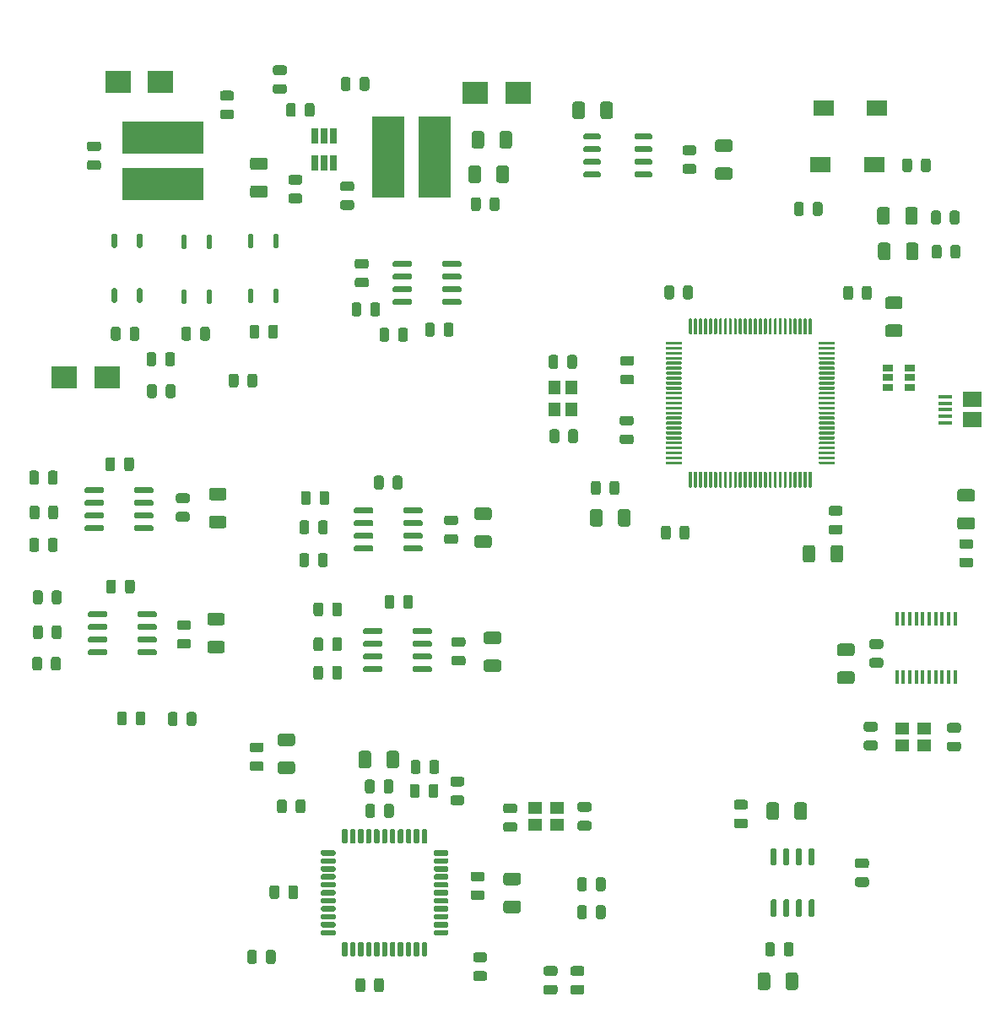
<source format=gtp>
G04 #@! TF.GenerationSoftware,KiCad,Pcbnew,5.1.6-c6e7f7d~86~ubuntu16.04.1*
G04 #@! TF.CreationDate,2020-07-06T18:05:24+05:00*
G04 #@! TF.ProjectId,usb2most,75736232-6d6f-4737-942e-6b696361645f,rev?*
G04 #@! TF.SameCoordinates,Original*
G04 #@! TF.FileFunction,Paste,Top*
G04 #@! TF.FilePolarity,Positive*
%FSLAX46Y46*%
G04 Gerber Fmt 4.6, Leading zero omitted, Abs format (unit mm)*
G04 Created by KiCad (PCBNEW 5.1.6-c6e7f7d~86~ubuntu16.04.1) date 2020-07-06 18:05:24*
%MOMM*%
%LPD*%
G01*
G04 APERTURE LIST*
%ADD10R,0.650000X1.560000*%
%ADD11R,0.450000X1.450000*%
%ADD12R,2.000000X1.600000*%
%ADD13R,1.900000X1.500000*%
%ADD14R,1.350000X0.400000*%
%ADD15R,2.500000X2.300000*%
%ADD16R,8.200000X3.300000*%
%ADD17R,3.300000X8.200000*%
%ADD18R,1.060000X0.650000*%
%ADD19R,1.200000X1.400000*%
%ADD20R,1.400000X1.200000*%
G04 APERTURE END LIST*
G36*
G01*
X89300000Y-49050000D02*
X89300000Y-47600000D01*
G75*
G02*
X89375000Y-47525000I75000J0D01*
G01*
X89525000Y-47525000D01*
G75*
G02*
X89600000Y-47600000I0J-75000D01*
G01*
X89600000Y-49050000D01*
G75*
G02*
X89525000Y-49125000I-75000J0D01*
G01*
X89375000Y-49125000D01*
G75*
G02*
X89300000Y-49050000I0J75000D01*
G01*
G37*
G36*
G01*
X89800000Y-49050000D02*
X89800000Y-47600000D01*
G75*
G02*
X89875000Y-47525000I75000J0D01*
G01*
X90025000Y-47525000D01*
G75*
G02*
X90100000Y-47600000I0J-75000D01*
G01*
X90100000Y-49050000D01*
G75*
G02*
X90025000Y-49125000I-75000J0D01*
G01*
X89875000Y-49125000D01*
G75*
G02*
X89800000Y-49050000I0J75000D01*
G01*
G37*
G36*
G01*
X90300000Y-49050000D02*
X90300000Y-47600000D01*
G75*
G02*
X90375000Y-47525000I75000J0D01*
G01*
X90525000Y-47525000D01*
G75*
G02*
X90600000Y-47600000I0J-75000D01*
G01*
X90600000Y-49050000D01*
G75*
G02*
X90525000Y-49125000I-75000J0D01*
G01*
X90375000Y-49125000D01*
G75*
G02*
X90300000Y-49050000I0J75000D01*
G01*
G37*
G36*
G01*
X90800000Y-49050000D02*
X90800000Y-47600000D01*
G75*
G02*
X90875000Y-47525000I75000J0D01*
G01*
X91025000Y-47525000D01*
G75*
G02*
X91100000Y-47600000I0J-75000D01*
G01*
X91100000Y-49050000D01*
G75*
G02*
X91025000Y-49125000I-75000J0D01*
G01*
X90875000Y-49125000D01*
G75*
G02*
X90800000Y-49050000I0J75000D01*
G01*
G37*
G36*
G01*
X91300000Y-49050000D02*
X91300000Y-47600000D01*
G75*
G02*
X91375000Y-47525000I75000J0D01*
G01*
X91525000Y-47525000D01*
G75*
G02*
X91600000Y-47600000I0J-75000D01*
G01*
X91600000Y-49050000D01*
G75*
G02*
X91525000Y-49125000I-75000J0D01*
G01*
X91375000Y-49125000D01*
G75*
G02*
X91300000Y-49050000I0J75000D01*
G01*
G37*
G36*
G01*
X91800000Y-49050000D02*
X91800000Y-47600000D01*
G75*
G02*
X91875000Y-47525000I75000J0D01*
G01*
X92025000Y-47525000D01*
G75*
G02*
X92100000Y-47600000I0J-75000D01*
G01*
X92100000Y-49050000D01*
G75*
G02*
X92025000Y-49125000I-75000J0D01*
G01*
X91875000Y-49125000D01*
G75*
G02*
X91800000Y-49050000I0J75000D01*
G01*
G37*
G36*
G01*
X92300000Y-49050000D02*
X92300000Y-47600000D01*
G75*
G02*
X92375000Y-47525000I75000J0D01*
G01*
X92525000Y-47525000D01*
G75*
G02*
X92600000Y-47600000I0J-75000D01*
G01*
X92600000Y-49050000D01*
G75*
G02*
X92525000Y-49125000I-75000J0D01*
G01*
X92375000Y-49125000D01*
G75*
G02*
X92300000Y-49050000I0J75000D01*
G01*
G37*
G36*
G01*
X92800000Y-49050000D02*
X92800000Y-47600000D01*
G75*
G02*
X92875000Y-47525000I75000J0D01*
G01*
X93025000Y-47525000D01*
G75*
G02*
X93100000Y-47600000I0J-75000D01*
G01*
X93100000Y-49050000D01*
G75*
G02*
X93025000Y-49125000I-75000J0D01*
G01*
X92875000Y-49125000D01*
G75*
G02*
X92800000Y-49050000I0J75000D01*
G01*
G37*
G36*
G01*
X93300000Y-49050000D02*
X93300000Y-47600000D01*
G75*
G02*
X93375000Y-47525000I75000J0D01*
G01*
X93525000Y-47525000D01*
G75*
G02*
X93600000Y-47600000I0J-75000D01*
G01*
X93600000Y-49050000D01*
G75*
G02*
X93525000Y-49125000I-75000J0D01*
G01*
X93375000Y-49125000D01*
G75*
G02*
X93300000Y-49050000I0J75000D01*
G01*
G37*
G36*
G01*
X93800000Y-49050000D02*
X93800000Y-47600000D01*
G75*
G02*
X93875000Y-47525000I75000J0D01*
G01*
X94025000Y-47525000D01*
G75*
G02*
X94100000Y-47600000I0J-75000D01*
G01*
X94100000Y-49050000D01*
G75*
G02*
X94025000Y-49125000I-75000J0D01*
G01*
X93875000Y-49125000D01*
G75*
G02*
X93800000Y-49050000I0J75000D01*
G01*
G37*
G36*
G01*
X94300000Y-49050000D02*
X94300000Y-47600000D01*
G75*
G02*
X94375000Y-47525000I75000J0D01*
G01*
X94525000Y-47525000D01*
G75*
G02*
X94600000Y-47600000I0J-75000D01*
G01*
X94600000Y-49050000D01*
G75*
G02*
X94525000Y-49125000I-75000J0D01*
G01*
X94375000Y-49125000D01*
G75*
G02*
X94300000Y-49050000I0J75000D01*
G01*
G37*
G36*
G01*
X94800000Y-49050000D02*
X94800000Y-47600000D01*
G75*
G02*
X94875000Y-47525000I75000J0D01*
G01*
X95025000Y-47525000D01*
G75*
G02*
X95100000Y-47600000I0J-75000D01*
G01*
X95100000Y-49050000D01*
G75*
G02*
X95025000Y-49125000I-75000J0D01*
G01*
X94875000Y-49125000D01*
G75*
G02*
X94800000Y-49050000I0J75000D01*
G01*
G37*
G36*
G01*
X95300000Y-49050000D02*
X95300000Y-47600000D01*
G75*
G02*
X95375000Y-47525000I75000J0D01*
G01*
X95525000Y-47525000D01*
G75*
G02*
X95600000Y-47600000I0J-75000D01*
G01*
X95600000Y-49050000D01*
G75*
G02*
X95525000Y-49125000I-75000J0D01*
G01*
X95375000Y-49125000D01*
G75*
G02*
X95300000Y-49050000I0J75000D01*
G01*
G37*
G36*
G01*
X95800000Y-49050000D02*
X95800000Y-47600000D01*
G75*
G02*
X95875000Y-47525000I75000J0D01*
G01*
X96025000Y-47525000D01*
G75*
G02*
X96100000Y-47600000I0J-75000D01*
G01*
X96100000Y-49050000D01*
G75*
G02*
X96025000Y-49125000I-75000J0D01*
G01*
X95875000Y-49125000D01*
G75*
G02*
X95800000Y-49050000I0J75000D01*
G01*
G37*
G36*
G01*
X96300000Y-49050000D02*
X96300000Y-47600000D01*
G75*
G02*
X96375000Y-47525000I75000J0D01*
G01*
X96525000Y-47525000D01*
G75*
G02*
X96600000Y-47600000I0J-75000D01*
G01*
X96600000Y-49050000D01*
G75*
G02*
X96525000Y-49125000I-75000J0D01*
G01*
X96375000Y-49125000D01*
G75*
G02*
X96300000Y-49050000I0J75000D01*
G01*
G37*
G36*
G01*
X96800000Y-49050000D02*
X96800000Y-47600000D01*
G75*
G02*
X96875000Y-47525000I75000J0D01*
G01*
X97025000Y-47525000D01*
G75*
G02*
X97100000Y-47600000I0J-75000D01*
G01*
X97100000Y-49050000D01*
G75*
G02*
X97025000Y-49125000I-75000J0D01*
G01*
X96875000Y-49125000D01*
G75*
G02*
X96800000Y-49050000I0J75000D01*
G01*
G37*
G36*
G01*
X97300000Y-49050000D02*
X97300000Y-47600000D01*
G75*
G02*
X97375000Y-47525000I75000J0D01*
G01*
X97525000Y-47525000D01*
G75*
G02*
X97600000Y-47600000I0J-75000D01*
G01*
X97600000Y-49050000D01*
G75*
G02*
X97525000Y-49125000I-75000J0D01*
G01*
X97375000Y-49125000D01*
G75*
G02*
X97300000Y-49050000I0J75000D01*
G01*
G37*
G36*
G01*
X97800000Y-49050000D02*
X97800000Y-47600000D01*
G75*
G02*
X97875000Y-47525000I75000J0D01*
G01*
X98025000Y-47525000D01*
G75*
G02*
X98100000Y-47600000I0J-75000D01*
G01*
X98100000Y-49050000D01*
G75*
G02*
X98025000Y-49125000I-75000J0D01*
G01*
X97875000Y-49125000D01*
G75*
G02*
X97800000Y-49050000I0J75000D01*
G01*
G37*
G36*
G01*
X98300000Y-49050000D02*
X98300000Y-47600000D01*
G75*
G02*
X98375000Y-47525000I75000J0D01*
G01*
X98525000Y-47525000D01*
G75*
G02*
X98600000Y-47600000I0J-75000D01*
G01*
X98600000Y-49050000D01*
G75*
G02*
X98525000Y-49125000I-75000J0D01*
G01*
X98375000Y-49125000D01*
G75*
G02*
X98300000Y-49050000I0J75000D01*
G01*
G37*
G36*
G01*
X98800000Y-49050000D02*
X98800000Y-47600000D01*
G75*
G02*
X98875000Y-47525000I75000J0D01*
G01*
X99025000Y-47525000D01*
G75*
G02*
X99100000Y-47600000I0J-75000D01*
G01*
X99100000Y-49050000D01*
G75*
G02*
X99025000Y-49125000I-75000J0D01*
G01*
X98875000Y-49125000D01*
G75*
G02*
X98800000Y-49050000I0J75000D01*
G01*
G37*
G36*
G01*
X99300000Y-49050000D02*
X99300000Y-47600000D01*
G75*
G02*
X99375000Y-47525000I75000J0D01*
G01*
X99525000Y-47525000D01*
G75*
G02*
X99600000Y-47600000I0J-75000D01*
G01*
X99600000Y-49050000D01*
G75*
G02*
X99525000Y-49125000I-75000J0D01*
G01*
X99375000Y-49125000D01*
G75*
G02*
X99300000Y-49050000I0J75000D01*
G01*
G37*
G36*
G01*
X99800000Y-49050000D02*
X99800000Y-47600000D01*
G75*
G02*
X99875000Y-47525000I75000J0D01*
G01*
X100025000Y-47525000D01*
G75*
G02*
X100100000Y-47600000I0J-75000D01*
G01*
X100100000Y-49050000D01*
G75*
G02*
X100025000Y-49125000I-75000J0D01*
G01*
X99875000Y-49125000D01*
G75*
G02*
X99800000Y-49050000I0J75000D01*
G01*
G37*
G36*
G01*
X100300000Y-49050000D02*
X100300000Y-47600000D01*
G75*
G02*
X100375000Y-47525000I75000J0D01*
G01*
X100525000Y-47525000D01*
G75*
G02*
X100600000Y-47600000I0J-75000D01*
G01*
X100600000Y-49050000D01*
G75*
G02*
X100525000Y-49125000I-75000J0D01*
G01*
X100375000Y-49125000D01*
G75*
G02*
X100300000Y-49050000I0J75000D01*
G01*
G37*
G36*
G01*
X100800000Y-49050000D02*
X100800000Y-47600000D01*
G75*
G02*
X100875000Y-47525000I75000J0D01*
G01*
X101025000Y-47525000D01*
G75*
G02*
X101100000Y-47600000I0J-75000D01*
G01*
X101100000Y-49050000D01*
G75*
G02*
X101025000Y-49125000I-75000J0D01*
G01*
X100875000Y-49125000D01*
G75*
G02*
X100800000Y-49050000I0J75000D01*
G01*
G37*
G36*
G01*
X101300000Y-49050000D02*
X101300000Y-47600000D01*
G75*
G02*
X101375000Y-47525000I75000J0D01*
G01*
X101525000Y-47525000D01*
G75*
G02*
X101600000Y-47600000I0J-75000D01*
G01*
X101600000Y-49050000D01*
G75*
G02*
X101525000Y-49125000I-75000J0D01*
G01*
X101375000Y-49125000D01*
G75*
G02*
X101300000Y-49050000I0J75000D01*
G01*
G37*
G36*
G01*
X102325000Y-50075000D02*
X102325000Y-49925000D01*
G75*
G02*
X102400000Y-49850000I75000J0D01*
G01*
X103850000Y-49850000D01*
G75*
G02*
X103925000Y-49925000I0J-75000D01*
G01*
X103925000Y-50075000D01*
G75*
G02*
X103850000Y-50150000I-75000J0D01*
G01*
X102400000Y-50150000D01*
G75*
G02*
X102325000Y-50075000I0J75000D01*
G01*
G37*
G36*
G01*
X102325000Y-50575000D02*
X102325000Y-50425000D01*
G75*
G02*
X102400000Y-50350000I75000J0D01*
G01*
X103850000Y-50350000D01*
G75*
G02*
X103925000Y-50425000I0J-75000D01*
G01*
X103925000Y-50575000D01*
G75*
G02*
X103850000Y-50650000I-75000J0D01*
G01*
X102400000Y-50650000D01*
G75*
G02*
X102325000Y-50575000I0J75000D01*
G01*
G37*
G36*
G01*
X102325000Y-51075000D02*
X102325000Y-50925000D01*
G75*
G02*
X102400000Y-50850000I75000J0D01*
G01*
X103850000Y-50850000D01*
G75*
G02*
X103925000Y-50925000I0J-75000D01*
G01*
X103925000Y-51075000D01*
G75*
G02*
X103850000Y-51150000I-75000J0D01*
G01*
X102400000Y-51150000D01*
G75*
G02*
X102325000Y-51075000I0J75000D01*
G01*
G37*
G36*
G01*
X102325000Y-51575000D02*
X102325000Y-51425000D01*
G75*
G02*
X102400000Y-51350000I75000J0D01*
G01*
X103850000Y-51350000D01*
G75*
G02*
X103925000Y-51425000I0J-75000D01*
G01*
X103925000Y-51575000D01*
G75*
G02*
X103850000Y-51650000I-75000J0D01*
G01*
X102400000Y-51650000D01*
G75*
G02*
X102325000Y-51575000I0J75000D01*
G01*
G37*
G36*
G01*
X102325000Y-52075000D02*
X102325000Y-51925000D01*
G75*
G02*
X102400000Y-51850000I75000J0D01*
G01*
X103850000Y-51850000D01*
G75*
G02*
X103925000Y-51925000I0J-75000D01*
G01*
X103925000Y-52075000D01*
G75*
G02*
X103850000Y-52150000I-75000J0D01*
G01*
X102400000Y-52150000D01*
G75*
G02*
X102325000Y-52075000I0J75000D01*
G01*
G37*
G36*
G01*
X102325000Y-52575000D02*
X102325000Y-52425000D01*
G75*
G02*
X102400000Y-52350000I75000J0D01*
G01*
X103850000Y-52350000D01*
G75*
G02*
X103925000Y-52425000I0J-75000D01*
G01*
X103925000Y-52575000D01*
G75*
G02*
X103850000Y-52650000I-75000J0D01*
G01*
X102400000Y-52650000D01*
G75*
G02*
X102325000Y-52575000I0J75000D01*
G01*
G37*
G36*
G01*
X102325000Y-53075000D02*
X102325000Y-52925000D01*
G75*
G02*
X102400000Y-52850000I75000J0D01*
G01*
X103850000Y-52850000D01*
G75*
G02*
X103925000Y-52925000I0J-75000D01*
G01*
X103925000Y-53075000D01*
G75*
G02*
X103850000Y-53150000I-75000J0D01*
G01*
X102400000Y-53150000D01*
G75*
G02*
X102325000Y-53075000I0J75000D01*
G01*
G37*
G36*
G01*
X102325000Y-53575000D02*
X102325000Y-53425000D01*
G75*
G02*
X102400000Y-53350000I75000J0D01*
G01*
X103850000Y-53350000D01*
G75*
G02*
X103925000Y-53425000I0J-75000D01*
G01*
X103925000Y-53575000D01*
G75*
G02*
X103850000Y-53650000I-75000J0D01*
G01*
X102400000Y-53650000D01*
G75*
G02*
X102325000Y-53575000I0J75000D01*
G01*
G37*
G36*
G01*
X102325000Y-54075000D02*
X102325000Y-53925000D01*
G75*
G02*
X102400000Y-53850000I75000J0D01*
G01*
X103850000Y-53850000D01*
G75*
G02*
X103925000Y-53925000I0J-75000D01*
G01*
X103925000Y-54075000D01*
G75*
G02*
X103850000Y-54150000I-75000J0D01*
G01*
X102400000Y-54150000D01*
G75*
G02*
X102325000Y-54075000I0J75000D01*
G01*
G37*
G36*
G01*
X102325000Y-54575000D02*
X102325000Y-54425000D01*
G75*
G02*
X102400000Y-54350000I75000J0D01*
G01*
X103850000Y-54350000D01*
G75*
G02*
X103925000Y-54425000I0J-75000D01*
G01*
X103925000Y-54575000D01*
G75*
G02*
X103850000Y-54650000I-75000J0D01*
G01*
X102400000Y-54650000D01*
G75*
G02*
X102325000Y-54575000I0J75000D01*
G01*
G37*
G36*
G01*
X102325000Y-55075000D02*
X102325000Y-54925000D01*
G75*
G02*
X102400000Y-54850000I75000J0D01*
G01*
X103850000Y-54850000D01*
G75*
G02*
X103925000Y-54925000I0J-75000D01*
G01*
X103925000Y-55075000D01*
G75*
G02*
X103850000Y-55150000I-75000J0D01*
G01*
X102400000Y-55150000D01*
G75*
G02*
X102325000Y-55075000I0J75000D01*
G01*
G37*
G36*
G01*
X102325000Y-55575000D02*
X102325000Y-55425000D01*
G75*
G02*
X102400000Y-55350000I75000J0D01*
G01*
X103850000Y-55350000D01*
G75*
G02*
X103925000Y-55425000I0J-75000D01*
G01*
X103925000Y-55575000D01*
G75*
G02*
X103850000Y-55650000I-75000J0D01*
G01*
X102400000Y-55650000D01*
G75*
G02*
X102325000Y-55575000I0J75000D01*
G01*
G37*
G36*
G01*
X102325000Y-56075000D02*
X102325000Y-55925000D01*
G75*
G02*
X102400000Y-55850000I75000J0D01*
G01*
X103850000Y-55850000D01*
G75*
G02*
X103925000Y-55925000I0J-75000D01*
G01*
X103925000Y-56075000D01*
G75*
G02*
X103850000Y-56150000I-75000J0D01*
G01*
X102400000Y-56150000D01*
G75*
G02*
X102325000Y-56075000I0J75000D01*
G01*
G37*
G36*
G01*
X102325000Y-56575000D02*
X102325000Y-56425000D01*
G75*
G02*
X102400000Y-56350000I75000J0D01*
G01*
X103850000Y-56350000D01*
G75*
G02*
X103925000Y-56425000I0J-75000D01*
G01*
X103925000Y-56575000D01*
G75*
G02*
X103850000Y-56650000I-75000J0D01*
G01*
X102400000Y-56650000D01*
G75*
G02*
X102325000Y-56575000I0J75000D01*
G01*
G37*
G36*
G01*
X102325000Y-57075000D02*
X102325000Y-56925000D01*
G75*
G02*
X102400000Y-56850000I75000J0D01*
G01*
X103850000Y-56850000D01*
G75*
G02*
X103925000Y-56925000I0J-75000D01*
G01*
X103925000Y-57075000D01*
G75*
G02*
X103850000Y-57150000I-75000J0D01*
G01*
X102400000Y-57150000D01*
G75*
G02*
X102325000Y-57075000I0J75000D01*
G01*
G37*
G36*
G01*
X102325000Y-57575000D02*
X102325000Y-57425000D01*
G75*
G02*
X102400000Y-57350000I75000J0D01*
G01*
X103850000Y-57350000D01*
G75*
G02*
X103925000Y-57425000I0J-75000D01*
G01*
X103925000Y-57575000D01*
G75*
G02*
X103850000Y-57650000I-75000J0D01*
G01*
X102400000Y-57650000D01*
G75*
G02*
X102325000Y-57575000I0J75000D01*
G01*
G37*
G36*
G01*
X102325000Y-58075000D02*
X102325000Y-57925000D01*
G75*
G02*
X102400000Y-57850000I75000J0D01*
G01*
X103850000Y-57850000D01*
G75*
G02*
X103925000Y-57925000I0J-75000D01*
G01*
X103925000Y-58075000D01*
G75*
G02*
X103850000Y-58150000I-75000J0D01*
G01*
X102400000Y-58150000D01*
G75*
G02*
X102325000Y-58075000I0J75000D01*
G01*
G37*
G36*
G01*
X102325000Y-58575000D02*
X102325000Y-58425000D01*
G75*
G02*
X102400000Y-58350000I75000J0D01*
G01*
X103850000Y-58350000D01*
G75*
G02*
X103925000Y-58425000I0J-75000D01*
G01*
X103925000Y-58575000D01*
G75*
G02*
X103850000Y-58650000I-75000J0D01*
G01*
X102400000Y-58650000D01*
G75*
G02*
X102325000Y-58575000I0J75000D01*
G01*
G37*
G36*
G01*
X102325000Y-59075000D02*
X102325000Y-58925000D01*
G75*
G02*
X102400000Y-58850000I75000J0D01*
G01*
X103850000Y-58850000D01*
G75*
G02*
X103925000Y-58925000I0J-75000D01*
G01*
X103925000Y-59075000D01*
G75*
G02*
X103850000Y-59150000I-75000J0D01*
G01*
X102400000Y-59150000D01*
G75*
G02*
X102325000Y-59075000I0J75000D01*
G01*
G37*
G36*
G01*
X102325000Y-59575000D02*
X102325000Y-59425000D01*
G75*
G02*
X102400000Y-59350000I75000J0D01*
G01*
X103850000Y-59350000D01*
G75*
G02*
X103925000Y-59425000I0J-75000D01*
G01*
X103925000Y-59575000D01*
G75*
G02*
X103850000Y-59650000I-75000J0D01*
G01*
X102400000Y-59650000D01*
G75*
G02*
X102325000Y-59575000I0J75000D01*
G01*
G37*
G36*
G01*
X102325000Y-60075000D02*
X102325000Y-59925000D01*
G75*
G02*
X102400000Y-59850000I75000J0D01*
G01*
X103850000Y-59850000D01*
G75*
G02*
X103925000Y-59925000I0J-75000D01*
G01*
X103925000Y-60075000D01*
G75*
G02*
X103850000Y-60150000I-75000J0D01*
G01*
X102400000Y-60150000D01*
G75*
G02*
X102325000Y-60075000I0J75000D01*
G01*
G37*
G36*
G01*
X102325000Y-60575000D02*
X102325000Y-60425000D01*
G75*
G02*
X102400000Y-60350000I75000J0D01*
G01*
X103850000Y-60350000D01*
G75*
G02*
X103925000Y-60425000I0J-75000D01*
G01*
X103925000Y-60575000D01*
G75*
G02*
X103850000Y-60650000I-75000J0D01*
G01*
X102400000Y-60650000D01*
G75*
G02*
X102325000Y-60575000I0J75000D01*
G01*
G37*
G36*
G01*
X102325000Y-61075000D02*
X102325000Y-60925000D01*
G75*
G02*
X102400000Y-60850000I75000J0D01*
G01*
X103850000Y-60850000D01*
G75*
G02*
X103925000Y-60925000I0J-75000D01*
G01*
X103925000Y-61075000D01*
G75*
G02*
X103850000Y-61150000I-75000J0D01*
G01*
X102400000Y-61150000D01*
G75*
G02*
X102325000Y-61075000I0J75000D01*
G01*
G37*
G36*
G01*
X102325000Y-61575000D02*
X102325000Y-61425000D01*
G75*
G02*
X102400000Y-61350000I75000J0D01*
G01*
X103850000Y-61350000D01*
G75*
G02*
X103925000Y-61425000I0J-75000D01*
G01*
X103925000Y-61575000D01*
G75*
G02*
X103850000Y-61650000I-75000J0D01*
G01*
X102400000Y-61650000D01*
G75*
G02*
X102325000Y-61575000I0J75000D01*
G01*
G37*
G36*
G01*
X102325000Y-62075000D02*
X102325000Y-61925000D01*
G75*
G02*
X102400000Y-61850000I75000J0D01*
G01*
X103850000Y-61850000D01*
G75*
G02*
X103925000Y-61925000I0J-75000D01*
G01*
X103925000Y-62075000D01*
G75*
G02*
X103850000Y-62150000I-75000J0D01*
G01*
X102400000Y-62150000D01*
G75*
G02*
X102325000Y-62075000I0J75000D01*
G01*
G37*
G36*
G01*
X101300000Y-64400000D02*
X101300000Y-62950000D01*
G75*
G02*
X101375000Y-62875000I75000J0D01*
G01*
X101525000Y-62875000D01*
G75*
G02*
X101600000Y-62950000I0J-75000D01*
G01*
X101600000Y-64400000D01*
G75*
G02*
X101525000Y-64475000I-75000J0D01*
G01*
X101375000Y-64475000D01*
G75*
G02*
X101300000Y-64400000I0J75000D01*
G01*
G37*
G36*
G01*
X100800000Y-64400000D02*
X100800000Y-62950000D01*
G75*
G02*
X100875000Y-62875000I75000J0D01*
G01*
X101025000Y-62875000D01*
G75*
G02*
X101100000Y-62950000I0J-75000D01*
G01*
X101100000Y-64400000D01*
G75*
G02*
X101025000Y-64475000I-75000J0D01*
G01*
X100875000Y-64475000D01*
G75*
G02*
X100800000Y-64400000I0J75000D01*
G01*
G37*
G36*
G01*
X100300000Y-64400000D02*
X100300000Y-62950000D01*
G75*
G02*
X100375000Y-62875000I75000J0D01*
G01*
X100525000Y-62875000D01*
G75*
G02*
X100600000Y-62950000I0J-75000D01*
G01*
X100600000Y-64400000D01*
G75*
G02*
X100525000Y-64475000I-75000J0D01*
G01*
X100375000Y-64475000D01*
G75*
G02*
X100300000Y-64400000I0J75000D01*
G01*
G37*
G36*
G01*
X99800000Y-64400000D02*
X99800000Y-62950000D01*
G75*
G02*
X99875000Y-62875000I75000J0D01*
G01*
X100025000Y-62875000D01*
G75*
G02*
X100100000Y-62950000I0J-75000D01*
G01*
X100100000Y-64400000D01*
G75*
G02*
X100025000Y-64475000I-75000J0D01*
G01*
X99875000Y-64475000D01*
G75*
G02*
X99800000Y-64400000I0J75000D01*
G01*
G37*
G36*
G01*
X99300000Y-64400000D02*
X99300000Y-62950000D01*
G75*
G02*
X99375000Y-62875000I75000J0D01*
G01*
X99525000Y-62875000D01*
G75*
G02*
X99600000Y-62950000I0J-75000D01*
G01*
X99600000Y-64400000D01*
G75*
G02*
X99525000Y-64475000I-75000J0D01*
G01*
X99375000Y-64475000D01*
G75*
G02*
X99300000Y-64400000I0J75000D01*
G01*
G37*
G36*
G01*
X98800000Y-64400000D02*
X98800000Y-62950000D01*
G75*
G02*
X98875000Y-62875000I75000J0D01*
G01*
X99025000Y-62875000D01*
G75*
G02*
X99100000Y-62950000I0J-75000D01*
G01*
X99100000Y-64400000D01*
G75*
G02*
X99025000Y-64475000I-75000J0D01*
G01*
X98875000Y-64475000D01*
G75*
G02*
X98800000Y-64400000I0J75000D01*
G01*
G37*
G36*
G01*
X98300000Y-64400000D02*
X98300000Y-62950000D01*
G75*
G02*
X98375000Y-62875000I75000J0D01*
G01*
X98525000Y-62875000D01*
G75*
G02*
X98600000Y-62950000I0J-75000D01*
G01*
X98600000Y-64400000D01*
G75*
G02*
X98525000Y-64475000I-75000J0D01*
G01*
X98375000Y-64475000D01*
G75*
G02*
X98300000Y-64400000I0J75000D01*
G01*
G37*
G36*
G01*
X97800000Y-64400000D02*
X97800000Y-62950000D01*
G75*
G02*
X97875000Y-62875000I75000J0D01*
G01*
X98025000Y-62875000D01*
G75*
G02*
X98100000Y-62950000I0J-75000D01*
G01*
X98100000Y-64400000D01*
G75*
G02*
X98025000Y-64475000I-75000J0D01*
G01*
X97875000Y-64475000D01*
G75*
G02*
X97800000Y-64400000I0J75000D01*
G01*
G37*
G36*
G01*
X97300000Y-64400000D02*
X97300000Y-62950000D01*
G75*
G02*
X97375000Y-62875000I75000J0D01*
G01*
X97525000Y-62875000D01*
G75*
G02*
X97600000Y-62950000I0J-75000D01*
G01*
X97600000Y-64400000D01*
G75*
G02*
X97525000Y-64475000I-75000J0D01*
G01*
X97375000Y-64475000D01*
G75*
G02*
X97300000Y-64400000I0J75000D01*
G01*
G37*
G36*
G01*
X96800000Y-64400000D02*
X96800000Y-62950000D01*
G75*
G02*
X96875000Y-62875000I75000J0D01*
G01*
X97025000Y-62875000D01*
G75*
G02*
X97100000Y-62950000I0J-75000D01*
G01*
X97100000Y-64400000D01*
G75*
G02*
X97025000Y-64475000I-75000J0D01*
G01*
X96875000Y-64475000D01*
G75*
G02*
X96800000Y-64400000I0J75000D01*
G01*
G37*
G36*
G01*
X96300000Y-64400000D02*
X96300000Y-62950000D01*
G75*
G02*
X96375000Y-62875000I75000J0D01*
G01*
X96525000Y-62875000D01*
G75*
G02*
X96600000Y-62950000I0J-75000D01*
G01*
X96600000Y-64400000D01*
G75*
G02*
X96525000Y-64475000I-75000J0D01*
G01*
X96375000Y-64475000D01*
G75*
G02*
X96300000Y-64400000I0J75000D01*
G01*
G37*
G36*
G01*
X95800000Y-64400000D02*
X95800000Y-62950000D01*
G75*
G02*
X95875000Y-62875000I75000J0D01*
G01*
X96025000Y-62875000D01*
G75*
G02*
X96100000Y-62950000I0J-75000D01*
G01*
X96100000Y-64400000D01*
G75*
G02*
X96025000Y-64475000I-75000J0D01*
G01*
X95875000Y-64475000D01*
G75*
G02*
X95800000Y-64400000I0J75000D01*
G01*
G37*
G36*
G01*
X95300000Y-64400000D02*
X95300000Y-62950000D01*
G75*
G02*
X95375000Y-62875000I75000J0D01*
G01*
X95525000Y-62875000D01*
G75*
G02*
X95600000Y-62950000I0J-75000D01*
G01*
X95600000Y-64400000D01*
G75*
G02*
X95525000Y-64475000I-75000J0D01*
G01*
X95375000Y-64475000D01*
G75*
G02*
X95300000Y-64400000I0J75000D01*
G01*
G37*
G36*
G01*
X94800000Y-64400000D02*
X94800000Y-62950000D01*
G75*
G02*
X94875000Y-62875000I75000J0D01*
G01*
X95025000Y-62875000D01*
G75*
G02*
X95100000Y-62950000I0J-75000D01*
G01*
X95100000Y-64400000D01*
G75*
G02*
X95025000Y-64475000I-75000J0D01*
G01*
X94875000Y-64475000D01*
G75*
G02*
X94800000Y-64400000I0J75000D01*
G01*
G37*
G36*
G01*
X94300000Y-64400000D02*
X94300000Y-62950000D01*
G75*
G02*
X94375000Y-62875000I75000J0D01*
G01*
X94525000Y-62875000D01*
G75*
G02*
X94600000Y-62950000I0J-75000D01*
G01*
X94600000Y-64400000D01*
G75*
G02*
X94525000Y-64475000I-75000J0D01*
G01*
X94375000Y-64475000D01*
G75*
G02*
X94300000Y-64400000I0J75000D01*
G01*
G37*
G36*
G01*
X93800000Y-64400000D02*
X93800000Y-62950000D01*
G75*
G02*
X93875000Y-62875000I75000J0D01*
G01*
X94025000Y-62875000D01*
G75*
G02*
X94100000Y-62950000I0J-75000D01*
G01*
X94100000Y-64400000D01*
G75*
G02*
X94025000Y-64475000I-75000J0D01*
G01*
X93875000Y-64475000D01*
G75*
G02*
X93800000Y-64400000I0J75000D01*
G01*
G37*
G36*
G01*
X93300000Y-64400000D02*
X93300000Y-62950000D01*
G75*
G02*
X93375000Y-62875000I75000J0D01*
G01*
X93525000Y-62875000D01*
G75*
G02*
X93600000Y-62950000I0J-75000D01*
G01*
X93600000Y-64400000D01*
G75*
G02*
X93525000Y-64475000I-75000J0D01*
G01*
X93375000Y-64475000D01*
G75*
G02*
X93300000Y-64400000I0J75000D01*
G01*
G37*
G36*
G01*
X92800000Y-64400000D02*
X92800000Y-62950000D01*
G75*
G02*
X92875000Y-62875000I75000J0D01*
G01*
X93025000Y-62875000D01*
G75*
G02*
X93100000Y-62950000I0J-75000D01*
G01*
X93100000Y-64400000D01*
G75*
G02*
X93025000Y-64475000I-75000J0D01*
G01*
X92875000Y-64475000D01*
G75*
G02*
X92800000Y-64400000I0J75000D01*
G01*
G37*
G36*
G01*
X92300000Y-64400000D02*
X92300000Y-62950000D01*
G75*
G02*
X92375000Y-62875000I75000J0D01*
G01*
X92525000Y-62875000D01*
G75*
G02*
X92600000Y-62950000I0J-75000D01*
G01*
X92600000Y-64400000D01*
G75*
G02*
X92525000Y-64475000I-75000J0D01*
G01*
X92375000Y-64475000D01*
G75*
G02*
X92300000Y-64400000I0J75000D01*
G01*
G37*
G36*
G01*
X91800000Y-64400000D02*
X91800000Y-62950000D01*
G75*
G02*
X91875000Y-62875000I75000J0D01*
G01*
X92025000Y-62875000D01*
G75*
G02*
X92100000Y-62950000I0J-75000D01*
G01*
X92100000Y-64400000D01*
G75*
G02*
X92025000Y-64475000I-75000J0D01*
G01*
X91875000Y-64475000D01*
G75*
G02*
X91800000Y-64400000I0J75000D01*
G01*
G37*
G36*
G01*
X91300000Y-64400000D02*
X91300000Y-62950000D01*
G75*
G02*
X91375000Y-62875000I75000J0D01*
G01*
X91525000Y-62875000D01*
G75*
G02*
X91600000Y-62950000I0J-75000D01*
G01*
X91600000Y-64400000D01*
G75*
G02*
X91525000Y-64475000I-75000J0D01*
G01*
X91375000Y-64475000D01*
G75*
G02*
X91300000Y-64400000I0J75000D01*
G01*
G37*
G36*
G01*
X90800000Y-64400000D02*
X90800000Y-62950000D01*
G75*
G02*
X90875000Y-62875000I75000J0D01*
G01*
X91025000Y-62875000D01*
G75*
G02*
X91100000Y-62950000I0J-75000D01*
G01*
X91100000Y-64400000D01*
G75*
G02*
X91025000Y-64475000I-75000J0D01*
G01*
X90875000Y-64475000D01*
G75*
G02*
X90800000Y-64400000I0J75000D01*
G01*
G37*
G36*
G01*
X90300000Y-64400000D02*
X90300000Y-62950000D01*
G75*
G02*
X90375000Y-62875000I75000J0D01*
G01*
X90525000Y-62875000D01*
G75*
G02*
X90600000Y-62950000I0J-75000D01*
G01*
X90600000Y-64400000D01*
G75*
G02*
X90525000Y-64475000I-75000J0D01*
G01*
X90375000Y-64475000D01*
G75*
G02*
X90300000Y-64400000I0J75000D01*
G01*
G37*
G36*
G01*
X89800000Y-64400000D02*
X89800000Y-62950000D01*
G75*
G02*
X89875000Y-62875000I75000J0D01*
G01*
X90025000Y-62875000D01*
G75*
G02*
X90100000Y-62950000I0J-75000D01*
G01*
X90100000Y-64400000D01*
G75*
G02*
X90025000Y-64475000I-75000J0D01*
G01*
X89875000Y-64475000D01*
G75*
G02*
X89800000Y-64400000I0J75000D01*
G01*
G37*
G36*
G01*
X89300000Y-64400000D02*
X89300000Y-62950000D01*
G75*
G02*
X89375000Y-62875000I75000J0D01*
G01*
X89525000Y-62875000D01*
G75*
G02*
X89600000Y-62950000I0J-75000D01*
G01*
X89600000Y-64400000D01*
G75*
G02*
X89525000Y-64475000I-75000J0D01*
G01*
X89375000Y-64475000D01*
G75*
G02*
X89300000Y-64400000I0J75000D01*
G01*
G37*
G36*
G01*
X86975000Y-62075000D02*
X86975000Y-61925000D01*
G75*
G02*
X87050000Y-61850000I75000J0D01*
G01*
X88500000Y-61850000D01*
G75*
G02*
X88575000Y-61925000I0J-75000D01*
G01*
X88575000Y-62075000D01*
G75*
G02*
X88500000Y-62150000I-75000J0D01*
G01*
X87050000Y-62150000D01*
G75*
G02*
X86975000Y-62075000I0J75000D01*
G01*
G37*
G36*
G01*
X86975000Y-61575000D02*
X86975000Y-61425000D01*
G75*
G02*
X87050000Y-61350000I75000J0D01*
G01*
X88500000Y-61350000D01*
G75*
G02*
X88575000Y-61425000I0J-75000D01*
G01*
X88575000Y-61575000D01*
G75*
G02*
X88500000Y-61650000I-75000J0D01*
G01*
X87050000Y-61650000D01*
G75*
G02*
X86975000Y-61575000I0J75000D01*
G01*
G37*
G36*
G01*
X86975000Y-61075000D02*
X86975000Y-60925000D01*
G75*
G02*
X87050000Y-60850000I75000J0D01*
G01*
X88500000Y-60850000D01*
G75*
G02*
X88575000Y-60925000I0J-75000D01*
G01*
X88575000Y-61075000D01*
G75*
G02*
X88500000Y-61150000I-75000J0D01*
G01*
X87050000Y-61150000D01*
G75*
G02*
X86975000Y-61075000I0J75000D01*
G01*
G37*
G36*
G01*
X86975000Y-60575000D02*
X86975000Y-60425000D01*
G75*
G02*
X87050000Y-60350000I75000J0D01*
G01*
X88500000Y-60350000D01*
G75*
G02*
X88575000Y-60425000I0J-75000D01*
G01*
X88575000Y-60575000D01*
G75*
G02*
X88500000Y-60650000I-75000J0D01*
G01*
X87050000Y-60650000D01*
G75*
G02*
X86975000Y-60575000I0J75000D01*
G01*
G37*
G36*
G01*
X86975000Y-60075000D02*
X86975000Y-59925000D01*
G75*
G02*
X87050000Y-59850000I75000J0D01*
G01*
X88500000Y-59850000D01*
G75*
G02*
X88575000Y-59925000I0J-75000D01*
G01*
X88575000Y-60075000D01*
G75*
G02*
X88500000Y-60150000I-75000J0D01*
G01*
X87050000Y-60150000D01*
G75*
G02*
X86975000Y-60075000I0J75000D01*
G01*
G37*
G36*
G01*
X86975000Y-59575000D02*
X86975000Y-59425000D01*
G75*
G02*
X87050000Y-59350000I75000J0D01*
G01*
X88500000Y-59350000D01*
G75*
G02*
X88575000Y-59425000I0J-75000D01*
G01*
X88575000Y-59575000D01*
G75*
G02*
X88500000Y-59650000I-75000J0D01*
G01*
X87050000Y-59650000D01*
G75*
G02*
X86975000Y-59575000I0J75000D01*
G01*
G37*
G36*
G01*
X86975000Y-59075000D02*
X86975000Y-58925000D01*
G75*
G02*
X87050000Y-58850000I75000J0D01*
G01*
X88500000Y-58850000D01*
G75*
G02*
X88575000Y-58925000I0J-75000D01*
G01*
X88575000Y-59075000D01*
G75*
G02*
X88500000Y-59150000I-75000J0D01*
G01*
X87050000Y-59150000D01*
G75*
G02*
X86975000Y-59075000I0J75000D01*
G01*
G37*
G36*
G01*
X86975000Y-58575000D02*
X86975000Y-58425000D01*
G75*
G02*
X87050000Y-58350000I75000J0D01*
G01*
X88500000Y-58350000D01*
G75*
G02*
X88575000Y-58425000I0J-75000D01*
G01*
X88575000Y-58575000D01*
G75*
G02*
X88500000Y-58650000I-75000J0D01*
G01*
X87050000Y-58650000D01*
G75*
G02*
X86975000Y-58575000I0J75000D01*
G01*
G37*
G36*
G01*
X86975000Y-58075000D02*
X86975000Y-57925000D01*
G75*
G02*
X87050000Y-57850000I75000J0D01*
G01*
X88500000Y-57850000D01*
G75*
G02*
X88575000Y-57925000I0J-75000D01*
G01*
X88575000Y-58075000D01*
G75*
G02*
X88500000Y-58150000I-75000J0D01*
G01*
X87050000Y-58150000D01*
G75*
G02*
X86975000Y-58075000I0J75000D01*
G01*
G37*
G36*
G01*
X86975000Y-57575000D02*
X86975000Y-57425000D01*
G75*
G02*
X87050000Y-57350000I75000J0D01*
G01*
X88500000Y-57350000D01*
G75*
G02*
X88575000Y-57425000I0J-75000D01*
G01*
X88575000Y-57575000D01*
G75*
G02*
X88500000Y-57650000I-75000J0D01*
G01*
X87050000Y-57650000D01*
G75*
G02*
X86975000Y-57575000I0J75000D01*
G01*
G37*
G36*
G01*
X86975000Y-57075000D02*
X86975000Y-56925000D01*
G75*
G02*
X87050000Y-56850000I75000J0D01*
G01*
X88500000Y-56850000D01*
G75*
G02*
X88575000Y-56925000I0J-75000D01*
G01*
X88575000Y-57075000D01*
G75*
G02*
X88500000Y-57150000I-75000J0D01*
G01*
X87050000Y-57150000D01*
G75*
G02*
X86975000Y-57075000I0J75000D01*
G01*
G37*
G36*
G01*
X86975000Y-56575000D02*
X86975000Y-56425000D01*
G75*
G02*
X87050000Y-56350000I75000J0D01*
G01*
X88500000Y-56350000D01*
G75*
G02*
X88575000Y-56425000I0J-75000D01*
G01*
X88575000Y-56575000D01*
G75*
G02*
X88500000Y-56650000I-75000J0D01*
G01*
X87050000Y-56650000D01*
G75*
G02*
X86975000Y-56575000I0J75000D01*
G01*
G37*
G36*
G01*
X86975000Y-56075000D02*
X86975000Y-55925000D01*
G75*
G02*
X87050000Y-55850000I75000J0D01*
G01*
X88500000Y-55850000D01*
G75*
G02*
X88575000Y-55925000I0J-75000D01*
G01*
X88575000Y-56075000D01*
G75*
G02*
X88500000Y-56150000I-75000J0D01*
G01*
X87050000Y-56150000D01*
G75*
G02*
X86975000Y-56075000I0J75000D01*
G01*
G37*
G36*
G01*
X86975000Y-55575000D02*
X86975000Y-55425000D01*
G75*
G02*
X87050000Y-55350000I75000J0D01*
G01*
X88500000Y-55350000D01*
G75*
G02*
X88575000Y-55425000I0J-75000D01*
G01*
X88575000Y-55575000D01*
G75*
G02*
X88500000Y-55650000I-75000J0D01*
G01*
X87050000Y-55650000D01*
G75*
G02*
X86975000Y-55575000I0J75000D01*
G01*
G37*
G36*
G01*
X86975000Y-55075000D02*
X86975000Y-54925000D01*
G75*
G02*
X87050000Y-54850000I75000J0D01*
G01*
X88500000Y-54850000D01*
G75*
G02*
X88575000Y-54925000I0J-75000D01*
G01*
X88575000Y-55075000D01*
G75*
G02*
X88500000Y-55150000I-75000J0D01*
G01*
X87050000Y-55150000D01*
G75*
G02*
X86975000Y-55075000I0J75000D01*
G01*
G37*
G36*
G01*
X86975000Y-54575000D02*
X86975000Y-54425000D01*
G75*
G02*
X87050000Y-54350000I75000J0D01*
G01*
X88500000Y-54350000D01*
G75*
G02*
X88575000Y-54425000I0J-75000D01*
G01*
X88575000Y-54575000D01*
G75*
G02*
X88500000Y-54650000I-75000J0D01*
G01*
X87050000Y-54650000D01*
G75*
G02*
X86975000Y-54575000I0J75000D01*
G01*
G37*
G36*
G01*
X86975000Y-54075000D02*
X86975000Y-53925000D01*
G75*
G02*
X87050000Y-53850000I75000J0D01*
G01*
X88500000Y-53850000D01*
G75*
G02*
X88575000Y-53925000I0J-75000D01*
G01*
X88575000Y-54075000D01*
G75*
G02*
X88500000Y-54150000I-75000J0D01*
G01*
X87050000Y-54150000D01*
G75*
G02*
X86975000Y-54075000I0J75000D01*
G01*
G37*
G36*
G01*
X86975000Y-53575000D02*
X86975000Y-53425000D01*
G75*
G02*
X87050000Y-53350000I75000J0D01*
G01*
X88500000Y-53350000D01*
G75*
G02*
X88575000Y-53425000I0J-75000D01*
G01*
X88575000Y-53575000D01*
G75*
G02*
X88500000Y-53650000I-75000J0D01*
G01*
X87050000Y-53650000D01*
G75*
G02*
X86975000Y-53575000I0J75000D01*
G01*
G37*
G36*
G01*
X86975000Y-53075000D02*
X86975000Y-52925000D01*
G75*
G02*
X87050000Y-52850000I75000J0D01*
G01*
X88500000Y-52850000D01*
G75*
G02*
X88575000Y-52925000I0J-75000D01*
G01*
X88575000Y-53075000D01*
G75*
G02*
X88500000Y-53150000I-75000J0D01*
G01*
X87050000Y-53150000D01*
G75*
G02*
X86975000Y-53075000I0J75000D01*
G01*
G37*
G36*
G01*
X86975000Y-52575000D02*
X86975000Y-52425000D01*
G75*
G02*
X87050000Y-52350000I75000J0D01*
G01*
X88500000Y-52350000D01*
G75*
G02*
X88575000Y-52425000I0J-75000D01*
G01*
X88575000Y-52575000D01*
G75*
G02*
X88500000Y-52650000I-75000J0D01*
G01*
X87050000Y-52650000D01*
G75*
G02*
X86975000Y-52575000I0J75000D01*
G01*
G37*
G36*
G01*
X86975000Y-52075000D02*
X86975000Y-51925000D01*
G75*
G02*
X87050000Y-51850000I75000J0D01*
G01*
X88500000Y-51850000D01*
G75*
G02*
X88575000Y-51925000I0J-75000D01*
G01*
X88575000Y-52075000D01*
G75*
G02*
X88500000Y-52150000I-75000J0D01*
G01*
X87050000Y-52150000D01*
G75*
G02*
X86975000Y-52075000I0J75000D01*
G01*
G37*
G36*
G01*
X86975000Y-51575000D02*
X86975000Y-51425000D01*
G75*
G02*
X87050000Y-51350000I75000J0D01*
G01*
X88500000Y-51350000D01*
G75*
G02*
X88575000Y-51425000I0J-75000D01*
G01*
X88575000Y-51575000D01*
G75*
G02*
X88500000Y-51650000I-75000J0D01*
G01*
X87050000Y-51650000D01*
G75*
G02*
X86975000Y-51575000I0J75000D01*
G01*
G37*
G36*
G01*
X86975000Y-51075000D02*
X86975000Y-50925000D01*
G75*
G02*
X87050000Y-50850000I75000J0D01*
G01*
X88500000Y-50850000D01*
G75*
G02*
X88575000Y-50925000I0J-75000D01*
G01*
X88575000Y-51075000D01*
G75*
G02*
X88500000Y-51150000I-75000J0D01*
G01*
X87050000Y-51150000D01*
G75*
G02*
X86975000Y-51075000I0J75000D01*
G01*
G37*
G36*
G01*
X86975000Y-50575000D02*
X86975000Y-50425000D01*
G75*
G02*
X87050000Y-50350000I75000J0D01*
G01*
X88500000Y-50350000D01*
G75*
G02*
X88575000Y-50425000I0J-75000D01*
G01*
X88575000Y-50575000D01*
G75*
G02*
X88500000Y-50650000I-75000J0D01*
G01*
X87050000Y-50650000D01*
G75*
G02*
X86975000Y-50575000I0J75000D01*
G01*
G37*
G36*
G01*
X86975000Y-50075000D02*
X86975000Y-49925000D01*
G75*
G02*
X87050000Y-49850000I75000J0D01*
G01*
X88500000Y-49850000D01*
G75*
G02*
X88575000Y-49925000I0J-75000D01*
G01*
X88575000Y-50075000D01*
G75*
G02*
X88500000Y-50150000I-75000J0D01*
G01*
X87050000Y-50150000D01*
G75*
G02*
X86975000Y-50075000I0J75000D01*
G01*
G37*
G36*
G01*
X110475000Y-46575000D02*
X109225000Y-46575000D01*
G75*
G02*
X108975000Y-46325000I0J250000D01*
G01*
X108975000Y-45575000D01*
G75*
G02*
X109225000Y-45325000I250000J0D01*
G01*
X110475000Y-45325000D01*
G75*
G02*
X110725000Y-45575000I0J-250000D01*
G01*
X110725000Y-46325000D01*
G75*
G02*
X110475000Y-46575000I-250000J0D01*
G01*
G37*
G36*
G01*
X110475000Y-49375000D02*
X109225000Y-49375000D01*
G75*
G02*
X108975000Y-49125000I0J250000D01*
G01*
X108975000Y-48375000D01*
G75*
G02*
X109225000Y-48125000I250000J0D01*
G01*
X110475000Y-48125000D01*
G75*
G02*
X110725000Y-48375000I0J-250000D01*
G01*
X110725000Y-49125000D01*
G75*
G02*
X110475000Y-49375000I-250000J0D01*
G01*
G37*
G36*
G01*
X70287500Y-30225000D02*
X70287500Y-28975000D01*
G75*
G02*
X70537500Y-28725000I250000J0D01*
G01*
X71287500Y-28725000D01*
G75*
G02*
X71537500Y-28975000I0J-250000D01*
G01*
X71537500Y-30225000D01*
G75*
G02*
X71287500Y-30475000I-250000J0D01*
G01*
X70537500Y-30475000D01*
G75*
G02*
X70287500Y-30225000I0J250000D01*
G01*
G37*
G36*
G01*
X67487500Y-30225000D02*
X67487500Y-28975000D01*
G75*
G02*
X67737500Y-28725000I250000J0D01*
G01*
X68487500Y-28725000D01*
G75*
G02*
X68737500Y-28975000I0J-250000D01*
G01*
X68737500Y-30225000D01*
G75*
G02*
X68487500Y-30475000I-250000J0D01*
G01*
X67737500Y-30475000D01*
G75*
G02*
X67487500Y-30225000I0J250000D01*
G01*
G37*
G36*
G01*
X45525000Y-34175000D02*
X46775000Y-34175000D01*
G75*
G02*
X47025000Y-34425000I0J-250000D01*
G01*
X47025000Y-35175000D01*
G75*
G02*
X46775000Y-35425000I-250000J0D01*
G01*
X45525000Y-35425000D01*
G75*
G02*
X45275000Y-35175000I0J250000D01*
G01*
X45275000Y-34425000D01*
G75*
G02*
X45525000Y-34175000I250000J0D01*
G01*
G37*
G36*
G01*
X45525000Y-31375000D02*
X46775000Y-31375000D01*
G75*
G02*
X47025000Y-31625000I0J-250000D01*
G01*
X47025000Y-32375000D01*
G75*
G02*
X46775000Y-32625000I-250000J0D01*
G01*
X45525000Y-32625000D01*
G75*
G02*
X45275000Y-32375000I0J250000D01*
G01*
X45275000Y-31625000D01*
G75*
G02*
X45525000Y-31375000I250000J0D01*
G01*
G37*
G36*
G01*
X59216500Y-48682750D02*
X59216500Y-49595250D01*
G75*
G02*
X58972750Y-49839000I-243750J0D01*
G01*
X58485250Y-49839000D01*
G75*
G02*
X58241500Y-49595250I0J243750D01*
G01*
X58241500Y-48682750D01*
G75*
G02*
X58485250Y-48439000I243750J0D01*
G01*
X58972750Y-48439000D01*
G75*
G02*
X59216500Y-48682750I0J-243750D01*
G01*
G37*
G36*
G01*
X61091500Y-48682750D02*
X61091500Y-49595250D01*
G75*
G02*
X60847750Y-49839000I-243750J0D01*
G01*
X60360250Y-49839000D01*
G75*
G02*
X60116500Y-49595250I0J243750D01*
G01*
X60116500Y-48682750D01*
G75*
G02*
X60360250Y-48439000I243750J0D01*
G01*
X60847750Y-48439000D01*
G75*
G02*
X61091500Y-48682750I0J-243750D01*
G01*
G37*
G36*
G01*
X54543750Y-35650000D02*
X55456250Y-35650000D01*
G75*
G02*
X55700000Y-35893750I0J-243750D01*
G01*
X55700000Y-36381250D01*
G75*
G02*
X55456250Y-36625000I-243750J0D01*
G01*
X54543750Y-36625000D01*
G75*
G02*
X54300000Y-36381250I0J243750D01*
G01*
X54300000Y-35893750D01*
G75*
G02*
X54543750Y-35650000I243750J0D01*
G01*
G37*
G36*
G01*
X54543750Y-33775000D02*
X55456250Y-33775000D01*
G75*
G02*
X55700000Y-34018750I0J-243750D01*
G01*
X55700000Y-34506250D01*
G75*
G02*
X55456250Y-34750000I-243750J0D01*
G01*
X54543750Y-34750000D01*
G75*
G02*
X54300000Y-34506250I0J243750D01*
G01*
X54300000Y-34018750D01*
G75*
G02*
X54543750Y-33775000I243750J0D01*
G01*
G37*
G36*
G01*
X45000000Y-54206250D02*
X45000000Y-53293750D01*
G75*
G02*
X45243750Y-53050000I243750J0D01*
G01*
X45731250Y-53050000D01*
G75*
G02*
X45975000Y-53293750I0J-243750D01*
G01*
X45975000Y-54206250D01*
G75*
G02*
X45731250Y-54450000I-243750J0D01*
G01*
X45243750Y-54450000D01*
G75*
G02*
X45000000Y-54206250I0J243750D01*
G01*
G37*
G36*
G01*
X43125000Y-54206250D02*
X43125000Y-53293750D01*
G75*
G02*
X43368750Y-53050000I243750J0D01*
G01*
X43856250Y-53050000D01*
G75*
G02*
X44100000Y-53293750I0J-243750D01*
G01*
X44100000Y-54206250D01*
G75*
G02*
X43856250Y-54450000I-243750J0D01*
G01*
X43368750Y-54450000D01*
G75*
G02*
X43125000Y-54206250I0J243750D01*
G01*
G37*
G36*
G01*
X58550000Y-82545000D02*
X58550000Y-82845000D01*
G75*
G02*
X58400000Y-82995000I-150000J0D01*
G01*
X56750000Y-82995000D01*
G75*
G02*
X56600000Y-82845000I0J150000D01*
G01*
X56600000Y-82545000D01*
G75*
G02*
X56750000Y-82395000I150000J0D01*
G01*
X58400000Y-82395000D01*
G75*
G02*
X58550000Y-82545000I0J-150000D01*
G01*
G37*
G36*
G01*
X58550000Y-81275000D02*
X58550000Y-81575000D01*
G75*
G02*
X58400000Y-81725000I-150000J0D01*
G01*
X56750000Y-81725000D01*
G75*
G02*
X56600000Y-81575000I0J150000D01*
G01*
X56600000Y-81275000D01*
G75*
G02*
X56750000Y-81125000I150000J0D01*
G01*
X58400000Y-81125000D01*
G75*
G02*
X58550000Y-81275000I0J-150000D01*
G01*
G37*
G36*
G01*
X58550000Y-80005000D02*
X58550000Y-80305000D01*
G75*
G02*
X58400000Y-80455000I-150000J0D01*
G01*
X56750000Y-80455000D01*
G75*
G02*
X56600000Y-80305000I0J150000D01*
G01*
X56600000Y-80005000D01*
G75*
G02*
X56750000Y-79855000I150000J0D01*
G01*
X58400000Y-79855000D01*
G75*
G02*
X58550000Y-80005000I0J-150000D01*
G01*
G37*
G36*
G01*
X58550000Y-78735000D02*
X58550000Y-79035000D01*
G75*
G02*
X58400000Y-79185000I-150000J0D01*
G01*
X56750000Y-79185000D01*
G75*
G02*
X56600000Y-79035000I0J150000D01*
G01*
X56600000Y-78735000D01*
G75*
G02*
X56750000Y-78585000I150000J0D01*
G01*
X58400000Y-78585000D01*
G75*
G02*
X58550000Y-78735000I0J-150000D01*
G01*
G37*
G36*
G01*
X63500000Y-78735000D02*
X63500000Y-79035000D01*
G75*
G02*
X63350000Y-79185000I-150000J0D01*
G01*
X61700000Y-79185000D01*
G75*
G02*
X61550000Y-79035000I0J150000D01*
G01*
X61550000Y-78735000D01*
G75*
G02*
X61700000Y-78585000I150000J0D01*
G01*
X63350000Y-78585000D01*
G75*
G02*
X63500000Y-78735000I0J-150000D01*
G01*
G37*
G36*
G01*
X63500000Y-80005000D02*
X63500000Y-80305000D01*
G75*
G02*
X63350000Y-80455000I-150000J0D01*
G01*
X61700000Y-80455000D01*
G75*
G02*
X61550000Y-80305000I0J150000D01*
G01*
X61550000Y-80005000D01*
G75*
G02*
X61700000Y-79855000I150000J0D01*
G01*
X63350000Y-79855000D01*
G75*
G02*
X63500000Y-80005000I0J-150000D01*
G01*
G37*
G36*
G01*
X63500000Y-81275000D02*
X63500000Y-81575000D01*
G75*
G02*
X63350000Y-81725000I-150000J0D01*
G01*
X61700000Y-81725000D01*
G75*
G02*
X61550000Y-81575000I0J150000D01*
G01*
X61550000Y-81275000D01*
G75*
G02*
X61700000Y-81125000I150000J0D01*
G01*
X63350000Y-81125000D01*
G75*
G02*
X63500000Y-81275000I0J-150000D01*
G01*
G37*
G36*
G01*
X63500000Y-82545000D02*
X63500000Y-82845000D01*
G75*
G02*
X63350000Y-82995000I-150000J0D01*
G01*
X61700000Y-82995000D01*
G75*
G02*
X61550000Y-82845000I0J150000D01*
G01*
X61550000Y-82545000D01*
G75*
G02*
X61700000Y-82395000I150000J0D01*
G01*
X63350000Y-82395000D01*
G75*
G02*
X63500000Y-82545000I0J-150000D01*
G01*
G37*
G36*
G01*
X53500000Y-80646250D02*
X53500000Y-79733750D01*
G75*
G02*
X53743750Y-79490000I243750J0D01*
G01*
X54231250Y-79490000D01*
G75*
G02*
X54475000Y-79733750I0J-243750D01*
G01*
X54475000Y-80646250D01*
G75*
G02*
X54231250Y-80890000I-243750J0D01*
G01*
X53743750Y-80890000D01*
G75*
G02*
X53500000Y-80646250I0J243750D01*
G01*
G37*
G36*
G01*
X51625000Y-80646250D02*
X51625000Y-79733750D01*
G75*
G02*
X51868750Y-79490000I243750J0D01*
G01*
X52356250Y-79490000D01*
G75*
G02*
X52600000Y-79733750I0J-243750D01*
G01*
X52600000Y-80646250D01*
G75*
G02*
X52356250Y-80890000I-243750J0D01*
G01*
X51868750Y-80890000D01*
G75*
G02*
X51625000Y-80646250I0J243750D01*
G01*
G37*
G36*
G01*
X53500000Y-77146250D02*
X53500000Y-76233750D01*
G75*
G02*
X53743750Y-75990000I243750J0D01*
G01*
X54231250Y-75990000D01*
G75*
G02*
X54475000Y-76233750I0J-243750D01*
G01*
X54475000Y-77146250D01*
G75*
G02*
X54231250Y-77390000I-243750J0D01*
G01*
X53743750Y-77390000D01*
G75*
G02*
X53500000Y-77146250I0J243750D01*
G01*
G37*
G36*
G01*
X51625000Y-77146250D02*
X51625000Y-76233750D01*
G75*
G02*
X51868750Y-75990000I243750J0D01*
G01*
X52356250Y-75990000D01*
G75*
G02*
X52600000Y-76233750I0J-243750D01*
G01*
X52600000Y-77146250D01*
G75*
G02*
X52356250Y-77390000I-243750J0D01*
G01*
X51868750Y-77390000D01*
G75*
G02*
X51625000Y-77146250I0J243750D01*
G01*
G37*
G36*
G01*
X52592500Y-82593750D02*
X52592500Y-83506250D01*
G75*
G02*
X52348750Y-83750000I-243750J0D01*
G01*
X51861250Y-83750000D01*
G75*
G02*
X51617500Y-83506250I0J243750D01*
G01*
X51617500Y-82593750D01*
G75*
G02*
X51861250Y-82350000I243750J0D01*
G01*
X52348750Y-82350000D01*
G75*
G02*
X52592500Y-82593750I0J-243750D01*
G01*
G37*
G36*
G01*
X54467500Y-82593750D02*
X54467500Y-83506250D01*
G75*
G02*
X54223750Y-83750000I-243750J0D01*
G01*
X53736250Y-83750000D01*
G75*
G02*
X53492500Y-83506250I0J243750D01*
G01*
X53492500Y-82593750D01*
G75*
G02*
X53736250Y-82350000I243750J0D01*
G01*
X54223750Y-82350000D01*
G75*
G02*
X54467500Y-82593750I0J-243750D01*
G01*
G37*
G36*
G01*
X66626250Y-80450000D02*
X65713750Y-80450000D01*
G75*
G02*
X65470000Y-80206250I0J243750D01*
G01*
X65470000Y-79718750D01*
G75*
G02*
X65713750Y-79475000I243750J0D01*
G01*
X66626250Y-79475000D01*
G75*
G02*
X66870000Y-79718750I0J-243750D01*
G01*
X66870000Y-80206250D01*
G75*
G02*
X66626250Y-80450000I-243750J0D01*
G01*
G37*
G36*
G01*
X66626250Y-82325000D02*
X65713750Y-82325000D01*
G75*
G02*
X65470000Y-82081250I0J243750D01*
G01*
X65470000Y-81593750D01*
G75*
G02*
X65713750Y-81350000I243750J0D01*
G01*
X66626250Y-81350000D01*
G75*
G02*
X66870000Y-81593750I0J-243750D01*
G01*
X66870000Y-82081250D01*
G75*
G02*
X66626250Y-82325000I-243750J0D01*
G01*
G37*
G36*
G01*
X70205000Y-80175000D02*
X68955000Y-80175000D01*
G75*
G02*
X68705000Y-79925000I0J250000D01*
G01*
X68705000Y-79175000D01*
G75*
G02*
X68955000Y-78925000I250000J0D01*
G01*
X70205000Y-78925000D01*
G75*
G02*
X70455000Y-79175000I0J-250000D01*
G01*
X70455000Y-79925000D01*
G75*
G02*
X70205000Y-80175000I-250000J0D01*
G01*
G37*
G36*
G01*
X70205000Y-82975000D02*
X68955000Y-82975000D01*
G75*
G02*
X68705000Y-82725000I0J250000D01*
G01*
X68705000Y-81975000D01*
G75*
G02*
X68955000Y-81725000I250000J0D01*
G01*
X70205000Y-81725000D01*
G75*
G02*
X70455000Y-81975000I0J-250000D01*
G01*
X70455000Y-82725000D01*
G75*
G02*
X70205000Y-82975000I-250000J0D01*
G01*
G37*
G36*
G01*
X59730000Y-75483750D02*
X59730000Y-76396250D01*
G75*
G02*
X59486250Y-76640000I-243750J0D01*
G01*
X58998750Y-76640000D01*
G75*
G02*
X58755000Y-76396250I0J243750D01*
G01*
X58755000Y-75483750D01*
G75*
G02*
X58998750Y-75240000I243750J0D01*
G01*
X59486250Y-75240000D01*
G75*
G02*
X59730000Y-75483750I0J-243750D01*
G01*
G37*
G36*
G01*
X61605000Y-75483750D02*
X61605000Y-76396250D01*
G75*
G02*
X61361250Y-76640000I-243750J0D01*
G01*
X60873750Y-76640000D01*
G75*
G02*
X60630000Y-76396250I0J243750D01*
G01*
X60630000Y-75483750D01*
G75*
G02*
X60873750Y-75240000I243750J0D01*
G01*
X61361250Y-75240000D01*
G75*
G02*
X61605000Y-75483750I0J-243750D01*
G01*
G37*
G36*
G01*
X78855000Y-26015000D02*
X78855000Y-27265000D01*
G75*
G02*
X78605000Y-27515000I-250000J0D01*
G01*
X77855000Y-27515000D01*
G75*
G02*
X77605000Y-27265000I0J250000D01*
G01*
X77605000Y-26015000D01*
G75*
G02*
X77855000Y-25765000I250000J0D01*
G01*
X78605000Y-25765000D01*
G75*
G02*
X78855000Y-26015000I0J-250000D01*
G01*
G37*
G36*
G01*
X81655000Y-26015000D02*
X81655000Y-27265000D01*
G75*
G02*
X81405000Y-27515000I-250000J0D01*
G01*
X80655000Y-27515000D01*
G75*
G02*
X80405000Y-27265000I0J250000D01*
G01*
X80405000Y-26015000D01*
G75*
G02*
X80655000Y-25765000I250000J0D01*
G01*
X81405000Y-25765000D01*
G75*
G02*
X81655000Y-26015000I0J-250000D01*
G01*
G37*
G36*
G01*
X109515000Y-40165000D02*
X109515000Y-41415000D01*
G75*
G02*
X109265000Y-41665000I-250000J0D01*
G01*
X108515000Y-41665000D01*
G75*
G02*
X108265000Y-41415000I0J250000D01*
G01*
X108265000Y-40165000D01*
G75*
G02*
X108515000Y-39915000I250000J0D01*
G01*
X109265000Y-39915000D01*
G75*
G02*
X109515000Y-40165000I0J-250000D01*
G01*
G37*
G36*
G01*
X112315000Y-40165000D02*
X112315000Y-41415000D01*
G75*
G02*
X112065000Y-41665000I-250000J0D01*
G01*
X111315000Y-41665000D01*
G75*
G02*
X111065000Y-41415000I0J250000D01*
G01*
X111065000Y-40165000D01*
G75*
G02*
X111315000Y-39915000I250000J0D01*
G01*
X112065000Y-39915000D01*
G75*
G02*
X112315000Y-40165000I0J-250000D01*
G01*
G37*
G36*
G01*
X109435000Y-36595000D02*
X109435000Y-37845000D01*
G75*
G02*
X109185000Y-38095000I-250000J0D01*
G01*
X108435000Y-38095000D01*
G75*
G02*
X108185000Y-37845000I0J250000D01*
G01*
X108185000Y-36595000D01*
G75*
G02*
X108435000Y-36345000I250000J0D01*
G01*
X109185000Y-36345000D01*
G75*
G02*
X109435000Y-36595000I0J-250000D01*
G01*
G37*
G36*
G01*
X112235000Y-36595000D02*
X112235000Y-37845000D01*
G75*
G02*
X111985000Y-38095000I-250000J0D01*
G01*
X111235000Y-38095000D01*
G75*
G02*
X110985000Y-37845000I0J250000D01*
G01*
X110985000Y-36595000D01*
G75*
G02*
X111235000Y-36345000I250000J0D01*
G01*
X111985000Y-36345000D01*
G75*
G02*
X112235000Y-36595000I0J-250000D01*
G01*
G37*
G36*
G01*
X117718000Y-65885000D02*
X116468000Y-65885000D01*
G75*
G02*
X116218000Y-65635000I0J250000D01*
G01*
X116218000Y-64885000D01*
G75*
G02*
X116468000Y-64635000I250000J0D01*
G01*
X117718000Y-64635000D01*
G75*
G02*
X117968000Y-64885000I0J-250000D01*
G01*
X117968000Y-65635000D01*
G75*
G02*
X117718000Y-65885000I-250000J0D01*
G01*
G37*
G36*
G01*
X117718000Y-68685000D02*
X116468000Y-68685000D01*
G75*
G02*
X116218000Y-68435000I0J250000D01*
G01*
X116218000Y-67685000D01*
G75*
G02*
X116468000Y-67435000I250000J0D01*
G01*
X117718000Y-67435000D01*
G75*
G02*
X117968000Y-67685000I0J-250000D01*
G01*
X117968000Y-68435000D01*
G75*
G02*
X117718000Y-68685000I-250000J0D01*
G01*
G37*
G36*
G01*
X97952000Y-102383000D02*
X97652000Y-102383000D01*
G75*
G02*
X97502000Y-102233000I0J150000D01*
G01*
X97502000Y-100783000D01*
G75*
G02*
X97652000Y-100633000I150000J0D01*
G01*
X97952000Y-100633000D01*
G75*
G02*
X98102000Y-100783000I0J-150000D01*
G01*
X98102000Y-102233000D01*
G75*
G02*
X97952000Y-102383000I-150000J0D01*
G01*
G37*
G36*
G01*
X99222000Y-102383000D02*
X98922000Y-102383000D01*
G75*
G02*
X98772000Y-102233000I0J150000D01*
G01*
X98772000Y-100783000D01*
G75*
G02*
X98922000Y-100633000I150000J0D01*
G01*
X99222000Y-100633000D01*
G75*
G02*
X99372000Y-100783000I0J-150000D01*
G01*
X99372000Y-102233000D01*
G75*
G02*
X99222000Y-102383000I-150000J0D01*
G01*
G37*
G36*
G01*
X100492000Y-102383000D02*
X100192000Y-102383000D01*
G75*
G02*
X100042000Y-102233000I0J150000D01*
G01*
X100042000Y-100783000D01*
G75*
G02*
X100192000Y-100633000I150000J0D01*
G01*
X100492000Y-100633000D01*
G75*
G02*
X100642000Y-100783000I0J-150000D01*
G01*
X100642000Y-102233000D01*
G75*
G02*
X100492000Y-102383000I-150000J0D01*
G01*
G37*
G36*
G01*
X101762000Y-102383000D02*
X101462000Y-102383000D01*
G75*
G02*
X101312000Y-102233000I0J150000D01*
G01*
X101312000Y-100783000D01*
G75*
G02*
X101462000Y-100633000I150000J0D01*
G01*
X101762000Y-100633000D01*
G75*
G02*
X101912000Y-100783000I0J-150000D01*
G01*
X101912000Y-102233000D01*
G75*
G02*
X101762000Y-102383000I-150000J0D01*
G01*
G37*
G36*
G01*
X101762000Y-107533000D02*
X101462000Y-107533000D01*
G75*
G02*
X101312000Y-107383000I0J150000D01*
G01*
X101312000Y-105933000D01*
G75*
G02*
X101462000Y-105783000I150000J0D01*
G01*
X101762000Y-105783000D01*
G75*
G02*
X101912000Y-105933000I0J-150000D01*
G01*
X101912000Y-107383000D01*
G75*
G02*
X101762000Y-107533000I-150000J0D01*
G01*
G37*
G36*
G01*
X100492000Y-107533000D02*
X100192000Y-107533000D01*
G75*
G02*
X100042000Y-107383000I0J150000D01*
G01*
X100042000Y-105933000D01*
G75*
G02*
X100192000Y-105783000I150000J0D01*
G01*
X100492000Y-105783000D01*
G75*
G02*
X100642000Y-105933000I0J-150000D01*
G01*
X100642000Y-107383000D01*
G75*
G02*
X100492000Y-107533000I-150000J0D01*
G01*
G37*
G36*
G01*
X99222000Y-107533000D02*
X98922000Y-107533000D01*
G75*
G02*
X98772000Y-107383000I0J150000D01*
G01*
X98772000Y-105933000D01*
G75*
G02*
X98922000Y-105783000I150000J0D01*
G01*
X99222000Y-105783000D01*
G75*
G02*
X99372000Y-105933000I0J-150000D01*
G01*
X99372000Y-107383000D01*
G75*
G02*
X99222000Y-107533000I-150000J0D01*
G01*
G37*
G36*
G01*
X97952000Y-107533000D02*
X97652000Y-107533000D01*
G75*
G02*
X97502000Y-107383000I0J150000D01*
G01*
X97502000Y-105933000D01*
G75*
G02*
X97652000Y-105783000I150000J0D01*
G01*
X97952000Y-105783000D01*
G75*
G02*
X98102000Y-105933000I0J-150000D01*
G01*
X98102000Y-107383000D01*
G75*
G02*
X97952000Y-107533000I-150000J0D01*
G01*
G37*
G36*
G01*
X80438000Y-32929000D02*
X80438000Y-33229000D01*
G75*
G02*
X80288000Y-33379000I-150000J0D01*
G01*
X78838000Y-33379000D01*
G75*
G02*
X78688000Y-33229000I0J150000D01*
G01*
X78688000Y-32929000D01*
G75*
G02*
X78838000Y-32779000I150000J0D01*
G01*
X80288000Y-32779000D01*
G75*
G02*
X80438000Y-32929000I0J-150000D01*
G01*
G37*
G36*
G01*
X80438000Y-31659000D02*
X80438000Y-31959000D01*
G75*
G02*
X80288000Y-32109000I-150000J0D01*
G01*
X78838000Y-32109000D01*
G75*
G02*
X78688000Y-31959000I0J150000D01*
G01*
X78688000Y-31659000D01*
G75*
G02*
X78838000Y-31509000I150000J0D01*
G01*
X80288000Y-31509000D01*
G75*
G02*
X80438000Y-31659000I0J-150000D01*
G01*
G37*
G36*
G01*
X80438000Y-30389000D02*
X80438000Y-30689000D01*
G75*
G02*
X80288000Y-30839000I-150000J0D01*
G01*
X78838000Y-30839000D01*
G75*
G02*
X78688000Y-30689000I0J150000D01*
G01*
X78688000Y-30389000D01*
G75*
G02*
X78838000Y-30239000I150000J0D01*
G01*
X80288000Y-30239000D01*
G75*
G02*
X80438000Y-30389000I0J-150000D01*
G01*
G37*
G36*
G01*
X80438000Y-29119000D02*
X80438000Y-29419000D01*
G75*
G02*
X80288000Y-29569000I-150000J0D01*
G01*
X78838000Y-29569000D01*
G75*
G02*
X78688000Y-29419000I0J150000D01*
G01*
X78688000Y-29119000D01*
G75*
G02*
X78838000Y-28969000I150000J0D01*
G01*
X80288000Y-28969000D01*
G75*
G02*
X80438000Y-29119000I0J-150000D01*
G01*
G37*
G36*
G01*
X85588000Y-29119000D02*
X85588000Y-29419000D01*
G75*
G02*
X85438000Y-29569000I-150000J0D01*
G01*
X83988000Y-29569000D01*
G75*
G02*
X83838000Y-29419000I0J150000D01*
G01*
X83838000Y-29119000D01*
G75*
G02*
X83988000Y-28969000I150000J0D01*
G01*
X85438000Y-28969000D01*
G75*
G02*
X85588000Y-29119000I0J-150000D01*
G01*
G37*
G36*
G01*
X85588000Y-30389000D02*
X85588000Y-30689000D01*
G75*
G02*
X85438000Y-30839000I-150000J0D01*
G01*
X83988000Y-30839000D01*
G75*
G02*
X83838000Y-30689000I0J150000D01*
G01*
X83838000Y-30389000D01*
G75*
G02*
X83988000Y-30239000I150000J0D01*
G01*
X85438000Y-30239000D01*
G75*
G02*
X85588000Y-30389000I0J-150000D01*
G01*
G37*
G36*
G01*
X85588000Y-31659000D02*
X85588000Y-31959000D01*
G75*
G02*
X85438000Y-32109000I-150000J0D01*
G01*
X83988000Y-32109000D01*
G75*
G02*
X83838000Y-31959000I0J150000D01*
G01*
X83838000Y-31659000D01*
G75*
G02*
X83988000Y-31509000I150000J0D01*
G01*
X85438000Y-31509000D01*
G75*
G02*
X85588000Y-31659000I0J-150000D01*
G01*
G37*
G36*
G01*
X85588000Y-32929000D02*
X85588000Y-33229000D01*
G75*
G02*
X85438000Y-33379000I-150000J0D01*
G01*
X83988000Y-33379000D01*
G75*
G02*
X83838000Y-33229000I0J150000D01*
G01*
X83838000Y-32929000D01*
G75*
G02*
X83988000Y-32779000I150000J0D01*
G01*
X85438000Y-32779000D01*
G75*
G02*
X85588000Y-32929000I0J-150000D01*
G01*
G37*
D10*
X52700000Y-31940000D03*
X53650000Y-31940000D03*
X51750000Y-31940000D03*
X51750000Y-29240000D03*
X52700000Y-29240000D03*
X53650000Y-29240000D03*
G36*
G01*
X66473000Y-45702000D02*
X66473000Y-46002000D01*
G75*
G02*
X66323000Y-46152000I-150000J0D01*
G01*
X64673000Y-46152000D01*
G75*
G02*
X64523000Y-46002000I0J150000D01*
G01*
X64523000Y-45702000D01*
G75*
G02*
X64673000Y-45552000I150000J0D01*
G01*
X66323000Y-45552000D01*
G75*
G02*
X66473000Y-45702000I0J-150000D01*
G01*
G37*
G36*
G01*
X66473000Y-44432000D02*
X66473000Y-44732000D01*
G75*
G02*
X66323000Y-44882000I-150000J0D01*
G01*
X64673000Y-44882000D01*
G75*
G02*
X64523000Y-44732000I0J150000D01*
G01*
X64523000Y-44432000D01*
G75*
G02*
X64673000Y-44282000I150000J0D01*
G01*
X66323000Y-44282000D01*
G75*
G02*
X66473000Y-44432000I0J-150000D01*
G01*
G37*
G36*
G01*
X66473000Y-43162000D02*
X66473000Y-43462000D01*
G75*
G02*
X66323000Y-43612000I-150000J0D01*
G01*
X64673000Y-43612000D01*
G75*
G02*
X64523000Y-43462000I0J150000D01*
G01*
X64523000Y-43162000D01*
G75*
G02*
X64673000Y-43012000I150000J0D01*
G01*
X66323000Y-43012000D01*
G75*
G02*
X66473000Y-43162000I0J-150000D01*
G01*
G37*
G36*
G01*
X66473000Y-41892000D02*
X66473000Y-42192000D01*
G75*
G02*
X66323000Y-42342000I-150000J0D01*
G01*
X64673000Y-42342000D01*
G75*
G02*
X64523000Y-42192000I0J150000D01*
G01*
X64523000Y-41892000D01*
G75*
G02*
X64673000Y-41742000I150000J0D01*
G01*
X66323000Y-41742000D01*
G75*
G02*
X66473000Y-41892000I0J-150000D01*
G01*
G37*
G36*
G01*
X61523000Y-41892000D02*
X61523000Y-42192000D01*
G75*
G02*
X61373000Y-42342000I-150000J0D01*
G01*
X59723000Y-42342000D01*
G75*
G02*
X59573000Y-42192000I0J150000D01*
G01*
X59573000Y-41892000D01*
G75*
G02*
X59723000Y-41742000I150000J0D01*
G01*
X61373000Y-41742000D01*
G75*
G02*
X61523000Y-41892000I0J-150000D01*
G01*
G37*
G36*
G01*
X61523000Y-43162000D02*
X61523000Y-43462000D01*
G75*
G02*
X61373000Y-43612000I-150000J0D01*
G01*
X59723000Y-43612000D01*
G75*
G02*
X59573000Y-43462000I0J150000D01*
G01*
X59573000Y-43162000D01*
G75*
G02*
X59723000Y-43012000I150000J0D01*
G01*
X61373000Y-43012000D01*
G75*
G02*
X61523000Y-43162000I0J-150000D01*
G01*
G37*
G36*
G01*
X61523000Y-44432000D02*
X61523000Y-44732000D01*
G75*
G02*
X61373000Y-44882000I-150000J0D01*
G01*
X59723000Y-44882000D01*
G75*
G02*
X59573000Y-44732000I0J150000D01*
G01*
X59573000Y-44432000D01*
G75*
G02*
X59723000Y-44282000I150000J0D01*
G01*
X61373000Y-44282000D01*
G75*
G02*
X61523000Y-44432000I0J-150000D01*
G01*
G37*
G36*
G01*
X61523000Y-45702000D02*
X61523000Y-46002000D01*
G75*
G02*
X61373000Y-46152000I-150000J0D01*
G01*
X59723000Y-46152000D01*
G75*
G02*
X59573000Y-46002000I0J150000D01*
G01*
X59573000Y-45702000D01*
G75*
G02*
X59723000Y-45552000I150000J0D01*
G01*
X61373000Y-45552000D01*
G75*
G02*
X61523000Y-45702000I0J-150000D01*
G01*
G37*
G36*
G01*
X103505000Y-71735000D02*
X103505000Y-70485000D01*
G75*
G02*
X103755000Y-70235000I250000J0D01*
G01*
X104505000Y-70235000D01*
G75*
G02*
X104755000Y-70485000I0J-250000D01*
G01*
X104755000Y-71735000D01*
G75*
G02*
X104505000Y-71985000I-250000J0D01*
G01*
X103755000Y-71985000D01*
G75*
G02*
X103505000Y-71735000I0J250000D01*
G01*
G37*
G36*
G01*
X100705000Y-71735000D02*
X100705000Y-70485000D01*
G75*
G02*
X100955000Y-70235000I250000J0D01*
G01*
X101705000Y-70235000D01*
G75*
G02*
X101955000Y-70485000I0J-250000D01*
G01*
X101955000Y-71735000D01*
G75*
G02*
X101705000Y-71985000I-250000J0D01*
G01*
X100955000Y-71985000D01*
G75*
G02*
X100705000Y-71735000I0J250000D01*
G01*
G37*
G36*
G01*
X83556250Y-52250000D02*
X82643750Y-52250000D01*
G75*
G02*
X82400000Y-52006250I0J243750D01*
G01*
X82400000Y-51518750D01*
G75*
G02*
X82643750Y-51275000I243750J0D01*
G01*
X83556250Y-51275000D01*
G75*
G02*
X83800000Y-51518750I0J-243750D01*
G01*
X83800000Y-52006250D01*
G75*
G02*
X83556250Y-52250000I-243750J0D01*
G01*
G37*
G36*
G01*
X83556250Y-54125000D02*
X82643750Y-54125000D01*
G75*
G02*
X82400000Y-53881250I0J243750D01*
G01*
X82400000Y-53393750D01*
G75*
G02*
X82643750Y-53150000I243750J0D01*
G01*
X83556250Y-53150000D01*
G75*
G02*
X83800000Y-53393750I0J-243750D01*
G01*
X83800000Y-53881250D01*
G75*
G02*
X83556250Y-54125000I-243750J0D01*
G01*
G37*
G36*
G01*
X45457500Y-40465000D02*
X45182500Y-40465000D01*
G75*
G02*
X45045000Y-40327500I0J137500D01*
G01*
X45045000Y-39152500D01*
G75*
G02*
X45182500Y-39015000I137500J0D01*
G01*
X45457500Y-39015000D01*
G75*
G02*
X45595000Y-39152500I0J-137500D01*
G01*
X45595000Y-40327500D01*
G75*
G02*
X45457500Y-40465000I-137500J0D01*
G01*
G37*
G36*
G01*
X47997500Y-40465000D02*
X47722500Y-40465000D01*
G75*
G02*
X47585000Y-40327500I0J137500D01*
G01*
X47585000Y-39152500D01*
G75*
G02*
X47722500Y-39015000I137500J0D01*
G01*
X47997500Y-39015000D01*
G75*
G02*
X48135000Y-39152500I0J-137500D01*
G01*
X48135000Y-40327500D01*
G75*
G02*
X47997500Y-40465000I-137500J0D01*
G01*
G37*
G36*
G01*
X47997500Y-45965000D02*
X47722500Y-45965000D01*
G75*
G02*
X47585000Y-45827500I0J137500D01*
G01*
X47585000Y-44652500D01*
G75*
G02*
X47722500Y-44515000I137500J0D01*
G01*
X47997500Y-44515000D01*
G75*
G02*
X48135000Y-44652500I0J-137500D01*
G01*
X48135000Y-45827500D01*
G75*
G02*
X47997500Y-45965000I-137500J0D01*
G01*
G37*
G36*
G01*
X45457500Y-45965000D02*
X45182500Y-45965000D01*
G75*
G02*
X45045000Y-45827500I0J137500D01*
G01*
X45045000Y-44652500D01*
G75*
G02*
X45182500Y-44515000I137500J0D01*
G01*
X45457500Y-44515000D01*
G75*
G02*
X45595000Y-44652500I0J-137500D01*
G01*
X45595000Y-45827500D01*
G75*
G02*
X45457500Y-45965000I-137500J0D01*
G01*
G37*
G36*
G01*
X38787500Y-40555000D02*
X38512500Y-40555000D01*
G75*
G02*
X38375000Y-40417500I0J137500D01*
G01*
X38375000Y-39242500D01*
G75*
G02*
X38512500Y-39105000I137500J0D01*
G01*
X38787500Y-39105000D01*
G75*
G02*
X38925000Y-39242500I0J-137500D01*
G01*
X38925000Y-40417500D01*
G75*
G02*
X38787500Y-40555000I-137500J0D01*
G01*
G37*
G36*
G01*
X41327500Y-40555000D02*
X41052500Y-40555000D01*
G75*
G02*
X40915000Y-40417500I0J137500D01*
G01*
X40915000Y-39242500D01*
G75*
G02*
X41052500Y-39105000I137500J0D01*
G01*
X41327500Y-39105000D01*
G75*
G02*
X41465000Y-39242500I0J-137500D01*
G01*
X41465000Y-40417500D01*
G75*
G02*
X41327500Y-40555000I-137500J0D01*
G01*
G37*
G36*
G01*
X41327500Y-46055000D02*
X41052500Y-46055000D01*
G75*
G02*
X40915000Y-45917500I0J137500D01*
G01*
X40915000Y-44742500D01*
G75*
G02*
X41052500Y-44605000I137500J0D01*
G01*
X41327500Y-44605000D01*
G75*
G02*
X41465000Y-44742500I0J-137500D01*
G01*
X41465000Y-45917500D01*
G75*
G02*
X41327500Y-46055000I-137500J0D01*
G01*
G37*
G36*
G01*
X38787500Y-46055000D02*
X38512500Y-46055000D01*
G75*
G02*
X38375000Y-45917500I0J137500D01*
G01*
X38375000Y-44742500D01*
G75*
G02*
X38512500Y-44605000I137500J0D01*
G01*
X38787500Y-44605000D01*
G75*
G02*
X38925000Y-44742500I0J-137500D01*
G01*
X38925000Y-45917500D01*
G75*
G02*
X38787500Y-46055000I-137500J0D01*
G01*
G37*
G36*
G01*
X31777500Y-40435000D02*
X31502500Y-40435000D01*
G75*
G02*
X31365000Y-40297500I0J137500D01*
G01*
X31365000Y-39122500D01*
G75*
G02*
X31502500Y-38985000I137500J0D01*
G01*
X31777500Y-38985000D01*
G75*
G02*
X31915000Y-39122500I0J-137500D01*
G01*
X31915000Y-40297500D01*
G75*
G02*
X31777500Y-40435000I-137500J0D01*
G01*
G37*
G36*
G01*
X34317500Y-40435000D02*
X34042500Y-40435000D01*
G75*
G02*
X33905000Y-40297500I0J137500D01*
G01*
X33905000Y-39122500D01*
G75*
G02*
X34042500Y-38985000I137500J0D01*
G01*
X34317500Y-38985000D01*
G75*
G02*
X34455000Y-39122500I0J-137500D01*
G01*
X34455000Y-40297500D01*
G75*
G02*
X34317500Y-40435000I-137500J0D01*
G01*
G37*
G36*
G01*
X34317500Y-45935000D02*
X34042500Y-45935000D01*
G75*
G02*
X33905000Y-45797500I0J137500D01*
G01*
X33905000Y-44622500D01*
G75*
G02*
X34042500Y-44485000I137500J0D01*
G01*
X34317500Y-44485000D01*
G75*
G02*
X34455000Y-44622500I0J-137500D01*
G01*
X34455000Y-45797500D01*
G75*
G02*
X34317500Y-45935000I-137500J0D01*
G01*
G37*
G36*
G01*
X31777500Y-45935000D02*
X31502500Y-45935000D01*
G75*
G02*
X31365000Y-45797500I0J137500D01*
G01*
X31365000Y-44622500D01*
G75*
G02*
X31502500Y-44485000I137500J0D01*
G01*
X31777500Y-44485000D01*
G75*
G02*
X31915000Y-44622500I0J-137500D01*
G01*
X31915000Y-45797500D01*
G75*
G02*
X31777500Y-45935000I-137500J0D01*
G01*
G37*
G36*
G01*
X47090000Y-49286250D02*
X47090000Y-48373750D01*
G75*
G02*
X47333750Y-48130000I243750J0D01*
G01*
X47821250Y-48130000D01*
G75*
G02*
X48065000Y-48373750I0J-243750D01*
G01*
X48065000Y-49286250D01*
G75*
G02*
X47821250Y-49530000I-243750J0D01*
G01*
X47333750Y-49530000D01*
G75*
G02*
X47090000Y-49286250I0J243750D01*
G01*
G37*
G36*
G01*
X45215000Y-49286250D02*
X45215000Y-48373750D01*
G75*
G02*
X45458750Y-48130000I243750J0D01*
G01*
X45946250Y-48130000D01*
G75*
G02*
X46190000Y-48373750I0J-243750D01*
G01*
X46190000Y-49286250D01*
G75*
G02*
X45946250Y-49530000I-243750J0D01*
G01*
X45458750Y-49530000D01*
G75*
G02*
X45215000Y-49286250I0J243750D01*
G01*
G37*
G36*
G01*
X40247500Y-49496250D02*
X40247500Y-48583750D01*
G75*
G02*
X40491250Y-48340000I243750J0D01*
G01*
X40978750Y-48340000D01*
G75*
G02*
X41222500Y-48583750I0J-243750D01*
G01*
X41222500Y-49496250D01*
G75*
G02*
X40978750Y-49740000I-243750J0D01*
G01*
X40491250Y-49740000D01*
G75*
G02*
X40247500Y-49496250I0J243750D01*
G01*
G37*
G36*
G01*
X38372500Y-49496250D02*
X38372500Y-48583750D01*
G75*
G02*
X38616250Y-48340000I243750J0D01*
G01*
X39103750Y-48340000D01*
G75*
G02*
X39347500Y-48583750I0J-243750D01*
G01*
X39347500Y-49496250D01*
G75*
G02*
X39103750Y-49740000I-243750J0D01*
G01*
X38616250Y-49740000D01*
G75*
G02*
X38372500Y-49496250I0J243750D01*
G01*
G37*
G36*
G01*
X33177500Y-49506250D02*
X33177500Y-48593750D01*
G75*
G02*
X33421250Y-48350000I243750J0D01*
G01*
X33908750Y-48350000D01*
G75*
G02*
X34152500Y-48593750I0J-243750D01*
G01*
X34152500Y-49506250D01*
G75*
G02*
X33908750Y-49750000I-243750J0D01*
G01*
X33421250Y-49750000D01*
G75*
G02*
X33177500Y-49506250I0J243750D01*
G01*
G37*
G36*
G01*
X31302500Y-49506250D02*
X31302500Y-48593750D01*
G75*
G02*
X31546250Y-48350000I243750J0D01*
G01*
X32033750Y-48350000D01*
G75*
G02*
X32277500Y-48593750I0J-243750D01*
G01*
X32277500Y-49506250D01*
G75*
G02*
X32033750Y-49750000I-243750J0D01*
G01*
X31546250Y-49750000D01*
G75*
G02*
X31302500Y-49506250I0J243750D01*
G01*
G37*
G36*
G01*
X114630000Y-40363750D02*
X114630000Y-41276250D01*
G75*
G02*
X114386250Y-41520000I-243750J0D01*
G01*
X113898750Y-41520000D01*
G75*
G02*
X113655000Y-41276250I0J243750D01*
G01*
X113655000Y-40363750D01*
G75*
G02*
X113898750Y-40120000I243750J0D01*
G01*
X114386250Y-40120000D01*
G75*
G02*
X114630000Y-40363750I0J-243750D01*
G01*
G37*
G36*
G01*
X116505000Y-40363750D02*
X116505000Y-41276250D01*
G75*
G02*
X116261250Y-41520000I-243750J0D01*
G01*
X115773750Y-41520000D01*
G75*
G02*
X115530000Y-41276250I0J243750D01*
G01*
X115530000Y-40363750D01*
G75*
G02*
X115773750Y-40120000I243750J0D01*
G01*
X116261250Y-40120000D01*
G75*
G02*
X116505000Y-40363750I0J-243750D01*
G01*
G37*
G36*
G01*
X106183750Y-103542500D02*
X107096250Y-103542500D01*
G75*
G02*
X107340000Y-103786250I0J-243750D01*
G01*
X107340000Y-104273750D01*
G75*
G02*
X107096250Y-104517500I-243750J0D01*
G01*
X106183750Y-104517500D01*
G75*
G02*
X105940000Y-104273750I0J243750D01*
G01*
X105940000Y-103786250D01*
G75*
G02*
X106183750Y-103542500I243750J0D01*
G01*
G37*
G36*
G01*
X106183750Y-101667500D02*
X107096250Y-101667500D01*
G75*
G02*
X107340000Y-101911250I0J-243750D01*
G01*
X107340000Y-102398750D01*
G75*
G02*
X107096250Y-102642500I-243750J0D01*
G01*
X106183750Y-102642500D01*
G75*
G02*
X105940000Y-102398750I0J243750D01*
G01*
X105940000Y-101911250D01*
G75*
G02*
X106183750Y-101667500I243750J0D01*
G01*
G37*
D11*
X110155000Y-77600000D03*
X110805000Y-77600000D03*
X111455000Y-77600000D03*
X112105000Y-77600000D03*
X112755000Y-77600000D03*
X113405000Y-77600000D03*
X114055000Y-77600000D03*
X114705000Y-77600000D03*
X115355000Y-77600000D03*
X116005000Y-77600000D03*
X116005000Y-83500000D03*
X115355000Y-83500000D03*
X114705000Y-83500000D03*
X114055000Y-83500000D03*
X113405000Y-83500000D03*
X112755000Y-83500000D03*
X112105000Y-83500000D03*
X111455000Y-83500000D03*
X110805000Y-83500000D03*
X110155000Y-83500000D03*
G36*
G01*
X108536250Y-80662500D02*
X107623750Y-80662500D01*
G75*
G02*
X107380000Y-80418750I0J243750D01*
G01*
X107380000Y-79931250D01*
G75*
G02*
X107623750Y-79687500I243750J0D01*
G01*
X108536250Y-79687500D01*
G75*
G02*
X108780000Y-79931250I0J-243750D01*
G01*
X108780000Y-80418750D01*
G75*
G02*
X108536250Y-80662500I-243750J0D01*
G01*
G37*
G36*
G01*
X108536250Y-82537500D02*
X107623750Y-82537500D01*
G75*
G02*
X107380000Y-82293750I0J243750D01*
G01*
X107380000Y-81806250D01*
G75*
G02*
X107623750Y-81562500I243750J0D01*
G01*
X108536250Y-81562500D01*
G75*
G02*
X108780000Y-81806250I0J-243750D01*
G01*
X108780000Y-82293750D01*
G75*
G02*
X108536250Y-82537500I-243750J0D01*
G01*
G37*
G36*
G01*
X105655000Y-81375000D02*
X104405000Y-81375000D01*
G75*
G02*
X104155000Y-81125000I0J250000D01*
G01*
X104155000Y-80375000D01*
G75*
G02*
X104405000Y-80125000I250000J0D01*
G01*
X105655000Y-80125000D01*
G75*
G02*
X105905000Y-80375000I0J-250000D01*
G01*
X105905000Y-81125000D01*
G75*
G02*
X105655000Y-81375000I-250000J0D01*
G01*
G37*
G36*
G01*
X105655000Y-84175000D02*
X104405000Y-84175000D01*
G75*
G02*
X104155000Y-83925000I0J250000D01*
G01*
X104155000Y-83175000D01*
G75*
G02*
X104405000Y-82925000I250000J0D01*
G01*
X105655000Y-82925000D01*
G75*
G02*
X105905000Y-83175000I0J-250000D01*
G01*
X105905000Y-83925000D01*
G75*
G02*
X105655000Y-84175000I-250000J0D01*
G01*
G37*
G36*
G01*
X115413750Y-89957500D02*
X116326250Y-89957500D01*
G75*
G02*
X116570000Y-90201250I0J-243750D01*
G01*
X116570000Y-90688750D01*
G75*
G02*
X116326250Y-90932500I-243750J0D01*
G01*
X115413750Y-90932500D01*
G75*
G02*
X115170000Y-90688750I0J243750D01*
G01*
X115170000Y-90201250D01*
G75*
G02*
X115413750Y-89957500I243750J0D01*
G01*
G37*
G36*
G01*
X115413750Y-88082500D02*
X116326250Y-88082500D01*
G75*
G02*
X116570000Y-88326250I0J-243750D01*
G01*
X116570000Y-88813750D01*
G75*
G02*
X116326250Y-89057500I-243750J0D01*
G01*
X115413750Y-89057500D01*
G75*
G02*
X115170000Y-88813750I0J243750D01*
G01*
X115170000Y-88326250D01*
G75*
G02*
X115413750Y-88082500I243750J0D01*
G01*
G37*
G36*
G01*
X107976250Y-88950000D02*
X107063750Y-88950000D01*
G75*
G02*
X106820000Y-88706250I0J243750D01*
G01*
X106820000Y-88218750D01*
G75*
G02*
X107063750Y-87975000I243750J0D01*
G01*
X107976250Y-87975000D01*
G75*
G02*
X108220000Y-88218750I0J-243750D01*
G01*
X108220000Y-88706250D01*
G75*
G02*
X107976250Y-88950000I-243750J0D01*
G01*
G37*
G36*
G01*
X107976250Y-90825000D02*
X107063750Y-90825000D01*
G75*
G02*
X106820000Y-90581250I0J243750D01*
G01*
X106820000Y-90093750D01*
G75*
G02*
X107063750Y-89850000I243750J0D01*
G01*
X107976250Y-89850000D01*
G75*
G02*
X108220000Y-90093750I0J-243750D01*
G01*
X108220000Y-90581250D01*
G75*
G02*
X107976250Y-90825000I-243750J0D01*
G01*
G37*
D12*
X102770000Y-26390000D03*
X108170000Y-26390000D03*
X102500000Y-32060000D03*
X107900000Y-32060000D03*
G36*
G01*
X82593750Y-59150000D02*
X83506250Y-59150000D01*
G75*
G02*
X83750000Y-59393750I0J-243750D01*
G01*
X83750000Y-59881250D01*
G75*
G02*
X83506250Y-60125000I-243750J0D01*
G01*
X82593750Y-60125000D01*
G75*
G02*
X82350000Y-59881250I0J243750D01*
G01*
X82350000Y-59393750D01*
G75*
G02*
X82593750Y-59150000I243750J0D01*
G01*
G37*
G36*
G01*
X82593750Y-57275000D02*
X83506250Y-57275000D01*
G75*
G02*
X83750000Y-57518750I0J-243750D01*
G01*
X83750000Y-58006250D01*
G75*
G02*
X83506250Y-58250000I-243750J0D01*
G01*
X82593750Y-58250000D01*
G75*
G02*
X82350000Y-58006250I0J243750D01*
G01*
X82350000Y-57518750D01*
G75*
G02*
X82593750Y-57275000I243750J0D01*
G01*
G37*
G36*
G01*
X36750000Y-52056250D02*
X36750000Y-51143750D01*
G75*
G02*
X36993750Y-50900000I243750J0D01*
G01*
X37481250Y-50900000D01*
G75*
G02*
X37725000Y-51143750I0J-243750D01*
G01*
X37725000Y-52056250D01*
G75*
G02*
X37481250Y-52300000I-243750J0D01*
G01*
X36993750Y-52300000D01*
G75*
G02*
X36750000Y-52056250I0J243750D01*
G01*
G37*
G36*
G01*
X34875000Y-52056250D02*
X34875000Y-51143750D01*
G75*
G02*
X35118750Y-50900000I243750J0D01*
G01*
X35606250Y-50900000D01*
G75*
G02*
X35850000Y-51143750I0J-243750D01*
G01*
X35850000Y-52056250D01*
G75*
G02*
X35606250Y-52300000I-243750J0D01*
G01*
X35118750Y-52300000D01*
G75*
G02*
X34875000Y-52056250I0J243750D01*
G01*
G37*
D13*
X117730000Y-57657000D03*
D14*
X115030000Y-56657000D03*
X115030000Y-56007000D03*
X115030000Y-55357000D03*
X115030000Y-57957000D03*
X115030000Y-57307000D03*
D13*
X117730000Y-55657000D03*
G36*
G01*
X32890000Y-87163750D02*
X32890000Y-88076250D01*
G75*
G02*
X32646250Y-88320000I-243750J0D01*
G01*
X32158750Y-88320000D01*
G75*
G02*
X31915000Y-88076250I0J243750D01*
G01*
X31915000Y-87163750D01*
G75*
G02*
X32158750Y-86920000I243750J0D01*
G01*
X32646250Y-86920000D01*
G75*
G02*
X32890000Y-87163750I0J-243750D01*
G01*
G37*
G36*
G01*
X34765000Y-87163750D02*
X34765000Y-88076250D01*
G75*
G02*
X34521250Y-88320000I-243750J0D01*
G01*
X34033750Y-88320000D01*
G75*
G02*
X33790000Y-88076250I0J243750D01*
G01*
X33790000Y-87163750D01*
G75*
G02*
X34033750Y-86920000I243750J0D01*
G01*
X34521250Y-86920000D01*
G75*
G02*
X34765000Y-87163750I0J-243750D01*
G01*
G37*
G36*
G01*
X45950000Y-111093750D02*
X45950000Y-112006250D01*
G75*
G02*
X45706250Y-112250000I-243750J0D01*
G01*
X45218750Y-112250000D01*
G75*
G02*
X44975000Y-112006250I0J243750D01*
G01*
X44975000Y-111093750D01*
G75*
G02*
X45218750Y-110850000I243750J0D01*
G01*
X45706250Y-110850000D01*
G75*
G02*
X45950000Y-111093750I0J-243750D01*
G01*
G37*
G36*
G01*
X47825000Y-111093750D02*
X47825000Y-112006250D01*
G75*
G02*
X47581250Y-112250000I-243750J0D01*
G01*
X47093750Y-112250000D01*
G75*
G02*
X46850000Y-112006250I0J243750D01*
G01*
X46850000Y-111093750D01*
G75*
G02*
X47093750Y-110850000I243750J0D01*
G01*
X47581250Y-110850000D01*
G75*
G02*
X47825000Y-111093750I0J-243750D01*
G01*
G37*
G36*
G01*
X48192500Y-104593750D02*
X48192500Y-105506250D01*
G75*
G02*
X47948750Y-105750000I-243750J0D01*
G01*
X47461250Y-105750000D01*
G75*
G02*
X47217500Y-105506250I0J243750D01*
G01*
X47217500Y-104593750D01*
G75*
G02*
X47461250Y-104350000I243750J0D01*
G01*
X47948750Y-104350000D01*
G75*
G02*
X48192500Y-104593750I0J-243750D01*
G01*
G37*
G36*
G01*
X50067500Y-104593750D02*
X50067500Y-105506250D01*
G75*
G02*
X49823750Y-105750000I-243750J0D01*
G01*
X49336250Y-105750000D01*
G75*
G02*
X49092500Y-105506250I0J243750D01*
G01*
X49092500Y-104593750D01*
G75*
G02*
X49336250Y-104350000I243750J0D01*
G01*
X49823750Y-104350000D01*
G75*
G02*
X50067500Y-104593750I0J-243750D01*
G01*
G37*
G36*
G01*
X57707500Y-114835250D02*
X57707500Y-113922750D01*
G75*
G02*
X57951250Y-113679000I243750J0D01*
G01*
X58438750Y-113679000D01*
G75*
G02*
X58682500Y-113922750I0J-243750D01*
G01*
X58682500Y-114835250D01*
G75*
G02*
X58438750Y-115079000I-243750J0D01*
G01*
X57951250Y-115079000D01*
G75*
G02*
X57707500Y-114835250I0J243750D01*
G01*
G37*
G36*
G01*
X55832500Y-114835250D02*
X55832500Y-113922750D01*
G75*
G02*
X56076250Y-113679000I243750J0D01*
G01*
X56563750Y-113679000D01*
G75*
G02*
X56807500Y-113922750I0J-243750D01*
G01*
X56807500Y-114835250D01*
G75*
G02*
X56563750Y-115079000I-243750J0D01*
G01*
X56076250Y-115079000D01*
G75*
G02*
X55832500Y-114835250I0J243750D01*
G01*
G37*
G36*
G01*
X68536250Y-103970000D02*
X67623750Y-103970000D01*
G75*
G02*
X67380000Y-103726250I0J243750D01*
G01*
X67380000Y-103238750D01*
G75*
G02*
X67623750Y-102995000I243750J0D01*
G01*
X68536250Y-102995000D01*
G75*
G02*
X68780000Y-103238750I0J-243750D01*
G01*
X68780000Y-103726250D01*
G75*
G02*
X68536250Y-103970000I-243750J0D01*
G01*
G37*
G36*
G01*
X68536250Y-105845000D02*
X67623750Y-105845000D01*
G75*
G02*
X67380000Y-105601250I0J243750D01*
G01*
X67380000Y-105113750D01*
G75*
G02*
X67623750Y-104870000I243750J0D01*
G01*
X68536250Y-104870000D01*
G75*
G02*
X68780000Y-105113750I0J-243750D01*
G01*
X68780000Y-105601250D01*
G75*
G02*
X68536250Y-105845000I-243750J0D01*
G01*
G37*
G36*
G01*
X72175000Y-104355000D02*
X70925000Y-104355000D01*
G75*
G02*
X70675000Y-104105000I0J250000D01*
G01*
X70675000Y-103355000D01*
G75*
G02*
X70925000Y-103105000I250000J0D01*
G01*
X72175000Y-103105000D01*
G75*
G02*
X72425000Y-103355000I0J-250000D01*
G01*
X72425000Y-104105000D01*
G75*
G02*
X72175000Y-104355000I-250000J0D01*
G01*
G37*
G36*
G01*
X72175000Y-107155000D02*
X70925000Y-107155000D01*
G75*
G02*
X70675000Y-106905000I0J250000D01*
G01*
X70675000Y-106155000D01*
G75*
G02*
X70925000Y-105905000I250000J0D01*
G01*
X72175000Y-105905000D01*
G75*
G02*
X72425000Y-106155000I0J-250000D01*
G01*
X72425000Y-106905000D01*
G75*
G02*
X72175000Y-107155000I-250000J0D01*
G01*
G37*
G36*
G01*
X58700000Y-97356250D02*
X58700000Y-96443750D01*
G75*
G02*
X58943750Y-96200000I243750J0D01*
G01*
X59431250Y-96200000D01*
G75*
G02*
X59675000Y-96443750I0J-243750D01*
G01*
X59675000Y-97356250D01*
G75*
G02*
X59431250Y-97600000I-243750J0D01*
G01*
X58943750Y-97600000D01*
G75*
G02*
X58700000Y-97356250I0J243750D01*
G01*
G37*
G36*
G01*
X56825000Y-97356250D02*
X56825000Y-96443750D01*
G75*
G02*
X57068750Y-96200000I243750J0D01*
G01*
X57556250Y-96200000D01*
G75*
G02*
X57800000Y-96443750I0J-243750D01*
G01*
X57800000Y-97356250D01*
G75*
G02*
X57556250Y-97600000I-243750J0D01*
G01*
X57068750Y-97600000D01*
G75*
G02*
X56825000Y-97356250I0J243750D01*
G01*
G37*
G36*
G01*
X58658700Y-94907250D02*
X58658700Y-93994750D01*
G75*
G02*
X58902450Y-93751000I243750J0D01*
G01*
X59389950Y-93751000D01*
G75*
G02*
X59633700Y-93994750I0J-243750D01*
G01*
X59633700Y-94907250D01*
G75*
G02*
X59389950Y-95151000I-243750J0D01*
G01*
X58902450Y-95151000D01*
G75*
G02*
X58658700Y-94907250I0J243750D01*
G01*
G37*
G36*
G01*
X56783700Y-94907250D02*
X56783700Y-93994750D01*
G75*
G02*
X57027450Y-93751000I243750J0D01*
G01*
X57514950Y-93751000D01*
G75*
G02*
X57758700Y-93994750I0J-243750D01*
G01*
X57758700Y-94907250D01*
G75*
G02*
X57514950Y-95151000I-243750J0D01*
G01*
X57027450Y-95151000D01*
G75*
G02*
X56783700Y-94907250I0J243750D01*
G01*
G37*
G36*
G01*
X58953000Y-92383600D02*
X58953000Y-91133600D01*
G75*
G02*
X59203000Y-90883600I250000J0D01*
G01*
X59953000Y-90883600D01*
G75*
G02*
X60203000Y-91133600I0J-250000D01*
G01*
X60203000Y-92383600D01*
G75*
G02*
X59953000Y-92633600I-250000J0D01*
G01*
X59203000Y-92633600D01*
G75*
G02*
X58953000Y-92383600I0J250000D01*
G01*
G37*
G36*
G01*
X56153000Y-92383600D02*
X56153000Y-91133600D01*
G75*
G02*
X56403000Y-90883600I250000J0D01*
G01*
X57153000Y-90883600D01*
G75*
G02*
X57403000Y-91133600I0J-250000D01*
G01*
X57403000Y-92383600D01*
G75*
G02*
X57153000Y-92633600I-250000J0D01*
G01*
X56403000Y-92633600D01*
G75*
G02*
X56153000Y-92383600I0J250000D01*
G01*
G37*
G36*
G01*
X78353750Y-97897500D02*
X79266250Y-97897500D01*
G75*
G02*
X79510000Y-98141250I0J-243750D01*
G01*
X79510000Y-98628750D01*
G75*
G02*
X79266250Y-98872500I-243750J0D01*
G01*
X78353750Y-98872500D01*
G75*
G02*
X78110000Y-98628750I0J243750D01*
G01*
X78110000Y-98141250D01*
G75*
G02*
X78353750Y-97897500I243750J0D01*
G01*
G37*
G36*
G01*
X78353750Y-96022500D02*
X79266250Y-96022500D01*
G75*
G02*
X79510000Y-96266250I0J-243750D01*
G01*
X79510000Y-96753750D01*
G75*
G02*
X79266250Y-96997500I-243750J0D01*
G01*
X78353750Y-96997500D01*
G75*
G02*
X78110000Y-96753750I0J243750D01*
G01*
X78110000Y-96266250D01*
G75*
G02*
X78353750Y-96022500I243750J0D01*
G01*
G37*
G36*
G01*
X71806250Y-97137500D02*
X70893750Y-97137500D01*
G75*
G02*
X70650000Y-96893750I0J243750D01*
G01*
X70650000Y-96406250D01*
G75*
G02*
X70893750Y-96162500I243750J0D01*
G01*
X71806250Y-96162500D01*
G75*
G02*
X72050000Y-96406250I0J-243750D01*
G01*
X72050000Y-96893750D01*
G75*
G02*
X71806250Y-97137500I-243750J0D01*
G01*
G37*
G36*
G01*
X71806250Y-99012500D02*
X70893750Y-99012500D01*
G75*
G02*
X70650000Y-98768750I0J243750D01*
G01*
X70650000Y-98281250D01*
G75*
G02*
X70893750Y-98037500I243750J0D01*
G01*
X71806250Y-98037500D01*
G75*
G02*
X72050000Y-98281250I0J-243750D01*
G01*
X72050000Y-98768750D01*
G75*
G02*
X71806250Y-99012500I-243750J0D01*
G01*
G37*
D15*
X32000000Y-23800000D03*
X36300000Y-23800000D03*
G36*
G01*
X76282500Y-58863750D02*
X76282500Y-59776250D01*
G75*
G02*
X76038750Y-60020000I-243750J0D01*
G01*
X75551250Y-60020000D01*
G75*
G02*
X75307500Y-59776250I0J243750D01*
G01*
X75307500Y-58863750D01*
G75*
G02*
X75551250Y-58620000I243750J0D01*
G01*
X76038750Y-58620000D01*
G75*
G02*
X76282500Y-58863750I0J-243750D01*
G01*
G37*
G36*
G01*
X78157500Y-58863750D02*
X78157500Y-59776250D01*
G75*
G02*
X77913750Y-60020000I-243750J0D01*
G01*
X77426250Y-60020000D01*
G75*
G02*
X77182500Y-59776250I0J243750D01*
G01*
X77182500Y-58863750D01*
G75*
G02*
X77426250Y-58620000I243750J0D01*
G01*
X77913750Y-58620000D01*
G75*
G02*
X78157500Y-58863750I0J-243750D01*
G01*
G37*
G36*
G01*
X77077500Y-52326250D02*
X77077500Y-51413750D01*
G75*
G02*
X77321250Y-51170000I243750J0D01*
G01*
X77808750Y-51170000D01*
G75*
G02*
X78052500Y-51413750I0J-243750D01*
G01*
X78052500Y-52326250D01*
G75*
G02*
X77808750Y-52570000I-243750J0D01*
G01*
X77321250Y-52570000D01*
G75*
G02*
X77077500Y-52326250I0J243750D01*
G01*
G37*
G36*
G01*
X75202500Y-52326250D02*
X75202500Y-51413750D01*
G75*
G02*
X75446250Y-51170000I243750J0D01*
G01*
X75933750Y-51170000D01*
G75*
G02*
X76177500Y-51413750I0J-243750D01*
G01*
X76177500Y-52326250D01*
G75*
G02*
X75933750Y-52570000I-243750J0D01*
G01*
X75446250Y-52570000D01*
G75*
G02*
X75202500Y-52326250I0J243750D01*
G01*
G37*
G36*
G01*
X100817500Y-36073750D02*
X100817500Y-36986250D01*
G75*
G02*
X100573750Y-37230000I-243750J0D01*
G01*
X100086250Y-37230000D01*
G75*
G02*
X99842500Y-36986250I0J243750D01*
G01*
X99842500Y-36073750D01*
G75*
G02*
X100086250Y-35830000I243750J0D01*
G01*
X100573750Y-35830000D01*
G75*
G02*
X100817500Y-36073750I0J-243750D01*
G01*
G37*
G36*
G01*
X102692500Y-36073750D02*
X102692500Y-36986250D01*
G75*
G02*
X102448750Y-37230000I-243750J0D01*
G01*
X101961250Y-37230000D01*
G75*
G02*
X101717500Y-36986250I0J243750D01*
G01*
X101717500Y-36073750D01*
G75*
G02*
X101961250Y-35830000I243750J0D01*
G01*
X102448750Y-35830000D01*
G75*
G02*
X102692500Y-36073750I0J-243750D01*
G01*
G37*
G36*
G01*
X110692500Y-32606250D02*
X110692500Y-31693750D01*
G75*
G02*
X110936250Y-31450000I243750J0D01*
G01*
X111423750Y-31450000D01*
G75*
G02*
X111667500Y-31693750I0J-243750D01*
G01*
X111667500Y-32606250D01*
G75*
G02*
X111423750Y-32850000I-243750J0D01*
G01*
X110936250Y-32850000D01*
G75*
G02*
X110692500Y-32606250I0J243750D01*
G01*
G37*
G36*
G01*
X112567500Y-32606250D02*
X112567500Y-31693750D01*
G75*
G02*
X112811250Y-31450000I243750J0D01*
G01*
X113298750Y-31450000D01*
G75*
G02*
X113542500Y-31693750I0J-243750D01*
G01*
X113542500Y-32606250D01*
G75*
G02*
X113298750Y-32850000I-243750J0D01*
G01*
X112811250Y-32850000D01*
G75*
G02*
X112567500Y-32606250I0J243750D01*
G01*
G37*
G36*
G01*
X37022500Y-88136250D02*
X37022500Y-87223750D01*
G75*
G02*
X37266250Y-86980000I243750J0D01*
G01*
X37753750Y-86980000D01*
G75*
G02*
X37997500Y-87223750I0J-243750D01*
G01*
X37997500Y-88136250D01*
G75*
G02*
X37753750Y-88380000I-243750J0D01*
G01*
X37266250Y-88380000D01*
G75*
G02*
X37022500Y-88136250I0J243750D01*
G01*
G37*
G36*
G01*
X38897500Y-88136250D02*
X38897500Y-87223750D01*
G75*
G02*
X39141250Y-86980000I243750J0D01*
G01*
X39628750Y-86980000D01*
G75*
G02*
X39872500Y-87223750I0J-243750D01*
G01*
X39872500Y-88136250D01*
G75*
G02*
X39628750Y-88380000I-243750J0D01*
G01*
X39141250Y-88380000D01*
G75*
G02*
X38897500Y-88136250I0J243750D01*
G01*
G37*
G36*
G01*
X66508250Y-96322500D02*
X65595750Y-96322500D01*
G75*
G02*
X65352000Y-96078750I0J243750D01*
G01*
X65352000Y-95591250D01*
G75*
G02*
X65595750Y-95347500I243750J0D01*
G01*
X66508250Y-95347500D01*
G75*
G02*
X66752000Y-95591250I0J-243750D01*
G01*
X66752000Y-96078750D01*
G75*
G02*
X66508250Y-96322500I-243750J0D01*
G01*
G37*
G36*
G01*
X66508250Y-94447500D02*
X65595750Y-94447500D01*
G75*
G02*
X65352000Y-94203750I0J243750D01*
G01*
X65352000Y-93716250D01*
G75*
G02*
X65595750Y-93472500I243750J0D01*
G01*
X66508250Y-93472500D01*
G75*
G02*
X66752000Y-93716250I0J-243750D01*
G01*
X66752000Y-94203750D01*
G75*
G02*
X66508250Y-94447500I-243750J0D01*
G01*
G37*
G36*
G01*
X69975000Y-33675000D02*
X69975000Y-32425000D01*
G75*
G02*
X70225000Y-32175000I250000J0D01*
G01*
X70975000Y-32175000D01*
G75*
G02*
X71225000Y-32425000I0J-250000D01*
G01*
X71225000Y-33675000D01*
G75*
G02*
X70975000Y-33925000I-250000J0D01*
G01*
X70225000Y-33925000D01*
G75*
G02*
X69975000Y-33675000I0J250000D01*
G01*
G37*
G36*
G01*
X67175000Y-33675000D02*
X67175000Y-32425000D01*
G75*
G02*
X67425000Y-32175000I250000J0D01*
G01*
X68175000Y-32175000D01*
G75*
G02*
X68425000Y-32425000I0J-250000D01*
G01*
X68425000Y-33675000D01*
G75*
G02*
X68175000Y-33925000I-250000J0D01*
G01*
X67425000Y-33925000D01*
G75*
G02*
X67175000Y-33675000I0J250000D01*
G01*
G37*
D16*
X36500000Y-29350000D03*
X36500000Y-34050000D03*
D17*
X59100000Y-31290000D03*
X63800000Y-31290000D03*
G36*
G01*
X47793750Y-22125000D02*
X48706250Y-22125000D01*
G75*
G02*
X48950000Y-22368750I0J-243750D01*
G01*
X48950000Y-22856250D01*
G75*
G02*
X48706250Y-23100000I-243750J0D01*
G01*
X47793750Y-23100000D01*
G75*
G02*
X47550000Y-22856250I0J243750D01*
G01*
X47550000Y-22368750D01*
G75*
G02*
X47793750Y-22125000I243750J0D01*
G01*
G37*
G36*
G01*
X47793750Y-24000000D02*
X48706250Y-24000000D01*
G75*
G02*
X48950000Y-24243750I0J-243750D01*
G01*
X48950000Y-24731250D01*
G75*
G02*
X48706250Y-24975000I-243750J0D01*
G01*
X47793750Y-24975000D01*
G75*
G02*
X47550000Y-24731250I0J243750D01*
G01*
X47550000Y-24243750D01*
G75*
G02*
X47793750Y-24000000I243750J0D01*
G01*
G37*
G36*
G01*
X50750000Y-27056250D02*
X50750000Y-26143750D01*
G75*
G02*
X50993750Y-25900000I243750J0D01*
G01*
X51481250Y-25900000D01*
G75*
G02*
X51725000Y-26143750I0J-243750D01*
G01*
X51725000Y-27056250D01*
G75*
G02*
X51481250Y-27300000I-243750J0D01*
G01*
X50993750Y-27300000D01*
G75*
G02*
X50750000Y-27056250I0J243750D01*
G01*
G37*
G36*
G01*
X48875000Y-27056250D02*
X48875000Y-26143750D01*
G75*
G02*
X49118750Y-25900000I243750J0D01*
G01*
X49606250Y-25900000D01*
G75*
G02*
X49850000Y-26143750I0J-243750D01*
G01*
X49850000Y-27056250D01*
G75*
G02*
X49606250Y-27300000I-243750J0D01*
G01*
X49118750Y-27300000D01*
G75*
G02*
X48875000Y-27056250I0J243750D01*
G01*
G37*
G36*
G01*
X93413000Y-30814000D02*
X92163000Y-30814000D01*
G75*
G02*
X91913000Y-30564000I0J250000D01*
G01*
X91913000Y-29814000D01*
G75*
G02*
X92163000Y-29564000I250000J0D01*
G01*
X93413000Y-29564000D01*
G75*
G02*
X93663000Y-29814000I0J-250000D01*
G01*
X93663000Y-30564000D01*
G75*
G02*
X93413000Y-30814000I-250000J0D01*
G01*
G37*
G36*
G01*
X93413000Y-33614000D02*
X92163000Y-33614000D01*
G75*
G02*
X91913000Y-33364000I0J250000D01*
G01*
X91913000Y-32614000D01*
G75*
G02*
X92163000Y-32364000I250000J0D01*
G01*
X93413000Y-32364000D01*
G75*
G02*
X93663000Y-32614000I0J-250000D01*
G01*
X93663000Y-33364000D01*
G75*
G02*
X93413000Y-33614000I-250000J0D01*
G01*
G37*
G36*
G01*
X103543750Y-68200000D02*
X104456250Y-68200000D01*
G75*
G02*
X104700000Y-68443750I0J-243750D01*
G01*
X104700000Y-68931250D01*
G75*
G02*
X104456250Y-69175000I-243750J0D01*
G01*
X103543750Y-69175000D01*
G75*
G02*
X103300000Y-68931250I0J243750D01*
G01*
X103300000Y-68443750D01*
G75*
G02*
X103543750Y-68200000I243750J0D01*
G01*
G37*
G36*
G01*
X103543750Y-66325000D02*
X104456250Y-66325000D01*
G75*
G02*
X104700000Y-66568750I0J-243750D01*
G01*
X104700000Y-67056250D01*
G75*
G02*
X104456250Y-67300000I-243750J0D01*
G01*
X103543750Y-67300000D01*
G75*
G02*
X103300000Y-67056250I0J243750D01*
G01*
X103300000Y-66568750D01*
G75*
G02*
X103543750Y-66325000I243750J0D01*
G01*
G37*
G36*
G01*
X82312500Y-64053750D02*
X82312500Y-64966250D01*
G75*
G02*
X82068750Y-65210000I-243750J0D01*
G01*
X81581250Y-65210000D01*
G75*
G02*
X81337500Y-64966250I0J243750D01*
G01*
X81337500Y-64053750D01*
G75*
G02*
X81581250Y-63810000I243750J0D01*
G01*
X82068750Y-63810000D01*
G75*
G02*
X82312500Y-64053750I0J-243750D01*
G01*
G37*
G36*
G01*
X80437500Y-64053750D02*
X80437500Y-64966250D01*
G75*
G02*
X80193750Y-65210000I-243750J0D01*
G01*
X79706250Y-65210000D01*
G75*
G02*
X79462500Y-64966250I0J243750D01*
G01*
X79462500Y-64053750D01*
G75*
G02*
X79706250Y-63810000I243750J0D01*
G01*
X80193750Y-63810000D01*
G75*
G02*
X80437500Y-64053750I0J-243750D01*
G01*
G37*
D18*
X111450000Y-54410000D03*
X111450000Y-53460000D03*
X111450000Y-52510000D03*
X109250000Y-52510000D03*
X109250000Y-54410000D03*
X109250000Y-53460000D03*
G36*
G01*
X117566250Y-70610000D02*
X116653750Y-70610000D01*
G75*
G02*
X116410000Y-70366250I0J243750D01*
G01*
X116410000Y-69878750D01*
G75*
G02*
X116653750Y-69635000I243750J0D01*
G01*
X117566250Y-69635000D01*
G75*
G02*
X117810000Y-69878750I0J-243750D01*
G01*
X117810000Y-70366250D01*
G75*
G02*
X117566250Y-70610000I-243750J0D01*
G01*
G37*
G36*
G01*
X117566250Y-72485000D02*
X116653750Y-72485000D01*
G75*
G02*
X116410000Y-72241250I0J243750D01*
G01*
X116410000Y-71753750D01*
G75*
G02*
X116653750Y-71510000I243750J0D01*
G01*
X117566250Y-71510000D01*
G75*
G02*
X117810000Y-71753750I0J-243750D01*
G01*
X117810000Y-72241250D01*
G75*
G02*
X117566250Y-72485000I-243750J0D01*
G01*
G37*
G36*
G01*
X30056250Y-32625000D02*
X29143750Y-32625000D01*
G75*
G02*
X28900000Y-32381250I0J243750D01*
G01*
X28900000Y-31893750D01*
G75*
G02*
X29143750Y-31650000I243750J0D01*
G01*
X30056250Y-31650000D01*
G75*
G02*
X30300000Y-31893750I0J-243750D01*
G01*
X30300000Y-32381250D01*
G75*
G02*
X30056250Y-32625000I-243750J0D01*
G01*
G37*
G36*
G01*
X30056250Y-30750000D02*
X29143750Y-30750000D01*
G75*
G02*
X28900000Y-30506250I0J243750D01*
G01*
X28900000Y-30018750D01*
G75*
G02*
X29143750Y-29775000I243750J0D01*
G01*
X30056250Y-29775000D01*
G75*
G02*
X30300000Y-30018750I0J-243750D01*
G01*
X30300000Y-30506250D01*
G75*
G02*
X30056250Y-30750000I-243750J0D01*
G01*
G37*
G36*
G01*
X49343750Y-34990000D02*
X50256250Y-34990000D01*
G75*
G02*
X50500000Y-35233750I0J-243750D01*
G01*
X50500000Y-35721250D01*
G75*
G02*
X50256250Y-35965000I-243750J0D01*
G01*
X49343750Y-35965000D01*
G75*
G02*
X49100000Y-35721250I0J243750D01*
G01*
X49100000Y-35233750D01*
G75*
G02*
X49343750Y-34990000I243750J0D01*
G01*
G37*
G36*
G01*
X49343750Y-33115000D02*
X50256250Y-33115000D01*
G75*
G02*
X50500000Y-33358750I0J-243750D01*
G01*
X50500000Y-33846250D01*
G75*
G02*
X50256250Y-34090000I-243750J0D01*
G01*
X49343750Y-34090000D01*
G75*
G02*
X49100000Y-33846250I0J243750D01*
G01*
X49100000Y-33358750D01*
G75*
G02*
X49343750Y-33115000I243750J0D01*
G01*
G37*
G36*
G01*
X67425000Y-36506250D02*
X67425000Y-35593750D01*
G75*
G02*
X67668750Y-35350000I243750J0D01*
G01*
X68156250Y-35350000D01*
G75*
G02*
X68400000Y-35593750I0J-243750D01*
G01*
X68400000Y-36506250D01*
G75*
G02*
X68156250Y-36750000I-243750J0D01*
G01*
X67668750Y-36750000D01*
G75*
G02*
X67425000Y-36506250I0J243750D01*
G01*
G37*
G36*
G01*
X69300000Y-36506250D02*
X69300000Y-35593750D01*
G75*
G02*
X69543750Y-35350000I243750J0D01*
G01*
X70031250Y-35350000D01*
G75*
G02*
X70275000Y-35593750I0J-243750D01*
G01*
X70275000Y-36506250D01*
G75*
G02*
X70031250Y-36750000I-243750J0D01*
G01*
X69543750Y-36750000D01*
G75*
G02*
X69300000Y-36506250I0J243750D01*
G01*
G37*
G36*
G01*
X56250000Y-24446250D02*
X56250000Y-23533750D01*
G75*
G02*
X56493750Y-23290000I243750J0D01*
G01*
X56981250Y-23290000D01*
G75*
G02*
X57225000Y-23533750I0J-243750D01*
G01*
X57225000Y-24446250D01*
G75*
G02*
X56981250Y-24690000I-243750J0D01*
G01*
X56493750Y-24690000D01*
G75*
G02*
X56250000Y-24446250I0J243750D01*
G01*
G37*
G36*
G01*
X54375000Y-24446250D02*
X54375000Y-23533750D01*
G75*
G02*
X54618750Y-23290000I243750J0D01*
G01*
X55106250Y-23290000D01*
G75*
G02*
X55350000Y-23533750I0J-243750D01*
G01*
X55350000Y-24446250D01*
G75*
G02*
X55106250Y-24690000I-243750J0D01*
G01*
X54618750Y-24690000D01*
G75*
G02*
X54375000Y-24446250I0J243750D01*
G01*
G37*
G36*
G01*
X89794250Y-33001500D02*
X88881750Y-33001500D01*
G75*
G02*
X88638000Y-32757750I0J243750D01*
G01*
X88638000Y-32270250D01*
G75*
G02*
X88881750Y-32026500I243750J0D01*
G01*
X89794250Y-32026500D01*
G75*
G02*
X90038000Y-32270250I0J-243750D01*
G01*
X90038000Y-32757750D01*
G75*
G02*
X89794250Y-33001500I-243750J0D01*
G01*
G37*
G36*
G01*
X89794250Y-31126500D02*
X88881750Y-31126500D01*
G75*
G02*
X88638000Y-30882750I0J243750D01*
G01*
X88638000Y-30395250D01*
G75*
G02*
X88881750Y-30151500I243750J0D01*
G01*
X89794250Y-30151500D01*
G75*
G02*
X90038000Y-30395250I0J-243750D01*
G01*
X90038000Y-30882750D01*
G75*
G02*
X89794250Y-31126500I-243750J0D01*
G01*
G37*
G36*
G01*
X87450000Y-68543750D02*
X87450000Y-69456250D01*
G75*
G02*
X87206250Y-69700000I-243750J0D01*
G01*
X86718750Y-69700000D01*
G75*
G02*
X86475000Y-69456250I0J243750D01*
G01*
X86475000Y-68543750D01*
G75*
G02*
X86718750Y-68300000I243750J0D01*
G01*
X87206250Y-68300000D01*
G75*
G02*
X87450000Y-68543750I0J-243750D01*
G01*
G37*
G36*
G01*
X89325000Y-68543750D02*
X89325000Y-69456250D01*
G75*
G02*
X89081250Y-69700000I-243750J0D01*
G01*
X88593750Y-69700000D01*
G75*
G02*
X88350000Y-69456250I0J243750D01*
G01*
X88350000Y-68543750D01*
G75*
G02*
X88593750Y-68300000I243750J0D01*
G01*
X89081250Y-68300000D01*
G75*
G02*
X89325000Y-68543750I0J-243750D01*
G01*
G37*
G36*
G01*
X80625000Y-66885000D02*
X80625000Y-68135000D01*
G75*
G02*
X80375000Y-68385000I-250000J0D01*
G01*
X79625000Y-68385000D01*
G75*
G02*
X79375000Y-68135000I0J250000D01*
G01*
X79375000Y-66885000D01*
G75*
G02*
X79625000Y-66635000I250000J0D01*
G01*
X80375000Y-66635000D01*
G75*
G02*
X80625000Y-66885000I0J-250000D01*
G01*
G37*
G36*
G01*
X83425000Y-66885000D02*
X83425000Y-68135000D01*
G75*
G02*
X83175000Y-68385000I-250000J0D01*
G01*
X82425000Y-68385000D01*
G75*
G02*
X82175000Y-68135000I0J250000D01*
G01*
X82175000Y-66885000D01*
G75*
G02*
X82425000Y-66635000I250000J0D01*
G01*
X83175000Y-66635000D01*
G75*
G02*
X83425000Y-66885000I0J-250000D01*
G01*
G37*
G36*
G01*
X69250000Y-70522000D02*
X68000000Y-70522000D01*
G75*
G02*
X67750000Y-70272000I0J250000D01*
G01*
X67750000Y-69522000D01*
G75*
G02*
X68000000Y-69272000I250000J0D01*
G01*
X69250000Y-69272000D01*
G75*
G02*
X69500000Y-69522000I0J-250000D01*
G01*
X69500000Y-70272000D01*
G75*
G02*
X69250000Y-70522000I-250000J0D01*
G01*
G37*
G36*
G01*
X69250000Y-67722000D02*
X68000000Y-67722000D01*
G75*
G02*
X67750000Y-67472000I0J250000D01*
G01*
X67750000Y-66722000D01*
G75*
G02*
X68000000Y-66472000I250000J0D01*
G01*
X69250000Y-66472000D01*
G75*
G02*
X69500000Y-66722000I0J-250000D01*
G01*
X69500000Y-67472000D01*
G75*
G02*
X69250000Y-67722000I-250000J0D01*
G01*
G37*
G36*
G01*
X42636000Y-68559000D02*
X41386000Y-68559000D01*
G75*
G02*
X41136000Y-68309000I0J250000D01*
G01*
X41136000Y-67559000D01*
G75*
G02*
X41386000Y-67309000I250000J0D01*
G01*
X42636000Y-67309000D01*
G75*
G02*
X42886000Y-67559000I0J-250000D01*
G01*
X42886000Y-68309000D01*
G75*
G02*
X42636000Y-68559000I-250000J0D01*
G01*
G37*
G36*
G01*
X42636000Y-65759000D02*
X41386000Y-65759000D01*
G75*
G02*
X41136000Y-65509000I0J250000D01*
G01*
X41136000Y-64759000D01*
G75*
G02*
X41386000Y-64509000I250000J0D01*
G01*
X42636000Y-64509000D01*
G75*
G02*
X42886000Y-64759000I0J-250000D01*
G01*
X42886000Y-65509000D01*
G75*
G02*
X42636000Y-65759000I-250000J0D01*
G01*
G37*
G36*
G01*
X65881250Y-68247000D02*
X64968750Y-68247000D01*
G75*
G02*
X64725000Y-68003250I0J243750D01*
G01*
X64725000Y-67515750D01*
G75*
G02*
X64968750Y-67272000I243750J0D01*
G01*
X65881250Y-67272000D01*
G75*
G02*
X66125000Y-67515750I0J-243750D01*
G01*
X66125000Y-68003250D01*
G75*
G02*
X65881250Y-68247000I-243750J0D01*
G01*
G37*
G36*
G01*
X65881250Y-70122000D02*
X64968750Y-70122000D01*
G75*
G02*
X64725000Y-69878250I0J243750D01*
G01*
X64725000Y-69390750D01*
G75*
G02*
X64968750Y-69147000I243750J0D01*
G01*
X65881250Y-69147000D01*
G75*
G02*
X66125000Y-69390750I0J-243750D01*
G01*
X66125000Y-69878250D01*
G75*
G02*
X65881250Y-70122000I-243750J0D01*
G01*
G37*
G36*
G01*
X38967250Y-67896500D02*
X38054750Y-67896500D01*
G75*
G02*
X37811000Y-67652750I0J243750D01*
G01*
X37811000Y-67165250D01*
G75*
G02*
X38054750Y-66921500I243750J0D01*
G01*
X38967250Y-66921500D01*
G75*
G02*
X39211000Y-67165250I0J-243750D01*
G01*
X39211000Y-67652750D01*
G75*
G02*
X38967250Y-67896500I-243750J0D01*
G01*
G37*
G36*
G01*
X38967250Y-66021500D02*
X38054750Y-66021500D01*
G75*
G02*
X37811000Y-65777750I0J243750D01*
G01*
X37811000Y-65290250D01*
G75*
G02*
X38054750Y-65046500I243750J0D01*
G01*
X38967250Y-65046500D01*
G75*
G02*
X39211000Y-65290250I0J-243750D01*
G01*
X39211000Y-65777750D01*
G75*
G02*
X38967250Y-66021500I-243750J0D01*
G01*
G37*
G36*
G01*
X53055000Y-71283750D02*
X53055000Y-72196250D01*
G75*
G02*
X52811250Y-72440000I-243750J0D01*
G01*
X52323750Y-72440000D01*
G75*
G02*
X52080000Y-72196250I0J243750D01*
G01*
X52080000Y-71283750D01*
G75*
G02*
X52323750Y-71040000I243750J0D01*
G01*
X52811250Y-71040000D01*
G75*
G02*
X53055000Y-71283750I0J-243750D01*
G01*
G37*
G36*
G01*
X51180000Y-71283750D02*
X51180000Y-72196250D01*
G75*
G02*
X50936250Y-72440000I-243750J0D01*
G01*
X50448750Y-72440000D01*
G75*
G02*
X50205000Y-72196250I0J243750D01*
G01*
X50205000Y-71283750D01*
G75*
G02*
X50448750Y-71040000I243750J0D01*
G01*
X50936250Y-71040000D01*
G75*
G02*
X51180000Y-71283750I0J-243750D01*
G01*
G37*
G36*
G01*
X25965000Y-69763750D02*
X25965000Y-70676250D01*
G75*
G02*
X25721250Y-70920000I-243750J0D01*
G01*
X25233750Y-70920000D01*
G75*
G02*
X24990000Y-70676250I0J243750D01*
G01*
X24990000Y-69763750D01*
G75*
G02*
X25233750Y-69520000I243750J0D01*
G01*
X25721250Y-69520000D01*
G75*
G02*
X25965000Y-69763750I0J-243750D01*
G01*
G37*
G36*
G01*
X24090000Y-69763750D02*
X24090000Y-70676250D01*
G75*
G02*
X23846250Y-70920000I-243750J0D01*
G01*
X23358750Y-70920000D01*
G75*
G02*
X23115000Y-70676250I0J243750D01*
G01*
X23115000Y-69763750D01*
G75*
G02*
X23358750Y-69520000I243750J0D01*
G01*
X23846250Y-69520000D01*
G75*
G02*
X24090000Y-69763750I0J-243750D01*
G01*
G37*
G36*
G01*
X50362500Y-65966250D02*
X50362500Y-65053750D01*
G75*
G02*
X50606250Y-64810000I243750J0D01*
G01*
X51093750Y-64810000D01*
G75*
G02*
X51337500Y-65053750I0J-243750D01*
G01*
X51337500Y-65966250D01*
G75*
G02*
X51093750Y-66210000I-243750J0D01*
G01*
X50606250Y-66210000D01*
G75*
G02*
X50362500Y-65966250I0J243750D01*
G01*
G37*
G36*
G01*
X52237500Y-65966250D02*
X52237500Y-65053750D01*
G75*
G02*
X52481250Y-64810000I243750J0D01*
G01*
X52968750Y-64810000D01*
G75*
G02*
X53212500Y-65053750I0J-243750D01*
G01*
X53212500Y-65966250D01*
G75*
G02*
X52968750Y-66210000I-243750J0D01*
G01*
X52481250Y-66210000D01*
G75*
G02*
X52237500Y-65966250I0J243750D01*
G01*
G37*
G36*
G01*
X24983500Y-63930250D02*
X24983500Y-63017750D01*
G75*
G02*
X25227250Y-62774000I243750J0D01*
G01*
X25714750Y-62774000D01*
G75*
G02*
X25958500Y-63017750I0J-243750D01*
G01*
X25958500Y-63930250D01*
G75*
G02*
X25714750Y-64174000I-243750J0D01*
G01*
X25227250Y-64174000D01*
G75*
G02*
X24983500Y-63930250I0J243750D01*
G01*
G37*
G36*
G01*
X23108500Y-63930250D02*
X23108500Y-63017750D01*
G75*
G02*
X23352250Y-62774000I243750J0D01*
G01*
X23839750Y-62774000D01*
G75*
G02*
X24083500Y-63017750I0J-243750D01*
G01*
X24083500Y-63930250D01*
G75*
G02*
X23839750Y-64174000I-243750J0D01*
G01*
X23352250Y-64174000D01*
G75*
G02*
X23108500Y-63930250I0J243750D01*
G01*
G37*
G36*
G01*
X52090000Y-68916250D02*
X52090000Y-68003750D01*
G75*
G02*
X52333750Y-67760000I243750J0D01*
G01*
X52821250Y-67760000D01*
G75*
G02*
X53065000Y-68003750I0J-243750D01*
G01*
X53065000Y-68916250D01*
G75*
G02*
X52821250Y-69160000I-243750J0D01*
G01*
X52333750Y-69160000D01*
G75*
G02*
X52090000Y-68916250I0J243750D01*
G01*
G37*
G36*
G01*
X50215000Y-68916250D02*
X50215000Y-68003750D01*
G75*
G02*
X50458750Y-67760000I243750J0D01*
G01*
X50946250Y-67760000D01*
G75*
G02*
X51190000Y-68003750I0J-243750D01*
G01*
X51190000Y-68916250D01*
G75*
G02*
X50946250Y-69160000I-243750J0D01*
G01*
X50458750Y-69160000D01*
G75*
G02*
X50215000Y-68916250I0J243750D01*
G01*
G37*
G36*
G01*
X25021000Y-67430250D02*
X25021000Y-66517750D01*
G75*
G02*
X25264750Y-66274000I243750J0D01*
G01*
X25752250Y-66274000D01*
G75*
G02*
X25996000Y-66517750I0J-243750D01*
G01*
X25996000Y-67430250D01*
G75*
G02*
X25752250Y-67674000I-243750J0D01*
G01*
X25264750Y-67674000D01*
G75*
G02*
X25021000Y-67430250I0J243750D01*
G01*
G37*
G36*
G01*
X23146000Y-67430250D02*
X23146000Y-66517750D01*
G75*
G02*
X23389750Y-66274000I243750J0D01*
G01*
X23877250Y-66274000D01*
G75*
G02*
X24121000Y-66517750I0J-243750D01*
G01*
X24121000Y-67430250D01*
G75*
G02*
X23877250Y-67674000I-243750J0D01*
G01*
X23389750Y-67674000D01*
G75*
G02*
X23146000Y-67430250I0J243750D01*
G01*
G37*
G36*
G01*
X57625000Y-70452000D02*
X57625000Y-70752000D01*
G75*
G02*
X57475000Y-70902000I-150000J0D01*
G01*
X55825000Y-70902000D01*
G75*
G02*
X55675000Y-70752000I0J150000D01*
G01*
X55675000Y-70452000D01*
G75*
G02*
X55825000Y-70302000I150000J0D01*
G01*
X57475000Y-70302000D01*
G75*
G02*
X57625000Y-70452000I0J-150000D01*
G01*
G37*
G36*
G01*
X57625000Y-69182000D02*
X57625000Y-69482000D01*
G75*
G02*
X57475000Y-69632000I-150000J0D01*
G01*
X55825000Y-69632000D01*
G75*
G02*
X55675000Y-69482000I0J150000D01*
G01*
X55675000Y-69182000D01*
G75*
G02*
X55825000Y-69032000I150000J0D01*
G01*
X57475000Y-69032000D01*
G75*
G02*
X57625000Y-69182000I0J-150000D01*
G01*
G37*
G36*
G01*
X57625000Y-67912000D02*
X57625000Y-68212000D01*
G75*
G02*
X57475000Y-68362000I-150000J0D01*
G01*
X55825000Y-68362000D01*
G75*
G02*
X55675000Y-68212000I0J150000D01*
G01*
X55675000Y-67912000D01*
G75*
G02*
X55825000Y-67762000I150000J0D01*
G01*
X57475000Y-67762000D01*
G75*
G02*
X57625000Y-67912000I0J-150000D01*
G01*
G37*
G36*
G01*
X57625000Y-66642000D02*
X57625000Y-66942000D01*
G75*
G02*
X57475000Y-67092000I-150000J0D01*
G01*
X55825000Y-67092000D01*
G75*
G02*
X55675000Y-66942000I0J150000D01*
G01*
X55675000Y-66642000D01*
G75*
G02*
X55825000Y-66492000I150000J0D01*
G01*
X57475000Y-66492000D01*
G75*
G02*
X57625000Y-66642000I0J-150000D01*
G01*
G37*
G36*
G01*
X62575000Y-66642000D02*
X62575000Y-66942000D01*
G75*
G02*
X62425000Y-67092000I-150000J0D01*
G01*
X60775000Y-67092000D01*
G75*
G02*
X60625000Y-66942000I0J150000D01*
G01*
X60625000Y-66642000D01*
G75*
G02*
X60775000Y-66492000I150000J0D01*
G01*
X62425000Y-66492000D01*
G75*
G02*
X62575000Y-66642000I0J-150000D01*
G01*
G37*
G36*
G01*
X62575000Y-67912000D02*
X62575000Y-68212000D01*
G75*
G02*
X62425000Y-68362000I-150000J0D01*
G01*
X60775000Y-68362000D01*
G75*
G02*
X60625000Y-68212000I0J150000D01*
G01*
X60625000Y-67912000D01*
G75*
G02*
X60775000Y-67762000I150000J0D01*
G01*
X62425000Y-67762000D01*
G75*
G02*
X62575000Y-67912000I0J-150000D01*
G01*
G37*
G36*
G01*
X62575000Y-69182000D02*
X62575000Y-69482000D01*
G75*
G02*
X62425000Y-69632000I-150000J0D01*
G01*
X60775000Y-69632000D01*
G75*
G02*
X60625000Y-69482000I0J150000D01*
G01*
X60625000Y-69182000D01*
G75*
G02*
X60775000Y-69032000I150000J0D01*
G01*
X62425000Y-69032000D01*
G75*
G02*
X62575000Y-69182000I0J-150000D01*
G01*
G37*
G36*
G01*
X62575000Y-70452000D02*
X62575000Y-70752000D01*
G75*
G02*
X62425000Y-70902000I-150000J0D01*
G01*
X60775000Y-70902000D01*
G75*
G02*
X60625000Y-70752000I0J150000D01*
G01*
X60625000Y-70452000D01*
G75*
G02*
X60775000Y-70302000I150000J0D01*
G01*
X62425000Y-70302000D01*
G75*
G02*
X62575000Y-70452000I0J-150000D01*
G01*
G37*
G36*
G01*
X30611000Y-68389000D02*
X30611000Y-68689000D01*
G75*
G02*
X30461000Y-68839000I-150000J0D01*
G01*
X28811000Y-68839000D01*
G75*
G02*
X28661000Y-68689000I0J150000D01*
G01*
X28661000Y-68389000D01*
G75*
G02*
X28811000Y-68239000I150000J0D01*
G01*
X30461000Y-68239000D01*
G75*
G02*
X30611000Y-68389000I0J-150000D01*
G01*
G37*
G36*
G01*
X30611000Y-67119000D02*
X30611000Y-67419000D01*
G75*
G02*
X30461000Y-67569000I-150000J0D01*
G01*
X28811000Y-67569000D01*
G75*
G02*
X28661000Y-67419000I0J150000D01*
G01*
X28661000Y-67119000D01*
G75*
G02*
X28811000Y-66969000I150000J0D01*
G01*
X30461000Y-66969000D01*
G75*
G02*
X30611000Y-67119000I0J-150000D01*
G01*
G37*
G36*
G01*
X30611000Y-65849000D02*
X30611000Y-66149000D01*
G75*
G02*
X30461000Y-66299000I-150000J0D01*
G01*
X28811000Y-66299000D01*
G75*
G02*
X28661000Y-66149000I0J150000D01*
G01*
X28661000Y-65849000D01*
G75*
G02*
X28811000Y-65699000I150000J0D01*
G01*
X30461000Y-65699000D01*
G75*
G02*
X30611000Y-65849000I0J-150000D01*
G01*
G37*
G36*
G01*
X30611000Y-64579000D02*
X30611000Y-64879000D01*
G75*
G02*
X30461000Y-65029000I-150000J0D01*
G01*
X28811000Y-65029000D01*
G75*
G02*
X28661000Y-64879000I0J150000D01*
G01*
X28661000Y-64579000D01*
G75*
G02*
X28811000Y-64429000I150000J0D01*
G01*
X30461000Y-64429000D01*
G75*
G02*
X30611000Y-64579000I0J-150000D01*
G01*
G37*
G36*
G01*
X35561000Y-64579000D02*
X35561000Y-64879000D01*
G75*
G02*
X35411000Y-65029000I-150000J0D01*
G01*
X33761000Y-65029000D01*
G75*
G02*
X33611000Y-64879000I0J150000D01*
G01*
X33611000Y-64579000D01*
G75*
G02*
X33761000Y-64429000I150000J0D01*
G01*
X35411000Y-64429000D01*
G75*
G02*
X35561000Y-64579000I0J-150000D01*
G01*
G37*
G36*
G01*
X35561000Y-65849000D02*
X35561000Y-66149000D01*
G75*
G02*
X35411000Y-66299000I-150000J0D01*
G01*
X33761000Y-66299000D01*
G75*
G02*
X33611000Y-66149000I0J150000D01*
G01*
X33611000Y-65849000D01*
G75*
G02*
X33761000Y-65699000I150000J0D01*
G01*
X35411000Y-65699000D01*
G75*
G02*
X35561000Y-65849000I0J-150000D01*
G01*
G37*
G36*
G01*
X35561000Y-67119000D02*
X35561000Y-67419000D01*
G75*
G02*
X35411000Y-67569000I-150000J0D01*
G01*
X33761000Y-67569000D01*
G75*
G02*
X33611000Y-67419000I0J150000D01*
G01*
X33611000Y-67119000D01*
G75*
G02*
X33761000Y-66969000I150000J0D01*
G01*
X35411000Y-66969000D01*
G75*
G02*
X35561000Y-67119000I0J-150000D01*
G01*
G37*
G36*
G01*
X35561000Y-68389000D02*
X35561000Y-68689000D01*
G75*
G02*
X35411000Y-68839000I-150000J0D01*
G01*
X33761000Y-68839000D01*
G75*
G02*
X33611000Y-68689000I0J150000D01*
G01*
X33611000Y-68389000D01*
G75*
G02*
X33761000Y-68239000I150000J0D01*
G01*
X35411000Y-68239000D01*
G75*
G02*
X35561000Y-68389000I0J-150000D01*
G01*
G37*
G36*
G01*
X42472000Y-81095000D02*
X41222000Y-81095000D01*
G75*
G02*
X40972000Y-80845000I0J250000D01*
G01*
X40972000Y-80095000D01*
G75*
G02*
X41222000Y-79845000I250000J0D01*
G01*
X42472000Y-79845000D01*
G75*
G02*
X42722000Y-80095000I0J-250000D01*
G01*
X42722000Y-80845000D01*
G75*
G02*
X42472000Y-81095000I-250000J0D01*
G01*
G37*
G36*
G01*
X42472000Y-78295000D02*
X41222000Y-78295000D01*
G75*
G02*
X40972000Y-78045000I0J250000D01*
G01*
X40972000Y-77295000D01*
G75*
G02*
X41222000Y-77045000I250000J0D01*
G01*
X42472000Y-77045000D01*
G75*
G02*
X42722000Y-77295000I0J-250000D01*
G01*
X42722000Y-78045000D01*
G75*
G02*
X42472000Y-78295000I-250000J0D01*
G01*
G37*
G36*
G01*
X39073250Y-78760000D02*
X38160750Y-78760000D01*
G75*
G02*
X37917000Y-78516250I0J243750D01*
G01*
X37917000Y-78028750D01*
G75*
G02*
X38160750Y-77785000I243750J0D01*
G01*
X39073250Y-77785000D01*
G75*
G02*
X39317000Y-78028750I0J-243750D01*
G01*
X39317000Y-78516250D01*
G75*
G02*
X39073250Y-78760000I-243750J0D01*
G01*
G37*
G36*
G01*
X39073250Y-80635000D02*
X38160750Y-80635000D01*
G75*
G02*
X37917000Y-80391250I0J243750D01*
G01*
X37917000Y-79903750D01*
G75*
G02*
X38160750Y-79660000I243750J0D01*
G01*
X39073250Y-79660000D01*
G75*
G02*
X39317000Y-79903750I0J-243750D01*
G01*
X39317000Y-80391250D01*
G75*
G02*
X39073250Y-80635000I-243750J0D01*
G01*
G37*
G36*
G01*
X26265000Y-81683750D02*
X26265000Y-82596250D01*
G75*
G02*
X26021250Y-82840000I-243750J0D01*
G01*
X25533750Y-82840000D01*
G75*
G02*
X25290000Y-82596250I0J243750D01*
G01*
X25290000Y-81683750D01*
G75*
G02*
X25533750Y-81440000I243750J0D01*
G01*
X26021250Y-81440000D01*
G75*
G02*
X26265000Y-81683750I0J-243750D01*
G01*
G37*
G36*
G01*
X24390000Y-81683750D02*
X24390000Y-82596250D01*
G75*
G02*
X24146250Y-82840000I-243750J0D01*
G01*
X23658750Y-82840000D01*
G75*
G02*
X23415000Y-82596250I0J243750D01*
G01*
X23415000Y-81683750D01*
G75*
G02*
X23658750Y-81440000I243750J0D01*
G01*
X24146250Y-81440000D01*
G75*
G02*
X24390000Y-81683750I0J-243750D01*
G01*
G37*
G36*
G01*
X25364500Y-75936250D02*
X25364500Y-75023750D01*
G75*
G02*
X25608250Y-74780000I243750J0D01*
G01*
X26095750Y-74780000D01*
G75*
G02*
X26339500Y-75023750I0J-243750D01*
G01*
X26339500Y-75936250D01*
G75*
G02*
X26095750Y-76180000I-243750J0D01*
G01*
X25608250Y-76180000D01*
G75*
G02*
X25364500Y-75936250I0J243750D01*
G01*
G37*
G36*
G01*
X23489500Y-75936250D02*
X23489500Y-75023750D01*
G75*
G02*
X23733250Y-74780000I243750J0D01*
G01*
X24220750Y-74780000D01*
G75*
G02*
X24464500Y-75023750I0J-243750D01*
G01*
X24464500Y-75936250D01*
G75*
G02*
X24220750Y-76180000I-243750J0D01*
G01*
X23733250Y-76180000D01*
G75*
G02*
X23489500Y-75936250I0J243750D01*
G01*
G37*
G36*
G01*
X23489500Y-79436250D02*
X23489500Y-78523750D01*
G75*
G02*
X23733250Y-78280000I243750J0D01*
G01*
X24220750Y-78280000D01*
G75*
G02*
X24464500Y-78523750I0J-243750D01*
G01*
X24464500Y-79436250D01*
G75*
G02*
X24220750Y-79680000I-243750J0D01*
G01*
X23733250Y-79680000D01*
G75*
G02*
X23489500Y-79436250I0J243750D01*
G01*
G37*
G36*
G01*
X25364500Y-79436250D02*
X25364500Y-78523750D01*
G75*
G02*
X25608250Y-78280000I243750J0D01*
G01*
X26095750Y-78280000D01*
G75*
G02*
X26339500Y-78523750I0J-243750D01*
G01*
X26339500Y-79436250D01*
G75*
G02*
X26095750Y-79680000I-243750J0D01*
G01*
X25608250Y-79680000D01*
G75*
G02*
X25364500Y-79436250I0J243750D01*
G01*
G37*
G36*
G01*
X35896999Y-80839999D02*
X35896999Y-81139999D01*
G75*
G02*
X35746999Y-81289999I-150000J0D01*
G01*
X34096999Y-81289999D01*
G75*
G02*
X33946999Y-81139999I0J150000D01*
G01*
X33946999Y-80839999D01*
G75*
G02*
X34096999Y-80689999I150000J0D01*
G01*
X35746999Y-80689999D01*
G75*
G02*
X35896999Y-80839999I0J-150000D01*
G01*
G37*
G36*
G01*
X35896999Y-79569999D02*
X35896999Y-79869999D01*
G75*
G02*
X35746999Y-80019999I-150000J0D01*
G01*
X34096999Y-80019999D01*
G75*
G02*
X33946999Y-79869999I0J150000D01*
G01*
X33946999Y-79569999D01*
G75*
G02*
X34096999Y-79419999I150000J0D01*
G01*
X35746999Y-79419999D01*
G75*
G02*
X35896999Y-79569999I0J-150000D01*
G01*
G37*
G36*
G01*
X35896999Y-78299999D02*
X35896999Y-78599999D01*
G75*
G02*
X35746999Y-78749999I-150000J0D01*
G01*
X34096999Y-78749999D01*
G75*
G02*
X33946999Y-78599999I0J150000D01*
G01*
X33946999Y-78299999D01*
G75*
G02*
X34096999Y-78149999I150000J0D01*
G01*
X35746999Y-78149999D01*
G75*
G02*
X35896999Y-78299999I0J-150000D01*
G01*
G37*
G36*
G01*
X35896999Y-77029999D02*
X35896999Y-77329999D01*
G75*
G02*
X35746999Y-77479999I-150000J0D01*
G01*
X34096999Y-77479999D01*
G75*
G02*
X33946999Y-77329999I0J150000D01*
G01*
X33946999Y-77029999D01*
G75*
G02*
X34096999Y-76879999I150000J0D01*
G01*
X35746999Y-76879999D01*
G75*
G02*
X35896999Y-77029999I0J-150000D01*
G01*
G37*
G36*
G01*
X30946999Y-77029999D02*
X30946999Y-77329999D01*
G75*
G02*
X30796999Y-77479999I-150000J0D01*
G01*
X29146999Y-77479999D01*
G75*
G02*
X28996999Y-77329999I0J150000D01*
G01*
X28996999Y-77029999D01*
G75*
G02*
X29146999Y-76879999I150000J0D01*
G01*
X30796999Y-76879999D01*
G75*
G02*
X30946999Y-77029999I0J-150000D01*
G01*
G37*
G36*
G01*
X30946999Y-78299999D02*
X30946999Y-78599999D01*
G75*
G02*
X30796999Y-78749999I-150000J0D01*
G01*
X29146999Y-78749999D01*
G75*
G02*
X28996999Y-78599999I0J150000D01*
G01*
X28996999Y-78299999D01*
G75*
G02*
X29146999Y-78149999I150000J0D01*
G01*
X30796999Y-78149999D01*
G75*
G02*
X30946999Y-78299999I0J-150000D01*
G01*
G37*
G36*
G01*
X30946999Y-79569999D02*
X30946999Y-79869999D01*
G75*
G02*
X30796999Y-80019999I-150000J0D01*
G01*
X29146999Y-80019999D01*
G75*
G02*
X28996999Y-79869999I0J150000D01*
G01*
X28996999Y-79569999D01*
G75*
G02*
X29146999Y-79419999I150000J0D01*
G01*
X30796999Y-79419999D01*
G75*
G02*
X30946999Y-79569999I0J-150000D01*
G01*
G37*
G36*
G01*
X30946999Y-80839999D02*
X30946999Y-81139999D01*
G75*
G02*
X30796999Y-81289999I-150000J0D01*
G01*
X29146999Y-81289999D01*
G75*
G02*
X28996999Y-81139999I0J150000D01*
G01*
X28996999Y-80839999D01*
G75*
G02*
X29146999Y-80689999I150000J0D01*
G01*
X30796999Y-80689999D01*
G75*
G02*
X30946999Y-80839999I0J-150000D01*
G01*
G37*
G36*
G01*
X62353500Y-92041750D02*
X62353500Y-92954250D01*
G75*
G02*
X62109750Y-93198000I-243750J0D01*
G01*
X61622250Y-93198000D01*
G75*
G02*
X61378500Y-92954250I0J243750D01*
G01*
X61378500Y-92041750D01*
G75*
G02*
X61622250Y-91798000I243750J0D01*
G01*
X62109750Y-91798000D01*
G75*
G02*
X62353500Y-92041750I0J-243750D01*
G01*
G37*
G36*
G01*
X64228500Y-92041750D02*
X64228500Y-92954250D01*
G75*
G02*
X63984750Y-93198000I-243750J0D01*
G01*
X63497250Y-93198000D01*
G75*
G02*
X63253500Y-92954250I0J243750D01*
G01*
X63253500Y-92041750D01*
G75*
G02*
X63497250Y-91798000I243750J0D01*
G01*
X63984750Y-91798000D01*
G75*
G02*
X64228500Y-92041750I0J-243750D01*
G01*
G37*
G36*
G01*
X33685000Y-73953750D02*
X33685000Y-74866250D01*
G75*
G02*
X33441250Y-75110000I-243750J0D01*
G01*
X32953750Y-75110000D01*
G75*
G02*
X32710000Y-74866250I0J243750D01*
G01*
X32710000Y-73953750D01*
G75*
G02*
X32953750Y-73710000I243750J0D01*
G01*
X33441250Y-73710000D01*
G75*
G02*
X33685000Y-73953750I0J-243750D01*
G01*
G37*
G36*
G01*
X31810000Y-73953750D02*
X31810000Y-74866250D01*
G75*
G02*
X31566250Y-75110000I-243750J0D01*
G01*
X31078750Y-75110000D01*
G75*
G02*
X30835000Y-74866250I0J243750D01*
G01*
X30835000Y-73953750D01*
G75*
G02*
X31078750Y-73710000I243750J0D01*
G01*
X31566250Y-73710000D01*
G75*
G02*
X31810000Y-73953750I0J-243750D01*
G01*
G37*
G36*
G01*
X60545000Y-63523750D02*
X60545000Y-64436250D01*
G75*
G02*
X60301250Y-64680000I-243750J0D01*
G01*
X59813750Y-64680000D01*
G75*
G02*
X59570000Y-64436250I0J243750D01*
G01*
X59570000Y-63523750D01*
G75*
G02*
X59813750Y-63280000I243750J0D01*
G01*
X60301250Y-63280000D01*
G75*
G02*
X60545000Y-63523750I0J-243750D01*
G01*
G37*
G36*
G01*
X58670000Y-63523750D02*
X58670000Y-64436250D01*
G75*
G02*
X58426250Y-64680000I-243750J0D01*
G01*
X57938750Y-64680000D01*
G75*
G02*
X57695000Y-64436250I0J243750D01*
G01*
X57695000Y-63523750D01*
G75*
G02*
X57938750Y-63280000I243750J0D01*
G01*
X58426250Y-63280000D01*
G75*
G02*
X58670000Y-63523750I0J-243750D01*
G01*
G37*
G36*
G01*
X33598500Y-61677750D02*
X33598500Y-62590250D01*
G75*
G02*
X33354750Y-62834000I-243750J0D01*
G01*
X32867250Y-62834000D01*
G75*
G02*
X32623500Y-62590250I0J243750D01*
G01*
X32623500Y-61677750D01*
G75*
G02*
X32867250Y-61434000I243750J0D01*
G01*
X33354750Y-61434000D01*
G75*
G02*
X33598500Y-61677750I0J-243750D01*
G01*
G37*
G36*
G01*
X31723500Y-61677750D02*
X31723500Y-62590250D01*
G75*
G02*
X31479750Y-62834000I-243750J0D01*
G01*
X30992250Y-62834000D01*
G75*
G02*
X30748500Y-62590250I0J243750D01*
G01*
X30748500Y-61677750D01*
G75*
G02*
X30992250Y-61434000I243750J0D01*
G01*
X31479750Y-61434000D01*
G75*
G02*
X31723500Y-61677750I0J-243750D01*
G01*
G37*
G36*
G01*
X61298500Y-95344250D02*
X61298500Y-94431750D01*
G75*
G02*
X61542250Y-94188000I243750J0D01*
G01*
X62029750Y-94188000D01*
G75*
G02*
X62273500Y-94431750I0J-243750D01*
G01*
X62273500Y-95344250D01*
G75*
G02*
X62029750Y-95588000I-243750J0D01*
G01*
X61542250Y-95588000D01*
G75*
G02*
X61298500Y-95344250I0J243750D01*
G01*
G37*
G36*
G01*
X63173500Y-95344250D02*
X63173500Y-94431750D01*
G75*
G02*
X63417250Y-94188000I243750J0D01*
G01*
X63904750Y-94188000D01*
G75*
G02*
X64148500Y-94431750I0J-243750D01*
G01*
X64148500Y-95344250D01*
G75*
G02*
X63904750Y-95588000I-243750J0D01*
G01*
X63417250Y-95588000D01*
G75*
G02*
X63173500Y-95344250I0J243750D01*
G01*
G37*
G36*
G01*
X68794250Y-112077500D02*
X67881750Y-112077500D01*
G75*
G02*
X67638000Y-111833750I0J243750D01*
G01*
X67638000Y-111346250D01*
G75*
G02*
X67881750Y-111102500I243750J0D01*
G01*
X68794250Y-111102500D01*
G75*
G02*
X69038000Y-111346250I0J-243750D01*
G01*
X69038000Y-111833750D01*
G75*
G02*
X68794250Y-112077500I-243750J0D01*
G01*
G37*
G36*
G01*
X68794250Y-113952500D02*
X67881750Y-113952500D01*
G75*
G02*
X67638000Y-113708750I0J243750D01*
G01*
X67638000Y-113221250D01*
G75*
G02*
X67881750Y-112977500I243750J0D01*
G01*
X68794250Y-112977500D01*
G75*
G02*
X69038000Y-113221250I0J-243750D01*
G01*
X69038000Y-113708750D01*
G75*
G02*
X68794250Y-113952500I-243750J0D01*
G01*
G37*
G36*
G01*
X96185000Y-114615000D02*
X96185000Y-113365000D01*
G75*
G02*
X96435000Y-113115000I250000J0D01*
G01*
X97185000Y-113115000D01*
G75*
G02*
X97435000Y-113365000I0J-250000D01*
G01*
X97435000Y-114615000D01*
G75*
G02*
X97185000Y-114865000I-250000J0D01*
G01*
X96435000Y-114865000D01*
G75*
G02*
X96185000Y-114615000I0J250000D01*
G01*
G37*
G36*
G01*
X98985000Y-114615000D02*
X98985000Y-113365000D01*
G75*
G02*
X99235000Y-113115000I250000J0D01*
G01*
X99985000Y-113115000D01*
G75*
G02*
X100235000Y-113365000I0J-250000D01*
G01*
X100235000Y-114615000D01*
G75*
G02*
X99985000Y-114865000I-250000J0D01*
G01*
X99235000Y-114865000D01*
G75*
G02*
X98985000Y-114615000I0J250000D01*
G01*
G37*
G36*
G01*
X98814500Y-111239250D02*
X98814500Y-110326750D01*
G75*
G02*
X99058250Y-110083000I243750J0D01*
G01*
X99545750Y-110083000D01*
G75*
G02*
X99789500Y-110326750I0J-243750D01*
G01*
X99789500Y-111239250D01*
G75*
G02*
X99545750Y-111483000I-243750J0D01*
G01*
X99058250Y-111483000D01*
G75*
G02*
X98814500Y-111239250I0J243750D01*
G01*
G37*
G36*
G01*
X96939500Y-111239250D02*
X96939500Y-110326750D01*
G75*
G02*
X97183250Y-110083000I243750J0D01*
G01*
X97670750Y-110083000D01*
G75*
G02*
X97914500Y-110326750I0J-243750D01*
G01*
X97914500Y-111239250D01*
G75*
G02*
X97670750Y-111483000I-243750J0D01*
G01*
X97183250Y-111483000D01*
G75*
G02*
X96939500Y-111239250I0J243750D01*
G01*
G37*
G36*
G01*
X80925000Y-103807750D02*
X80925000Y-104720250D01*
G75*
G02*
X80681250Y-104964000I-243750J0D01*
G01*
X80193750Y-104964000D01*
G75*
G02*
X79950000Y-104720250I0J243750D01*
G01*
X79950000Y-103807750D01*
G75*
G02*
X80193750Y-103564000I243750J0D01*
G01*
X80681250Y-103564000D01*
G75*
G02*
X80925000Y-103807750I0J-243750D01*
G01*
G37*
G36*
G01*
X79050000Y-103807750D02*
X79050000Y-104720250D01*
G75*
G02*
X78806250Y-104964000I-243750J0D01*
G01*
X78318750Y-104964000D01*
G75*
G02*
X78075000Y-104720250I0J243750D01*
G01*
X78075000Y-103807750D01*
G75*
G02*
X78318750Y-103564000I243750J0D01*
G01*
X78806250Y-103564000D01*
G75*
G02*
X79050000Y-103807750I0J-243750D01*
G01*
G37*
G36*
G01*
X80925000Y-106601750D02*
X80925000Y-107514250D01*
G75*
G02*
X80681250Y-107758000I-243750J0D01*
G01*
X80193750Y-107758000D01*
G75*
G02*
X79950000Y-107514250I0J243750D01*
G01*
X79950000Y-106601750D01*
G75*
G02*
X80193750Y-106358000I243750J0D01*
G01*
X80681250Y-106358000D01*
G75*
G02*
X80925000Y-106601750I0J-243750D01*
G01*
G37*
G36*
G01*
X79050000Y-106601750D02*
X79050000Y-107514250D01*
G75*
G02*
X78806250Y-107758000I-243750J0D01*
G01*
X78318750Y-107758000D01*
G75*
G02*
X78075000Y-107514250I0J243750D01*
G01*
X78075000Y-106601750D01*
G75*
G02*
X78318750Y-106358000I243750J0D01*
G01*
X78806250Y-106358000D01*
G75*
G02*
X79050000Y-106601750I0J-243750D01*
G01*
G37*
G36*
G01*
X77643750Y-112475000D02*
X78556250Y-112475000D01*
G75*
G02*
X78800000Y-112718750I0J-243750D01*
G01*
X78800000Y-113206250D01*
G75*
G02*
X78556250Y-113450000I-243750J0D01*
G01*
X77643750Y-113450000D01*
G75*
G02*
X77400000Y-113206250I0J243750D01*
G01*
X77400000Y-112718750D01*
G75*
G02*
X77643750Y-112475000I243750J0D01*
G01*
G37*
G36*
G01*
X77643750Y-114350000D02*
X78556250Y-114350000D01*
G75*
G02*
X78800000Y-114593750I0J-243750D01*
G01*
X78800000Y-115081250D01*
G75*
G02*
X78556250Y-115325000I-243750J0D01*
G01*
X77643750Y-115325000D01*
G75*
G02*
X77400000Y-115081250I0J243750D01*
G01*
X77400000Y-114593750D01*
G75*
G02*
X77643750Y-114350000I243750J0D01*
G01*
G37*
G36*
G01*
X74943750Y-114350000D02*
X75856250Y-114350000D01*
G75*
G02*
X76100000Y-114593750I0J-243750D01*
G01*
X76100000Y-115081250D01*
G75*
G02*
X75856250Y-115325000I-243750J0D01*
G01*
X74943750Y-115325000D01*
G75*
G02*
X74700000Y-115081250I0J243750D01*
G01*
X74700000Y-114593750D01*
G75*
G02*
X74943750Y-114350000I243750J0D01*
G01*
G37*
G36*
G01*
X74943750Y-112475000D02*
X75856250Y-112475000D01*
G75*
G02*
X76100000Y-112718750I0J-243750D01*
G01*
X76100000Y-113206250D01*
G75*
G02*
X75856250Y-113450000I-243750J0D01*
G01*
X74943750Y-113450000D01*
G75*
G02*
X74700000Y-113206250I0J243750D01*
G01*
X74700000Y-112718750D01*
G75*
G02*
X74943750Y-112475000I243750J0D01*
G01*
G37*
G36*
G01*
X94958250Y-96766500D02*
X94045750Y-96766500D01*
G75*
G02*
X93802000Y-96522750I0J243750D01*
G01*
X93802000Y-96035250D01*
G75*
G02*
X94045750Y-95791500I243750J0D01*
G01*
X94958250Y-95791500D01*
G75*
G02*
X95202000Y-96035250I0J-243750D01*
G01*
X95202000Y-96522750D01*
G75*
G02*
X94958250Y-96766500I-243750J0D01*
G01*
G37*
G36*
G01*
X94958250Y-98641500D02*
X94045750Y-98641500D01*
G75*
G02*
X93802000Y-98397750I0J243750D01*
G01*
X93802000Y-97910250D01*
G75*
G02*
X94045750Y-97666500I243750J0D01*
G01*
X94958250Y-97666500D01*
G75*
G02*
X95202000Y-97910250I0J-243750D01*
G01*
X95202000Y-98397750D01*
G75*
G02*
X94958250Y-98641500I-243750J0D01*
G01*
G37*
G36*
G01*
X50815000Y-95983750D02*
X50815000Y-96896250D01*
G75*
G02*
X50571250Y-97140000I-243750J0D01*
G01*
X50083750Y-97140000D01*
G75*
G02*
X49840000Y-96896250I0J243750D01*
G01*
X49840000Y-95983750D01*
G75*
G02*
X50083750Y-95740000I243750J0D01*
G01*
X50571250Y-95740000D01*
G75*
G02*
X50815000Y-95983750I0J-243750D01*
G01*
G37*
G36*
G01*
X48940000Y-95983750D02*
X48940000Y-96896250D01*
G75*
G02*
X48696250Y-97140000I-243750J0D01*
G01*
X48208750Y-97140000D01*
G75*
G02*
X47965000Y-96896250I0J243750D01*
G01*
X47965000Y-95983750D01*
G75*
G02*
X48208750Y-95740000I243750J0D01*
G01*
X48696250Y-95740000D01*
G75*
G02*
X48940000Y-95983750I0J-243750D01*
G01*
G37*
G36*
G01*
X54902700Y-111520000D02*
X54627700Y-111520000D01*
G75*
G02*
X54490200Y-111382500I0J137500D01*
G01*
X54490200Y-110182500D01*
G75*
G02*
X54627700Y-110045000I137500J0D01*
G01*
X54902700Y-110045000D01*
G75*
G02*
X55040200Y-110182500I0J-137500D01*
G01*
X55040200Y-111382500D01*
G75*
G02*
X54902700Y-111520000I-137500J0D01*
G01*
G37*
G36*
G01*
X55702700Y-111520000D02*
X55427700Y-111520000D01*
G75*
G02*
X55290200Y-111382500I0J137500D01*
G01*
X55290200Y-110182500D01*
G75*
G02*
X55427700Y-110045000I137500J0D01*
G01*
X55702700Y-110045000D01*
G75*
G02*
X55840200Y-110182500I0J-137500D01*
G01*
X55840200Y-111382500D01*
G75*
G02*
X55702700Y-111520000I-137500J0D01*
G01*
G37*
G36*
G01*
X56502700Y-111520000D02*
X56227700Y-111520000D01*
G75*
G02*
X56090200Y-111382500I0J137500D01*
G01*
X56090200Y-110182500D01*
G75*
G02*
X56227700Y-110045000I137500J0D01*
G01*
X56502700Y-110045000D01*
G75*
G02*
X56640200Y-110182500I0J-137500D01*
G01*
X56640200Y-111382500D01*
G75*
G02*
X56502700Y-111520000I-137500J0D01*
G01*
G37*
G36*
G01*
X57302700Y-111520000D02*
X57027700Y-111520000D01*
G75*
G02*
X56890200Y-111382500I0J137500D01*
G01*
X56890200Y-110182500D01*
G75*
G02*
X57027700Y-110045000I137500J0D01*
G01*
X57302700Y-110045000D01*
G75*
G02*
X57440200Y-110182500I0J-137500D01*
G01*
X57440200Y-111382500D01*
G75*
G02*
X57302700Y-111520000I-137500J0D01*
G01*
G37*
G36*
G01*
X58102700Y-111520000D02*
X57827700Y-111520000D01*
G75*
G02*
X57690200Y-111382500I0J137500D01*
G01*
X57690200Y-110182500D01*
G75*
G02*
X57827700Y-110045000I137500J0D01*
G01*
X58102700Y-110045000D01*
G75*
G02*
X58240200Y-110182500I0J-137500D01*
G01*
X58240200Y-111382500D01*
G75*
G02*
X58102700Y-111520000I-137500J0D01*
G01*
G37*
G36*
G01*
X58902700Y-111520000D02*
X58627700Y-111520000D01*
G75*
G02*
X58490200Y-111382500I0J137500D01*
G01*
X58490200Y-110182500D01*
G75*
G02*
X58627700Y-110045000I137500J0D01*
G01*
X58902700Y-110045000D01*
G75*
G02*
X59040200Y-110182500I0J-137500D01*
G01*
X59040200Y-111382500D01*
G75*
G02*
X58902700Y-111520000I-137500J0D01*
G01*
G37*
G36*
G01*
X59702700Y-111520000D02*
X59427700Y-111520000D01*
G75*
G02*
X59290200Y-111382500I0J137500D01*
G01*
X59290200Y-110182500D01*
G75*
G02*
X59427700Y-110045000I137500J0D01*
G01*
X59702700Y-110045000D01*
G75*
G02*
X59840200Y-110182500I0J-137500D01*
G01*
X59840200Y-111382500D01*
G75*
G02*
X59702700Y-111520000I-137500J0D01*
G01*
G37*
G36*
G01*
X60502700Y-111520000D02*
X60227700Y-111520000D01*
G75*
G02*
X60090200Y-111382500I0J137500D01*
G01*
X60090200Y-110182500D01*
G75*
G02*
X60227700Y-110045000I137500J0D01*
G01*
X60502700Y-110045000D01*
G75*
G02*
X60640200Y-110182500I0J-137500D01*
G01*
X60640200Y-111382500D01*
G75*
G02*
X60502700Y-111520000I-137500J0D01*
G01*
G37*
G36*
G01*
X61302700Y-111520000D02*
X61027700Y-111520000D01*
G75*
G02*
X60890200Y-111382500I0J137500D01*
G01*
X60890200Y-110182500D01*
G75*
G02*
X61027700Y-110045000I137500J0D01*
G01*
X61302700Y-110045000D01*
G75*
G02*
X61440200Y-110182500I0J-137500D01*
G01*
X61440200Y-111382500D01*
G75*
G02*
X61302700Y-111520000I-137500J0D01*
G01*
G37*
G36*
G01*
X62102700Y-111520000D02*
X61827700Y-111520000D01*
G75*
G02*
X61690200Y-111382500I0J137500D01*
G01*
X61690200Y-110182500D01*
G75*
G02*
X61827700Y-110045000I137500J0D01*
G01*
X62102700Y-110045000D01*
G75*
G02*
X62240200Y-110182500I0J-137500D01*
G01*
X62240200Y-111382500D01*
G75*
G02*
X62102700Y-111520000I-137500J0D01*
G01*
G37*
G36*
G01*
X62902700Y-111520000D02*
X62627700Y-111520000D01*
G75*
G02*
X62490200Y-111382500I0J137500D01*
G01*
X62490200Y-110182500D01*
G75*
G02*
X62627700Y-110045000I137500J0D01*
G01*
X62902700Y-110045000D01*
G75*
G02*
X63040200Y-110182500I0J-137500D01*
G01*
X63040200Y-111382500D01*
G75*
G02*
X62902700Y-111520000I-137500J0D01*
G01*
G37*
G36*
G01*
X65027700Y-109395000D02*
X63827700Y-109395000D01*
G75*
G02*
X63690200Y-109257500I0J137500D01*
G01*
X63690200Y-108982500D01*
G75*
G02*
X63827700Y-108845000I137500J0D01*
G01*
X65027700Y-108845000D01*
G75*
G02*
X65165200Y-108982500I0J-137500D01*
G01*
X65165200Y-109257500D01*
G75*
G02*
X65027700Y-109395000I-137500J0D01*
G01*
G37*
G36*
G01*
X65027700Y-108595000D02*
X63827700Y-108595000D01*
G75*
G02*
X63690200Y-108457500I0J137500D01*
G01*
X63690200Y-108182500D01*
G75*
G02*
X63827700Y-108045000I137500J0D01*
G01*
X65027700Y-108045000D01*
G75*
G02*
X65165200Y-108182500I0J-137500D01*
G01*
X65165200Y-108457500D01*
G75*
G02*
X65027700Y-108595000I-137500J0D01*
G01*
G37*
G36*
G01*
X65027700Y-107795000D02*
X63827700Y-107795000D01*
G75*
G02*
X63690200Y-107657500I0J137500D01*
G01*
X63690200Y-107382500D01*
G75*
G02*
X63827700Y-107245000I137500J0D01*
G01*
X65027700Y-107245000D01*
G75*
G02*
X65165200Y-107382500I0J-137500D01*
G01*
X65165200Y-107657500D01*
G75*
G02*
X65027700Y-107795000I-137500J0D01*
G01*
G37*
G36*
G01*
X65027700Y-106995000D02*
X63827700Y-106995000D01*
G75*
G02*
X63690200Y-106857500I0J137500D01*
G01*
X63690200Y-106582500D01*
G75*
G02*
X63827700Y-106445000I137500J0D01*
G01*
X65027700Y-106445000D01*
G75*
G02*
X65165200Y-106582500I0J-137500D01*
G01*
X65165200Y-106857500D01*
G75*
G02*
X65027700Y-106995000I-137500J0D01*
G01*
G37*
G36*
G01*
X65027700Y-106195000D02*
X63827700Y-106195000D01*
G75*
G02*
X63690200Y-106057500I0J137500D01*
G01*
X63690200Y-105782500D01*
G75*
G02*
X63827700Y-105645000I137500J0D01*
G01*
X65027700Y-105645000D01*
G75*
G02*
X65165200Y-105782500I0J-137500D01*
G01*
X65165200Y-106057500D01*
G75*
G02*
X65027700Y-106195000I-137500J0D01*
G01*
G37*
G36*
G01*
X65027700Y-105395000D02*
X63827700Y-105395000D01*
G75*
G02*
X63690200Y-105257500I0J137500D01*
G01*
X63690200Y-104982500D01*
G75*
G02*
X63827700Y-104845000I137500J0D01*
G01*
X65027700Y-104845000D01*
G75*
G02*
X65165200Y-104982500I0J-137500D01*
G01*
X65165200Y-105257500D01*
G75*
G02*
X65027700Y-105395000I-137500J0D01*
G01*
G37*
G36*
G01*
X65027700Y-104595000D02*
X63827700Y-104595000D01*
G75*
G02*
X63690200Y-104457500I0J137500D01*
G01*
X63690200Y-104182500D01*
G75*
G02*
X63827700Y-104045000I137500J0D01*
G01*
X65027700Y-104045000D01*
G75*
G02*
X65165200Y-104182500I0J-137500D01*
G01*
X65165200Y-104457500D01*
G75*
G02*
X65027700Y-104595000I-137500J0D01*
G01*
G37*
G36*
G01*
X65027700Y-103795000D02*
X63827700Y-103795000D01*
G75*
G02*
X63690200Y-103657500I0J137500D01*
G01*
X63690200Y-103382500D01*
G75*
G02*
X63827700Y-103245000I137500J0D01*
G01*
X65027700Y-103245000D01*
G75*
G02*
X65165200Y-103382500I0J-137500D01*
G01*
X65165200Y-103657500D01*
G75*
G02*
X65027700Y-103795000I-137500J0D01*
G01*
G37*
G36*
G01*
X65027700Y-102995000D02*
X63827700Y-102995000D01*
G75*
G02*
X63690200Y-102857500I0J137500D01*
G01*
X63690200Y-102582500D01*
G75*
G02*
X63827700Y-102445000I137500J0D01*
G01*
X65027700Y-102445000D01*
G75*
G02*
X65165200Y-102582500I0J-137500D01*
G01*
X65165200Y-102857500D01*
G75*
G02*
X65027700Y-102995000I-137500J0D01*
G01*
G37*
G36*
G01*
X65027700Y-102195000D02*
X63827700Y-102195000D01*
G75*
G02*
X63690200Y-102057500I0J137500D01*
G01*
X63690200Y-101782500D01*
G75*
G02*
X63827700Y-101645000I137500J0D01*
G01*
X65027700Y-101645000D01*
G75*
G02*
X65165200Y-101782500I0J-137500D01*
G01*
X65165200Y-102057500D01*
G75*
G02*
X65027700Y-102195000I-137500J0D01*
G01*
G37*
G36*
G01*
X65027700Y-101395000D02*
X63827700Y-101395000D01*
G75*
G02*
X63690200Y-101257500I0J137500D01*
G01*
X63690200Y-100982500D01*
G75*
G02*
X63827700Y-100845000I137500J0D01*
G01*
X65027700Y-100845000D01*
G75*
G02*
X65165200Y-100982500I0J-137500D01*
G01*
X65165200Y-101257500D01*
G75*
G02*
X65027700Y-101395000I-137500J0D01*
G01*
G37*
G36*
G01*
X62902700Y-100195000D02*
X62627700Y-100195000D01*
G75*
G02*
X62490200Y-100057500I0J137500D01*
G01*
X62490200Y-98857500D01*
G75*
G02*
X62627700Y-98720000I137500J0D01*
G01*
X62902700Y-98720000D01*
G75*
G02*
X63040200Y-98857500I0J-137500D01*
G01*
X63040200Y-100057500D01*
G75*
G02*
X62902700Y-100195000I-137500J0D01*
G01*
G37*
G36*
G01*
X62102700Y-100195000D02*
X61827700Y-100195000D01*
G75*
G02*
X61690200Y-100057500I0J137500D01*
G01*
X61690200Y-98857500D01*
G75*
G02*
X61827700Y-98720000I137500J0D01*
G01*
X62102700Y-98720000D01*
G75*
G02*
X62240200Y-98857500I0J-137500D01*
G01*
X62240200Y-100057500D01*
G75*
G02*
X62102700Y-100195000I-137500J0D01*
G01*
G37*
G36*
G01*
X61302700Y-100195000D02*
X61027700Y-100195000D01*
G75*
G02*
X60890200Y-100057500I0J137500D01*
G01*
X60890200Y-98857500D01*
G75*
G02*
X61027700Y-98720000I137500J0D01*
G01*
X61302700Y-98720000D01*
G75*
G02*
X61440200Y-98857500I0J-137500D01*
G01*
X61440200Y-100057500D01*
G75*
G02*
X61302700Y-100195000I-137500J0D01*
G01*
G37*
G36*
G01*
X60502700Y-100195000D02*
X60227700Y-100195000D01*
G75*
G02*
X60090200Y-100057500I0J137500D01*
G01*
X60090200Y-98857500D01*
G75*
G02*
X60227700Y-98720000I137500J0D01*
G01*
X60502700Y-98720000D01*
G75*
G02*
X60640200Y-98857500I0J-137500D01*
G01*
X60640200Y-100057500D01*
G75*
G02*
X60502700Y-100195000I-137500J0D01*
G01*
G37*
G36*
G01*
X59702700Y-100195000D02*
X59427700Y-100195000D01*
G75*
G02*
X59290200Y-100057500I0J137500D01*
G01*
X59290200Y-98857500D01*
G75*
G02*
X59427700Y-98720000I137500J0D01*
G01*
X59702700Y-98720000D01*
G75*
G02*
X59840200Y-98857500I0J-137500D01*
G01*
X59840200Y-100057500D01*
G75*
G02*
X59702700Y-100195000I-137500J0D01*
G01*
G37*
G36*
G01*
X58902700Y-100195000D02*
X58627700Y-100195000D01*
G75*
G02*
X58490200Y-100057500I0J137500D01*
G01*
X58490200Y-98857500D01*
G75*
G02*
X58627700Y-98720000I137500J0D01*
G01*
X58902700Y-98720000D01*
G75*
G02*
X59040200Y-98857500I0J-137500D01*
G01*
X59040200Y-100057500D01*
G75*
G02*
X58902700Y-100195000I-137500J0D01*
G01*
G37*
G36*
G01*
X58102700Y-100195000D02*
X57827700Y-100195000D01*
G75*
G02*
X57690200Y-100057500I0J137500D01*
G01*
X57690200Y-98857500D01*
G75*
G02*
X57827700Y-98720000I137500J0D01*
G01*
X58102700Y-98720000D01*
G75*
G02*
X58240200Y-98857500I0J-137500D01*
G01*
X58240200Y-100057500D01*
G75*
G02*
X58102700Y-100195000I-137500J0D01*
G01*
G37*
G36*
G01*
X57302700Y-100195000D02*
X57027700Y-100195000D01*
G75*
G02*
X56890200Y-100057500I0J137500D01*
G01*
X56890200Y-98857500D01*
G75*
G02*
X57027700Y-98720000I137500J0D01*
G01*
X57302700Y-98720000D01*
G75*
G02*
X57440200Y-98857500I0J-137500D01*
G01*
X57440200Y-100057500D01*
G75*
G02*
X57302700Y-100195000I-137500J0D01*
G01*
G37*
G36*
G01*
X56502700Y-100195000D02*
X56227700Y-100195000D01*
G75*
G02*
X56090200Y-100057500I0J137500D01*
G01*
X56090200Y-98857500D01*
G75*
G02*
X56227700Y-98720000I137500J0D01*
G01*
X56502700Y-98720000D01*
G75*
G02*
X56640200Y-98857500I0J-137500D01*
G01*
X56640200Y-100057500D01*
G75*
G02*
X56502700Y-100195000I-137500J0D01*
G01*
G37*
G36*
G01*
X55702700Y-100195000D02*
X55427700Y-100195000D01*
G75*
G02*
X55290200Y-100057500I0J137500D01*
G01*
X55290200Y-98857500D01*
G75*
G02*
X55427700Y-98720000I137500J0D01*
G01*
X55702700Y-98720000D01*
G75*
G02*
X55840200Y-98857500I0J-137500D01*
G01*
X55840200Y-100057500D01*
G75*
G02*
X55702700Y-100195000I-137500J0D01*
G01*
G37*
G36*
G01*
X54902700Y-100195000D02*
X54627700Y-100195000D01*
G75*
G02*
X54490200Y-100057500I0J137500D01*
G01*
X54490200Y-98857500D01*
G75*
G02*
X54627700Y-98720000I137500J0D01*
G01*
X54902700Y-98720000D01*
G75*
G02*
X55040200Y-98857500I0J-137500D01*
G01*
X55040200Y-100057500D01*
G75*
G02*
X54902700Y-100195000I-137500J0D01*
G01*
G37*
G36*
G01*
X53702700Y-101395000D02*
X52502700Y-101395000D01*
G75*
G02*
X52365200Y-101257500I0J137500D01*
G01*
X52365200Y-100982500D01*
G75*
G02*
X52502700Y-100845000I137500J0D01*
G01*
X53702700Y-100845000D01*
G75*
G02*
X53840200Y-100982500I0J-137500D01*
G01*
X53840200Y-101257500D01*
G75*
G02*
X53702700Y-101395000I-137500J0D01*
G01*
G37*
G36*
G01*
X53702700Y-102195000D02*
X52502700Y-102195000D01*
G75*
G02*
X52365200Y-102057500I0J137500D01*
G01*
X52365200Y-101782500D01*
G75*
G02*
X52502700Y-101645000I137500J0D01*
G01*
X53702700Y-101645000D01*
G75*
G02*
X53840200Y-101782500I0J-137500D01*
G01*
X53840200Y-102057500D01*
G75*
G02*
X53702700Y-102195000I-137500J0D01*
G01*
G37*
G36*
G01*
X53702700Y-102995000D02*
X52502700Y-102995000D01*
G75*
G02*
X52365200Y-102857500I0J137500D01*
G01*
X52365200Y-102582500D01*
G75*
G02*
X52502700Y-102445000I137500J0D01*
G01*
X53702700Y-102445000D01*
G75*
G02*
X53840200Y-102582500I0J-137500D01*
G01*
X53840200Y-102857500D01*
G75*
G02*
X53702700Y-102995000I-137500J0D01*
G01*
G37*
G36*
G01*
X53702700Y-103795000D02*
X52502700Y-103795000D01*
G75*
G02*
X52365200Y-103657500I0J137500D01*
G01*
X52365200Y-103382500D01*
G75*
G02*
X52502700Y-103245000I137500J0D01*
G01*
X53702700Y-103245000D01*
G75*
G02*
X53840200Y-103382500I0J-137500D01*
G01*
X53840200Y-103657500D01*
G75*
G02*
X53702700Y-103795000I-137500J0D01*
G01*
G37*
G36*
G01*
X53702700Y-104595000D02*
X52502700Y-104595000D01*
G75*
G02*
X52365200Y-104457500I0J137500D01*
G01*
X52365200Y-104182500D01*
G75*
G02*
X52502700Y-104045000I137500J0D01*
G01*
X53702700Y-104045000D01*
G75*
G02*
X53840200Y-104182500I0J-137500D01*
G01*
X53840200Y-104457500D01*
G75*
G02*
X53702700Y-104595000I-137500J0D01*
G01*
G37*
G36*
G01*
X53702700Y-105395000D02*
X52502700Y-105395000D01*
G75*
G02*
X52365200Y-105257500I0J137500D01*
G01*
X52365200Y-104982500D01*
G75*
G02*
X52502700Y-104845000I137500J0D01*
G01*
X53702700Y-104845000D01*
G75*
G02*
X53840200Y-104982500I0J-137500D01*
G01*
X53840200Y-105257500D01*
G75*
G02*
X53702700Y-105395000I-137500J0D01*
G01*
G37*
G36*
G01*
X53702700Y-106195000D02*
X52502700Y-106195000D01*
G75*
G02*
X52365200Y-106057500I0J137500D01*
G01*
X52365200Y-105782500D01*
G75*
G02*
X52502700Y-105645000I137500J0D01*
G01*
X53702700Y-105645000D01*
G75*
G02*
X53840200Y-105782500I0J-137500D01*
G01*
X53840200Y-106057500D01*
G75*
G02*
X53702700Y-106195000I-137500J0D01*
G01*
G37*
G36*
G01*
X53702700Y-106995000D02*
X52502700Y-106995000D01*
G75*
G02*
X52365200Y-106857500I0J137500D01*
G01*
X52365200Y-106582500D01*
G75*
G02*
X52502700Y-106445000I137500J0D01*
G01*
X53702700Y-106445000D01*
G75*
G02*
X53840200Y-106582500I0J-137500D01*
G01*
X53840200Y-106857500D01*
G75*
G02*
X53702700Y-106995000I-137500J0D01*
G01*
G37*
G36*
G01*
X53702700Y-107795000D02*
X52502700Y-107795000D01*
G75*
G02*
X52365200Y-107657500I0J137500D01*
G01*
X52365200Y-107382500D01*
G75*
G02*
X52502700Y-107245000I137500J0D01*
G01*
X53702700Y-107245000D01*
G75*
G02*
X53840200Y-107382500I0J-137500D01*
G01*
X53840200Y-107657500D01*
G75*
G02*
X53702700Y-107795000I-137500J0D01*
G01*
G37*
G36*
G01*
X53702700Y-108595000D02*
X52502700Y-108595000D01*
G75*
G02*
X52365200Y-108457500I0J137500D01*
G01*
X52365200Y-108182500D01*
G75*
G02*
X52502700Y-108045000I137500J0D01*
G01*
X53702700Y-108045000D01*
G75*
G02*
X53840200Y-108182500I0J-137500D01*
G01*
X53840200Y-108457500D01*
G75*
G02*
X53702700Y-108595000I-137500J0D01*
G01*
G37*
G36*
G01*
X53702700Y-109395000D02*
X52502700Y-109395000D01*
G75*
G02*
X52365200Y-109257500I0J137500D01*
G01*
X52365200Y-108982500D01*
G75*
G02*
X52502700Y-108845000I137500J0D01*
G01*
X53702700Y-108845000D01*
G75*
G02*
X53840200Y-108982500I0J-137500D01*
G01*
X53840200Y-109257500D01*
G75*
G02*
X53702700Y-109395000I-137500J0D01*
G01*
G37*
G36*
G01*
X97075000Y-97545000D02*
X97075000Y-96295000D01*
G75*
G02*
X97325000Y-96045000I250000J0D01*
G01*
X98075000Y-96045000D01*
G75*
G02*
X98325000Y-96295000I0J-250000D01*
G01*
X98325000Y-97545000D01*
G75*
G02*
X98075000Y-97795000I-250000J0D01*
G01*
X97325000Y-97795000D01*
G75*
G02*
X97075000Y-97545000I0J250000D01*
G01*
G37*
G36*
G01*
X99875000Y-97545000D02*
X99875000Y-96295000D01*
G75*
G02*
X100125000Y-96045000I250000J0D01*
G01*
X100875000Y-96045000D01*
G75*
G02*
X101125000Y-96295000I0J-250000D01*
G01*
X101125000Y-97545000D01*
G75*
G02*
X100875000Y-97795000I-250000J0D01*
G01*
X100125000Y-97795000D01*
G75*
G02*
X99875000Y-97545000I0J250000D01*
G01*
G37*
G36*
G01*
X43406250Y-27525000D02*
X42493750Y-27525000D01*
G75*
G02*
X42250000Y-27281250I0J243750D01*
G01*
X42250000Y-26793750D01*
G75*
G02*
X42493750Y-26550000I243750J0D01*
G01*
X43406250Y-26550000D01*
G75*
G02*
X43650000Y-26793750I0J-243750D01*
G01*
X43650000Y-27281250D01*
G75*
G02*
X43406250Y-27525000I-243750J0D01*
G01*
G37*
G36*
G01*
X43406250Y-25650000D02*
X42493750Y-25650000D01*
G75*
G02*
X42250000Y-25406250I0J243750D01*
G01*
X42250000Y-24918750D01*
G75*
G02*
X42493750Y-24675000I243750J0D01*
G01*
X43406250Y-24675000D01*
G75*
G02*
X43650000Y-24918750I0J-243750D01*
G01*
X43650000Y-25406250D01*
G75*
G02*
X43406250Y-25650000I-243750J0D01*
G01*
G37*
G36*
G01*
X56013750Y-41545000D02*
X56926250Y-41545000D01*
G75*
G02*
X57170000Y-41788750I0J-243750D01*
G01*
X57170000Y-42276250D01*
G75*
G02*
X56926250Y-42520000I-243750J0D01*
G01*
X56013750Y-42520000D01*
G75*
G02*
X55770000Y-42276250I0J243750D01*
G01*
X55770000Y-41788750D01*
G75*
G02*
X56013750Y-41545000I243750J0D01*
G01*
G37*
G36*
G01*
X56013750Y-43420000D02*
X56926250Y-43420000D01*
G75*
G02*
X57170000Y-43663750I0J-243750D01*
G01*
X57170000Y-44151250D01*
G75*
G02*
X56926250Y-44395000I-243750J0D01*
G01*
X56013750Y-44395000D01*
G75*
G02*
X55770000Y-44151250I0J243750D01*
G01*
X55770000Y-43663750D01*
G75*
G02*
X56013750Y-43420000I243750J0D01*
G01*
G37*
G36*
G01*
X62813500Y-49087250D02*
X62813500Y-48174750D01*
G75*
G02*
X63057250Y-47931000I243750J0D01*
G01*
X63544750Y-47931000D01*
G75*
G02*
X63788500Y-48174750I0J-243750D01*
G01*
X63788500Y-49087250D01*
G75*
G02*
X63544750Y-49331000I-243750J0D01*
G01*
X63057250Y-49331000D01*
G75*
G02*
X62813500Y-49087250I0J243750D01*
G01*
G37*
G36*
G01*
X64688500Y-49087250D02*
X64688500Y-48174750D01*
G75*
G02*
X64932250Y-47931000I243750J0D01*
G01*
X65419750Y-47931000D01*
G75*
G02*
X65663500Y-48174750I0J-243750D01*
G01*
X65663500Y-49087250D01*
G75*
G02*
X65419750Y-49331000I-243750J0D01*
G01*
X64932250Y-49331000D01*
G75*
G02*
X64688500Y-49087250I0J243750D01*
G01*
G37*
G36*
G01*
X57322500Y-47055250D02*
X57322500Y-46142750D01*
G75*
G02*
X57566250Y-45899000I243750J0D01*
G01*
X58053750Y-45899000D01*
G75*
G02*
X58297500Y-46142750I0J-243750D01*
G01*
X58297500Y-47055250D01*
G75*
G02*
X58053750Y-47299000I-243750J0D01*
G01*
X57566250Y-47299000D01*
G75*
G02*
X57322500Y-47055250I0J243750D01*
G01*
G37*
G36*
G01*
X55447500Y-47055250D02*
X55447500Y-46142750D01*
G75*
G02*
X55691250Y-45899000I243750J0D01*
G01*
X56178750Y-45899000D01*
G75*
G02*
X56422500Y-46142750I0J-243750D01*
G01*
X56422500Y-47055250D01*
G75*
G02*
X56178750Y-47299000I-243750J0D01*
G01*
X55691250Y-47299000D01*
G75*
G02*
X55447500Y-47055250I0J243750D01*
G01*
G37*
G36*
G01*
X45473750Y-90055000D02*
X46386250Y-90055000D01*
G75*
G02*
X46630000Y-90298750I0J-243750D01*
G01*
X46630000Y-90786250D01*
G75*
G02*
X46386250Y-91030000I-243750J0D01*
G01*
X45473750Y-91030000D01*
G75*
G02*
X45230000Y-90786250I0J243750D01*
G01*
X45230000Y-90298750D01*
G75*
G02*
X45473750Y-90055000I243750J0D01*
G01*
G37*
G36*
G01*
X45473750Y-91930000D02*
X46386250Y-91930000D01*
G75*
G02*
X46630000Y-92173750I0J-243750D01*
G01*
X46630000Y-92661250D01*
G75*
G02*
X46386250Y-92905000I-243750J0D01*
G01*
X45473750Y-92905000D01*
G75*
G02*
X45230000Y-92661250I0J243750D01*
G01*
X45230000Y-92173750D01*
G75*
G02*
X45473750Y-91930000I243750J0D01*
G01*
G37*
G36*
G01*
X48275000Y-89145000D02*
X49525000Y-89145000D01*
G75*
G02*
X49775000Y-89395000I0J-250000D01*
G01*
X49775000Y-90145000D01*
G75*
G02*
X49525000Y-90395000I-250000J0D01*
G01*
X48275000Y-90395000D01*
G75*
G02*
X48025000Y-90145000I0J250000D01*
G01*
X48025000Y-89395000D01*
G75*
G02*
X48275000Y-89145000I250000J0D01*
G01*
G37*
G36*
G01*
X48275000Y-91945000D02*
X49525000Y-91945000D01*
G75*
G02*
X49775000Y-92195000I0J-250000D01*
G01*
X49775000Y-92945000D01*
G75*
G02*
X49525000Y-93195000I-250000J0D01*
G01*
X48275000Y-93195000D01*
G75*
G02*
X48025000Y-92945000I0J250000D01*
G01*
X48025000Y-92195000D01*
G75*
G02*
X48275000Y-91945000I250000J0D01*
G01*
G37*
G36*
G01*
X114560000Y-36933750D02*
X114560000Y-37846250D01*
G75*
G02*
X114316250Y-38090000I-243750J0D01*
G01*
X113828750Y-38090000D01*
G75*
G02*
X113585000Y-37846250I0J243750D01*
G01*
X113585000Y-36933750D01*
G75*
G02*
X113828750Y-36690000I243750J0D01*
G01*
X114316250Y-36690000D01*
G75*
G02*
X114560000Y-36933750I0J-243750D01*
G01*
G37*
G36*
G01*
X116435000Y-36933750D02*
X116435000Y-37846250D01*
G75*
G02*
X116191250Y-38090000I-243750J0D01*
G01*
X115703750Y-38090000D01*
G75*
G02*
X115460000Y-37846250I0J243750D01*
G01*
X115460000Y-36933750D01*
G75*
G02*
X115703750Y-36690000I243750J0D01*
G01*
X116191250Y-36690000D01*
G75*
G02*
X116435000Y-36933750I0J-243750D01*
G01*
G37*
D15*
X30950000Y-53400000D03*
X26650000Y-53400000D03*
G36*
G01*
X34925000Y-55256250D02*
X34925000Y-54343750D01*
G75*
G02*
X35168750Y-54100000I243750J0D01*
G01*
X35656250Y-54100000D01*
G75*
G02*
X35900000Y-54343750I0J-243750D01*
G01*
X35900000Y-55256250D01*
G75*
G02*
X35656250Y-55500000I-243750J0D01*
G01*
X35168750Y-55500000D01*
G75*
G02*
X34925000Y-55256250I0J243750D01*
G01*
G37*
G36*
G01*
X36800000Y-55256250D02*
X36800000Y-54343750D01*
G75*
G02*
X37043750Y-54100000I243750J0D01*
G01*
X37531250Y-54100000D01*
G75*
G02*
X37775000Y-54343750I0J-243750D01*
G01*
X37775000Y-55256250D01*
G75*
G02*
X37531250Y-55500000I-243750J0D01*
G01*
X37043750Y-55500000D01*
G75*
G02*
X36800000Y-55256250I0J243750D01*
G01*
G37*
X67825000Y-24915000D03*
X72125000Y-24915000D03*
D19*
X75820000Y-54440000D03*
X75820000Y-56640000D03*
X77520000Y-56640000D03*
X77520000Y-54440000D03*
D20*
X110650000Y-88670000D03*
X112850000Y-88670000D03*
X112850000Y-90370000D03*
X110650000Y-90370000D03*
X73890000Y-98310000D03*
X76090000Y-98310000D03*
X76090000Y-96610000D03*
X73890000Y-96610000D03*
G36*
G01*
X104775000Y-45406250D02*
X104775000Y-44493750D01*
G75*
G02*
X105018750Y-44250000I243750J0D01*
G01*
X105506250Y-44250000D01*
G75*
G02*
X105750000Y-44493750I0J-243750D01*
G01*
X105750000Y-45406250D01*
G75*
G02*
X105506250Y-45650000I-243750J0D01*
G01*
X105018750Y-45650000D01*
G75*
G02*
X104775000Y-45406250I0J243750D01*
G01*
G37*
G36*
G01*
X106650000Y-45406250D02*
X106650000Y-44493750D01*
G75*
G02*
X106893750Y-44250000I243750J0D01*
G01*
X107381250Y-44250000D01*
G75*
G02*
X107625000Y-44493750I0J-243750D01*
G01*
X107625000Y-45406250D01*
G75*
G02*
X107381250Y-45650000I-243750J0D01*
G01*
X106893750Y-45650000D01*
G75*
G02*
X106650000Y-45406250I0J243750D01*
G01*
G37*
G36*
G01*
X88700000Y-45356250D02*
X88700000Y-44443750D01*
G75*
G02*
X88943750Y-44200000I243750J0D01*
G01*
X89431250Y-44200000D01*
G75*
G02*
X89675000Y-44443750I0J-243750D01*
G01*
X89675000Y-45356250D01*
G75*
G02*
X89431250Y-45600000I-243750J0D01*
G01*
X88943750Y-45600000D01*
G75*
G02*
X88700000Y-45356250I0J243750D01*
G01*
G37*
G36*
G01*
X86825000Y-45356250D02*
X86825000Y-44443750D01*
G75*
G02*
X87068750Y-44200000I243750J0D01*
G01*
X87556250Y-44200000D01*
G75*
G02*
X87800000Y-44443750I0J-243750D01*
G01*
X87800000Y-45356250D01*
G75*
G02*
X87556250Y-45600000I-243750J0D01*
G01*
X87068750Y-45600000D01*
G75*
G02*
X86825000Y-45356250I0J243750D01*
G01*
G37*
M02*

</source>
